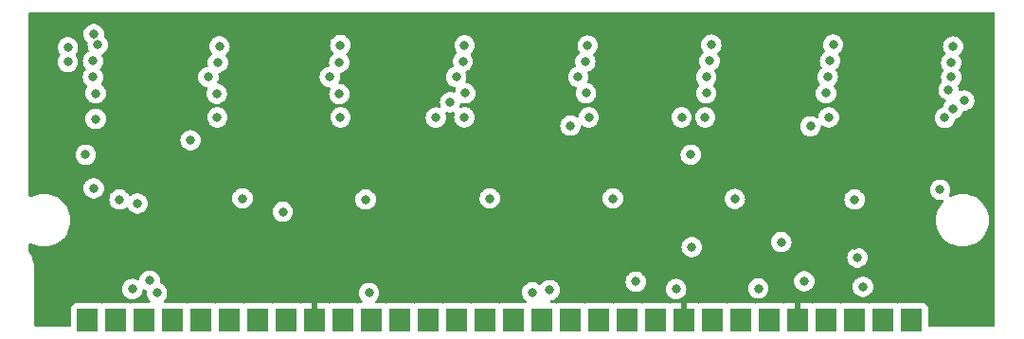
<source format=gbr>
%TF.GenerationSoftware,KiCad,Pcbnew,6.0.0+dfsg1-2*%
%TF.CreationDate,2022-02-11T22:47:22+03:00*%
%TF.ProjectId,simm3016_n,73696d6d-3330-4313-965f-6e2e6b696361,rev?*%
%TF.SameCoordinates,Original*%
%TF.FileFunction,Copper,L3,Inr*%
%TF.FilePolarity,Positive*%
%FSLAX46Y46*%
G04 Gerber Fmt 4.6, Leading zero omitted, Abs format (unit mm)*
G04 Created by KiCad (PCBNEW 6.0.0+dfsg1-2) date 2022-02-11 22:47:22*
%MOMM*%
%LPD*%
G01*
G04 APERTURE LIST*
%TA.AperFunction,ComponentPad*%
%ADD10R,1.900000X2.000000*%
%TD*%
%TA.AperFunction,ViaPad*%
%ADD11C,0.800000*%
%TD*%
G04 APERTURE END LIST*
D10*
%TO.N,+5V*%
%TO.C,J1*%
X142350000Y-144750000D03*
%TO.N,/~{CAS}*%
X144890000Y-144750000D03*
%TO.N,/DQ0*%
X147430000Y-144750000D03*
%TO.N,/A0*%
X149970000Y-144750000D03*
%TO.N,/A1*%
X152510000Y-144750000D03*
%TO.N,/DQ1*%
X155050000Y-144750000D03*
%TO.N,/A2*%
X157590000Y-144750000D03*
%TO.N,/A3*%
X160130000Y-144750000D03*
%TO.N,GNDD*%
X162670000Y-144750000D03*
%TO.N,/DQ2*%
X165210000Y-144750000D03*
%TO.N,/A4*%
X167750000Y-144750000D03*
%TO.N,/A5*%
X170290000Y-144750000D03*
%TO.N,/DQ3*%
X172830000Y-144750000D03*
%TO.N,/A6*%
X175370000Y-144750000D03*
%TO.N,/A7*%
X177910000Y-144750000D03*
%TO.N,/DQ4*%
X180450000Y-144750000D03*
%TO.N,/A8*%
X182990000Y-144750000D03*
%TO.N,/A9*%
X185530000Y-144750000D03*
%TO.N,/A10*%
X188070000Y-144750000D03*
%TO.N,/DQ5*%
X190610000Y-144750000D03*
%TO.N,/~{WE}*%
X193150000Y-144750000D03*
%TO.N,GNDD*%
X195690000Y-144750000D03*
%TO.N,/DQ6*%
X198230000Y-144750000D03*
%TO.N,/A11*%
X200770000Y-144750000D03*
%TO.N,/DQ7*%
X203310000Y-144750000D03*
%TO.N,GNDD*%
X205850000Y-144750000D03*
%TO.N,/~{RAS}*%
X208390000Y-144750000D03*
%TO.N,unconnected-(J1-Pad28)*%
X210930000Y-144750000D03*
%TO.N,unconnected-(J1-Pad29)*%
X213470000Y-144750000D03*
%TO.N,+5V*%
X216010000Y-144750000D03*
%TD*%
D11*
%TO.N,+5V*%
X200200000Y-133950000D03*
X178300000Y-133900000D03*
X210900000Y-134000000D03*
X156200000Y-133900000D03*
X167200000Y-134000000D03*
X189300000Y-133900000D03*
X145200000Y-134000000D03*
X218542500Y-133120000D03*
%TO.N,GNDD*%
X140300000Y-117900000D03*
X173450000Y-117950000D03*
X178300000Y-138200000D03*
X206150000Y-117899989D03*
X195400000Y-117899989D03*
X184350000Y-117899989D03*
X145431053Y-137968947D03*
X167200000Y-138200000D03*
X200200000Y-138200000D03*
X156300000Y-138300000D03*
X189300000Y-138000000D03*
X151350000Y-117900000D03*
X210900000Y-138100000D03*
X162450000Y-117900000D03*
X216600000Y-138100000D03*
X216950000Y-117950000D03*
%TO.N,/~{WE}*%
X196264511Y-129985489D03*
%TO.N,/~{RAS}*%
X206954511Y-127445489D03*
%TO.N,/A11*%
X195449502Y-126650000D03*
X164950000Y-126650000D03*
X153950000Y-126650000D03*
X208600000Y-126650000D03*
X143073522Y-126800000D03*
X173475500Y-126677248D03*
X218975500Y-126696501D03*
X187150000Y-126650000D03*
X197550000Y-126650000D03*
X176024500Y-126648381D03*
%TO.N,/A10*%
X208350000Y-124500000D03*
X176100000Y-124500000D03*
X143073522Y-124508100D03*
X164850000Y-124575500D03*
X219300000Y-124200000D03*
X153900000Y-124550000D03*
X197650000Y-124500000D03*
X186900000Y-124500000D03*
%TO.N,/A0*%
X197650000Y-123050000D03*
X219550000Y-123050000D03*
X208500000Y-123050000D03*
X175300000Y-123050000D03*
X142900000Y-133000000D03*
X142824500Y-123059099D03*
X186200000Y-123050000D03*
X164000000Y-123050000D03*
X153150000Y-123050000D03*
%TO.N,/A1*%
X208709989Y-121600999D03*
X140575500Y-121700000D03*
X219540011Y-121759989D03*
X146800000Y-134350000D03*
X175883051Y-121658536D03*
X197940011Y-121600999D03*
X153989849Y-121755989D03*
X142833599Y-121610098D03*
X164839849Y-121755989D03*
X186832116Y-121681554D03*
%TO.N,/A2*%
X208989011Y-120151998D03*
X143255227Y-120163871D03*
X142174500Y-130000000D03*
X154139011Y-120306988D03*
X187039011Y-120232553D03*
X219710989Y-120310989D03*
X176039011Y-120209535D03*
X164933210Y-120200999D03*
X198090477Y-120151998D03*
%TO.N,/A3*%
X142900000Y-119200000D03*
X159800000Y-135100000D03*
%TO.N,/A4*%
X147900000Y-141250000D03*
%TO.N,/A5*%
X148550000Y-142350000D03*
X140590000Y-120390000D03*
X167500000Y-142350000D03*
X146350000Y-142000000D03*
%TO.N,/A6*%
X211650000Y-141800000D03*
X220704605Y-125144687D03*
X204350000Y-137800000D03*
X191350000Y-141350000D03*
X194950000Y-142000000D03*
X183650000Y-142100000D03*
X206400000Y-141300000D03*
%TO.N,/A7*%
X219700000Y-125900000D03*
X202300000Y-141950000D03*
X182100000Y-142300000D03*
X196350000Y-138250000D03*
X211150000Y-139200000D03*
%TO.N,/A8*%
X174750000Y-125300000D03*
%TO.N,/A9*%
X185500000Y-127400000D03*
%TO.N,/~{CAS}*%
X151550000Y-128700000D03*
%TD*%
%TA.AperFunction,Conductor*%
%TO.N,GNDD*%
G36*
X223384121Y-117278002D02*
G01*
X223430614Y-117331658D01*
X223442000Y-117384000D01*
X223442000Y-145216000D01*
X223421998Y-145284121D01*
X223368342Y-145330614D01*
X223316000Y-145342000D01*
X217594500Y-145342000D01*
X217526379Y-145321998D01*
X217479886Y-145268342D01*
X217468500Y-145216000D01*
X217468500Y-143701866D01*
X217461745Y-143639684D01*
X217410615Y-143503295D01*
X217323261Y-143386739D01*
X217206705Y-143299385D01*
X217070316Y-143248255D01*
X217008134Y-143241500D01*
X215011866Y-143241500D01*
X214949684Y-143248255D01*
X214930230Y-143255548D01*
X214821699Y-143296234D01*
X214821696Y-143296236D01*
X214813295Y-143299385D01*
X214806113Y-143304768D01*
X214800509Y-143307836D01*
X214731152Y-143323005D01*
X214679491Y-143307836D01*
X214673887Y-143304768D01*
X214666705Y-143299385D01*
X214658304Y-143296236D01*
X214658301Y-143296234D01*
X214549770Y-143255548D01*
X214530316Y-143248255D01*
X214468134Y-143241500D01*
X212471866Y-143241500D01*
X212409684Y-143248255D01*
X212390230Y-143255548D01*
X212281699Y-143296234D01*
X212281696Y-143296236D01*
X212273295Y-143299385D01*
X212266113Y-143304768D01*
X212260509Y-143307836D01*
X212191152Y-143323005D01*
X212139491Y-143307836D01*
X212133887Y-143304768D01*
X212126705Y-143299385D01*
X212118304Y-143296236D01*
X212118301Y-143296234D01*
X212009770Y-143255548D01*
X211990316Y-143248255D01*
X211928134Y-143241500D01*
X209931866Y-143241500D01*
X209869684Y-143248255D01*
X209850230Y-143255548D01*
X209741699Y-143296234D01*
X209741696Y-143296236D01*
X209733295Y-143299385D01*
X209726113Y-143304768D01*
X209720509Y-143307836D01*
X209651152Y-143323005D01*
X209599491Y-143307836D01*
X209593887Y-143304768D01*
X209586705Y-143299385D01*
X209578304Y-143296236D01*
X209578301Y-143296234D01*
X209469770Y-143255548D01*
X209450316Y-143248255D01*
X209388134Y-143241500D01*
X207391866Y-143241500D01*
X207329684Y-143248255D01*
X207310230Y-143255548D01*
X207201699Y-143296234D01*
X207201696Y-143296236D01*
X207193295Y-143299385D01*
X207186113Y-143304768D01*
X207179983Y-143308124D01*
X207110626Y-143323293D01*
X207058965Y-143308124D01*
X207038058Y-143296677D01*
X206917606Y-143251522D01*
X206902351Y-143247895D01*
X206851486Y-143242369D01*
X206844672Y-143242000D01*
X206122115Y-143242000D01*
X206106876Y-143246475D01*
X206105671Y-143247865D01*
X206104000Y-143255548D01*
X206104000Y-144878000D01*
X206083998Y-144946121D01*
X206030342Y-144992614D01*
X205978000Y-145004000D01*
X205722000Y-145004000D01*
X205653879Y-144983998D01*
X205607386Y-144930342D01*
X205596000Y-144878000D01*
X205596000Y-143260116D01*
X205591525Y-143244877D01*
X205590135Y-143243672D01*
X205582452Y-143242001D01*
X204855331Y-143242001D01*
X204848510Y-143242371D01*
X204797648Y-143247895D01*
X204782396Y-143251521D01*
X204661942Y-143296677D01*
X204641035Y-143308124D01*
X204571678Y-143323293D01*
X204520017Y-143308124D01*
X204513887Y-143304768D01*
X204506705Y-143299385D01*
X204498304Y-143296236D01*
X204498301Y-143296234D01*
X204389770Y-143255548D01*
X204370316Y-143248255D01*
X204308134Y-143241500D01*
X202311866Y-143241500D01*
X202249684Y-143248255D01*
X202230230Y-143255548D01*
X202121699Y-143296234D01*
X202121696Y-143296236D01*
X202113295Y-143299385D01*
X202106113Y-143304768D01*
X202100509Y-143307836D01*
X202031152Y-143323005D01*
X201979491Y-143307836D01*
X201973887Y-143304768D01*
X201966705Y-143299385D01*
X201958304Y-143296236D01*
X201958301Y-143296234D01*
X201849770Y-143255548D01*
X201830316Y-143248255D01*
X201768134Y-143241500D01*
X199771866Y-143241500D01*
X199709684Y-143248255D01*
X199690230Y-143255548D01*
X199581699Y-143296234D01*
X199581696Y-143296236D01*
X199573295Y-143299385D01*
X199566113Y-143304768D01*
X199560509Y-143307836D01*
X199491152Y-143323005D01*
X199439491Y-143307836D01*
X199433887Y-143304768D01*
X199426705Y-143299385D01*
X199418304Y-143296236D01*
X199418301Y-143296234D01*
X199309770Y-143255548D01*
X199290316Y-143248255D01*
X199228134Y-143241500D01*
X197231866Y-143241500D01*
X197169684Y-143248255D01*
X197150230Y-143255548D01*
X197041699Y-143296234D01*
X197041696Y-143296236D01*
X197033295Y-143299385D01*
X197026113Y-143304768D01*
X197019983Y-143308124D01*
X196950626Y-143323293D01*
X196898965Y-143308124D01*
X196878058Y-143296677D01*
X196757606Y-143251522D01*
X196742351Y-143247895D01*
X196691486Y-143242369D01*
X196684672Y-143242000D01*
X195962115Y-143242000D01*
X195946876Y-143246475D01*
X195945671Y-143247865D01*
X195944000Y-143255548D01*
X195944000Y-144878000D01*
X195923998Y-144946121D01*
X195870342Y-144992614D01*
X195818000Y-145004000D01*
X195562000Y-145004000D01*
X195493879Y-144983998D01*
X195447386Y-144930342D01*
X195436000Y-144878000D01*
X195436000Y-143260116D01*
X195431525Y-143244877D01*
X195430135Y-143243672D01*
X195422452Y-143242001D01*
X194695331Y-143242001D01*
X194688510Y-143242371D01*
X194637648Y-143247895D01*
X194622396Y-143251521D01*
X194501942Y-143296677D01*
X194481035Y-143308124D01*
X194411678Y-143323293D01*
X194360017Y-143308124D01*
X194353887Y-143304768D01*
X194346705Y-143299385D01*
X194338304Y-143296236D01*
X194338301Y-143296234D01*
X194229770Y-143255548D01*
X194210316Y-143248255D01*
X194148134Y-143241500D01*
X192151866Y-143241500D01*
X192089684Y-143248255D01*
X192070230Y-143255548D01*
X191961699Y-143296234D01*
X191961696Y-143296236D01*
X191953295Y-143299385D01*
X191946113Y-143304768D01*
X191940509Y-143307836D01*
X191871152Y-143323005D01*
X191819491Y-143307836D01*
X191813887Y-143304768D01*
X191806705Y-143299385D01*
X191798304Y-143296236D01*
X191798301Y-143296234D01*
X191689770Y-143255548D01*
X191670316Y-143248255D01*
X191608134Y-143241500D01*
X189611866Y-143241500D01*
X189549684Y-143248255D01*
X189530230Y-143255548D01*
X189421699Y-143296234D01*
X189421696Y-143296236D01*
X189413295Y-143299385D01*
X189406113Y-143304768D01*
X189400509Y-143307836D01*
X189331152Y-143323005D01*
X189279491Y-143307836D01*
X189273887Y-143304768D01*
X189266705Y-143299385D01*
X189258304Y-143296236D01*
X189258301Y-143296234D01*
X189149770Y-143255548D01*
X189130316Y-143248255D01*
X189068134Y-143241500D01*
X187071866Y-143241500D01*
X187009684Y-143248255D01*
X186990230Y-143255548D01*
X186881699Y-143296234D01*
X186881696Y-143296236D01*
X186873295Y-143299385D01*
X186866113Y-143304768D01*
X186860509Y-143307836D01*
X186791152Y-143323005D01*
X186739491Y-143307836D01*
X186733887Y-143304768D01*
X186726705Y-143299385D01*
X186718304Y-143296236D01*
X186718301Y-143296234D01*
X186609770Y-143255548D01*
X186590316Y-143248255D01*
X186528134Y-143241500D01*
X184531866Y-143241500D01*
X184469684Y-143248255D01*
X184450230Y-143255548D01*
X184341699Y-143296234D01*
X184341696Y-143296236D01*
X184333295Y-143299385D01*
X184326113Y-143304768D01*
X184320509Y-143307836D01*
X184251152Y-143323005D01*
X184199491Y-143307836D01*
X184193887Y-143304768D01*
X184186705Y-143299385D01*
X184178304Y-143296236D01*
X184178301Y-143296234D01*
X184069770Y-143255548D01*
X184050316Y-143248255D01*
X183988134Y-143241500D01*
X183848120Y-143241500D01*
X183779999Y-143221498D01*
X183733506Y-143167842D01*
X183723402Y-143097568D01*
X183752896Y-143032988D01*
X183812622Y-142994604D01*
X183821923Y-142992253D01*
X183866616Y-142982753D01*
X183932288Y-142968794D01*
X183938319Y-142966109D01*
X184100722Y-142893803D01*
X184100724Y-142893802D01*
X184106752Y-142891118D01*
X184261253Y-142778866D01*
X184292824Y-142743803D01*
X184384621Y-142641852D01*
X184384622Y-142641851D01*
X184389040Y-142636944D01*
X184484527Y-142471556D01*
X184543542Y-142289928D01*
X184546990Y-142257128D01*
X184562814Y-142106565D01*
X184563504Y-142100000D01*
X184555532Y-142024147D01*
X184544232Y-141916635D01*
X184544232Y-141916633D01*
X184543542Y-141910072D01*
X184484527Y-141728444D01*
X184389040Y-141563056D01*
X184368216Y-141539928D01*
X184265675Y-141426045D01*
X184265674Y-141426044D01*
X184261253Y-141421134D01*
X184163346Y-141350000D01*
X190436496Y-141350000D01*
X190437186Y-141356565D01*
X190452274Y-141500115D01*
X190456458Y-141539928D01*
X190515473Y-141721556D01*
X190610960Y-141886944D01*
X190615378Y-141891851D01*
X190615379Y-141891852D01*
X190637694Y-141916635D01*
X190738747Y-142028866D01*
X190893248Y-142141118D01*
X190899276Y-142143802D01*
X190899278Y-142143803D01*
X191044591Y-142208500D01*
X191067712Y-142218794D01*
X191161113Y-142238647D01*
X191248056Y-142257128D01*
X191248061Y-142257128D01*
X191254513Y-142258500D01*
X191445487Y-142258500D01*
X191451939Y-142257128D01*
X191451944Y-142257128D01*
X191538887Y-142238647D01*
X191632288Y-142218794D01*
X191655409Y-142208500D01*
X191800722Y-142143803D01*
X191800724Y-142143802D01*
X191806752Y-142141118D01*
X191961253Y-142028866D01*
X191987244Y-142000000D01*
X194036496Y-142000000D01*
X194037186Y-142006565D01*
X194055129Y-142177279D01*
X194056458Y-142189928D01*
X194115473Y-142371556D01*
X194210960Y-142536944D01*
X194215378Y-142541851D01*
X194215379Y-142541852D01*
X194329678Y-142668794D01*
X194338747Y-142678866D01*
X194424429Y-142741118D01*
X194476385Y-142778866D01*
X194493248Y-142791118D01*
X194499276Y-142793802D01*
X194499278Y-142793803D01*
X194644591Y-142858500D01*
X194667712Y-142868794D01*
X194753101Y-142886944D01*
X194848056Y-142907128D01*
X194848061Y-142907128D01*
X194854513Y-142908500D01*
X195045487Y-142908500D01*
X195051939Y-142907128D01*
X195051944Y-142907128D01*
X195146899Y-142886944D01*
X195232288Y-142868794D01*
X195255409Y-142858500D01*
X195400722Y-142793803D01*
X195400724Y-142793802D01*
X195406752Y-142791118D01*
X195423616Y-142778866D01*
X195475571Y-142741118D01*
X195561253Y-142678866D01*
X195570322Y-142668794D01*
X195684621Y-142541852D01*
X195684622Y-142541851D01*
X195689040Y-142536944D01*
X195784527Y-142371556D01*
X195843542Y-142189928D01*
X195844872Y-142177279D01*
X195862814Y-142006565D01*
X195863504Y-142000000D01*
X195858249Y-141950000D01*
X201386496Y-141950000D01*
X201387186Y-141956565D01*
X201405327Y-142129164D01*
X201406458Y-142139928D01*
X201465473Y-142321556D01*
X201560960Y-142486944D01*
X201565378Y-142491851D01*
X201565379Y-142491852D01*
X201657176Y-142593803D01*
X201688747Y-142628866D01*
X201843248Y-142741118D01*
X201849276Y-142743802D01*
X201849278Y-142743803D01*
X201936753Y-142782749D01*
X202017712Y-142818794D01*
X202103101Y-142836944D01*
X202198056Y-142857128D01*
X202198061Y-142857128D01*
X202204513Y-142858500D01*
X202395487Y-142858500D01*
X202401939Y-142857128D01*
X202401944Y-142857128D01*
X202496899Y-142836944D01*
X202582288Y-142818794D01*
X202663247Y-142782749D01*
X202750722Y-142743803D01*
X202750724Y-142743802D01*
X202756752Y-142741118D01*
X202911253Y-142628866D01*
X202942824Y-142593803D01*
X203034621Y-142491852D01*
X203034622Y-142491851D01*
X203039040Y-142486944D01*
X203134527Y-142321556D01*
X203193542Y-142139928D01*
X203194674Y-142129164D01*
X203212814Y-141956565D01*
X203213504Y-141950000D01*
X203208648Y-141903794D01*
X203194232Y-141766635D01*
X203194232Y-141766633D01*
X203193542Y-141760072D01*
X203134527Y-141578444D01*
X203039040Y-141413056D01*
X202945242Y-141308882D01*
X202937244Y-141300000D01*
X205486496Y-141300000D01*
X205487186Y-141306565D01*
X205504235Y-141468774D01*
X205506458Y-141489928D01*
X205565473Y-141671556D01*
X205660960Y-141836944D01*
X205665378Y-141841851D01*
X205665379Y-141841852D01*
X205705980Y-141886944D01*
X205788747Y-141978866D01*
X205943248Y-142091118D01*
X205949276Y-142093802D01*
X205949278Y-142093803D01*
X206055550Y-142141118D01*
X206117712Y-142168794D01*
X206211113Y-142188647D01*
X206298056Y-142207128D01*
X206298061Y-142207128D01*
X206304513Y-142208500D01*
X206495487Y-142208500D01*
X206501939Y-142207128D01*
X206501944Y-142207128D01*
X206588887Y-142188647D01*
X206682288Y-142168794D01*
X206744450Y-142141118D01*
X206850722Y-142093803D01*
X206850724Y-142093802D01*
X206856752Y-142091118D01*
X207011253Y-141978866D01*
X207094020Y-141886944D01*
X207134621Y-141841852D01*
X207134622Y-141841851D01*
X207139040Y-141836944D01*
X207160370Y-141800000D01*
X210736496Y-141800000D01*
X210756458Y-141989928D01*
X210815473Y-142171556D01*
X210818776Y-142177278D01*
X210818777Y-142177279D01*
X210836803Y-142208500D01*
X210910960Y-142336944D01*
X210915378Y-142341851D01*
X210915379Y-142341852D01*
X210928627Y-142356565D01*
X211038747Y-142478866D01*
X211193248Y-142591118D01*
X211199276Y-142593802D01*
X211199278Y-142593803D01*
X211361681Y-142666109D01*
X211367712Y-142668794D01*
X211433365Y-142682749D01*
X211548056Y-142707128D01*
X211548061Y-142707128D01*
X211554513Y-142708500D01*
X211745487Y-142708500D01*
X211751939Y-142707128D01*
X211751944Y-142707128D01*
X211866635Y-142682749D01*
X211932288Y-142668794D01*
X211938319Y-142666109D01*
X212100722Y-142593803D01*
X212100724Y-142593802D01*
X212106752Y-142591118D01*
X212261253Y-142478866D01*
X212371373Y-142356565D01*
X212384621Y-142341852D01*
X212384622Y-142341851D01*
X212389040Y-142336944D01*
X212463197Y-142208500D01*
X212481223Y-142177279D01*
X212481224Y-142177278D01*
X212484527Y-142171556D01*
X212543542Y-141989928D01*
X212563504Y-141800000D01*
X212545221Y-141626045D01*
X212544232Y-141616635D01*
X212544232Y-141616633D01*
X212543542Y-141610072D01*
X212484527Y-141428444D01*
X212463990Y-141392872D01*
X212422571Y-141321134D01*
X212389040Y-141263056D01*
X212377285Y-141250000D01*
X212265675Y-141126045D01*
X212265674Y-141126044D01*
X212261253Y-141121134D01*
X212106752Y-141008882D01*
X212100724Y-141006198D01*
X212100722Y-141006197D01*
X211938319Y-140933891D01*
X211938318Y-140933891D01*
X211932288Y-140931206D01*
X211838888Y-140911353D01*
X211751944Y-140892872D01*
X211751939Y-140892872D01*
X211745487Y-140891500D01*
X211554513Y-140891500D01*
X211548061Y-140892872D01*
X211548056Y-140892872D01*
X211461112Y-140911353D01*
X211367712Y-140931206D01*
X211361682Y-140933891D01*
X211361681Y-140933891D01*
X211199278Y-141006197D01*
X211199276Y-141006198D01*
X211193248Y-141008882D01*
X211038747Y-141121134D01*
X211034326Y-141126044D01*
X211034325Y-141126045D01*
X210922716Y-141250000D01*
X210910960Y-141263056D01*
X210877429Y-141321134D01*
X210836011Y-141392872D01*
X210815473Y-141428444D01*
X210756458Y-141610072D01*
X210755768Y-141616633D01*
X210755768Y-141616635D01*
X210754779Y-141626045D01*
X210736496Y-141800000D01*
X207160370Y-141800000D01*
X207234527Y-141671556D01*
X207293542Y-141489928D01*
X207295766Y-141468774D01*
X207312814Y-141306565D01*
X207313504Y-141300000D01*
X207298137Y-141153794D01*
X207294232Y-141116635D01*
X207294232Y-141116633D01*
X207293542Y-141110072D01*
X207234527Y-140928444D01*
X207213990Y-140892872D01*
X207171209Y-140818774D01*
X207139040Y-140763056D01*
X207099169Y-140718774D01*
X207015675Y-140626045D01*
X207015674Y-140626044D01*
X207011253Y-140621134D01*
X206856752Y-140508882D01*
X206850724Y-140506198D01*
X206850722Y-140506197D01*
X206688319Y-140433891D01*
X206688318Y-140433891D01*
X206682288Y-140431206D01*
X206588888Y-140411353D01*
X206501944Y-140392872D01*
X206501939Y-140392872D01*
X206495487Y-140391500D01*
X206304513Y-140391500D01*
X206298061Y-140392872D01*
X206298056Y-140392872D01*
X206211112Y-140411353D01*
X206117712Y-140431206D01*
X206111682Y-140433891D01*
X206111681Y-140433891D01*
X205949278Y-140506197D01*
X205949276Y-140506198D01*
X205943248Y-140508882D01*
X205788747Y-140621134D01*
X205784326Y-140626044D01*
X205784325Y-140626045D01*
X205700832Y-140718774D01*
X205660960Y-140763056D01*
X205628791Y-140818774D01*
X205586011Y-140892872D01*
X205565473Y-140928444D01*
X205506458Y-141110072D01*
X205505768Y-141116633D01*
X205505768Y-141116635D01*
X205501863Y-141153794D01*
X205486496Y-141300000D01*
X202937244Y-141300000D01*
X202915675Y-141276045D01*
X202915674Y-141276044D01*
X202911253Y-141271134D01*
X202756752Y-141158882D01*
X202750724Y-141156198D01*
X202750722Y-141156197D01*
X202588319Y-141083891D01*
X202588318Y-141083891D01*
X202582288Y-141081206D01*
X202482861Y-141060072D01*
X202401944Y-141042872D01*
X202401939Y-141042872D01*
X202395487Y-141041500D01*
X202204513Y-141041500D01*
X202198061Y-141042872D01*
X202198056Y-141042872D01*
X202117139Y-141060072D01*
X202017712Y-141081206D01*
X202011682Y-141083891D01*
X202011681Y-141083891D01*
X201849278Y-141156197D01*
X201849276Y-141156198D01*
X201843248Y-141158882D01*
X201688747Y-141271134D01*
X201684326Y-141276044D01*
X201684325Y-141276045D01*
X201654759Y-141308882D01*
X201560960Y-141413056D01*
X201465473Y-141578444D01*
X201406458Y-141760072D01*
X201405768Y-141766633D01*
X201405768Y-141766635D01*
X201391352Y-141903794D01*
X201386496Y-141950000D01*
X195858249Y-141950000D01*
X195854052Y-141910072D01*
X195844232Y-141816635D01*
X195844232Y-141816633D01*
X195843542Y-141810072D01*
X195784527Y-141628444D01*
X195689040Y-141463056D01*
X195668216Y-141439928D01*
X195565675Y-141326045D01*
X195565674Y-141326044D01*
X195561253Y-141321134D01*
X195435590Y-141229834D01*
X195412094Y-141212763D01*
X195412093Y-141212762D01*
X195406752Y-141208882D01*
X195400724Y-141206198D01*
X195400722Y-141206197D01*
X195238319Y-141133891D01*
X195238318Y-141133891D01*
X195232288Y-141131206D01*
X195132861Y-141110072D01*
X195051944Y-141092872D01*
X195051939Y-141092872D01*
X195045487Y-141091500D01*
X194854513Y-141091500D01*
X194848061Y-141092872D01*
X194848056Y-141092872D01*
X194767139Y-141110072D01*
X194667712Y-141131206D01*
X194661682Y-141133891D01*
X194661681Y-141133891D01*
X194499278Y-141206197D01*
X194499276Y-141206198D01*
X194493248Y-141208882D01*
X194487907Y-141212762D01*
X194487906Y-141212763D01*
X194464410Y-141229834D01*
X194338747Y-141321134D01*
X194334326Y-141326044D01*
X194334325Y-141326045D01*
X194231785Y-141439928D01*
X194210960Y-141463056D01*
X194115473Y-141628444D01*
X194056458Y-141810072D01*
X194055768Y-141816633D01*
X194055768Y-141816635D01*
X194045948Y-141910072D01*
X194036496Y-142000000D01*
X191987244Y-142000000D01*
X192062306Y-141916635D01*
X192084621Y-141891852D01*
X192084622Y-141891851D01*
X192089040Y-141886944D01*
X192184527Y-141721556D01*
X192243542Y-141539928D01*
X192247727Y-141500115D01*
X192262814Y-141356565D01*
X192263504Y-141350000D01*
X192251301Y-141233891D01*
X192244232Y-141166635D01*
X192244232Y-141166633D01*
X192243542Y-141160072D01*
X192184527Y-140978444D01*
X192089040Y-140813056D01*
X192049169Y-140768774D01*
X191965675Y-140676045D01*
X191965674Y-140676044D01*
X191961253Y-140671134D01*
X191830375Y-140576045D01*
X191812094Y-140562763D01*
X191812093Y-140562762D01*
X191806752Y-140558882D01*
X191800724Y-140556198D01*
X191800722Y-140556197D01*
X191638319Y-140483891D01*
X191638318Y-140483891D01*
X191632288Y-140481206D01*
X191538888Y-140461353D01*
X191451944Y-140442872D01*
X191451939Y-140442872D01*
X191445487Y-140441500D01*
X191254513Y-140441500D01*
X191248061Y-140442872D01*
X191248056Y-140442872D01*
X191161112Y-140461353D01*
X191067712Y-140481206D01*
X191061682Y-140483891D01*
X191061681Y-140483891D01*
X190899278Y-140556197D01*
X190899276Y-140556198D01*
X190893248Y-140558882D01*
X190887907Y-140562762D01*
X190887906Y-140562763D01*
X190869625Y-140576045D01*
X190738747Y-140671134D01*
X190734326Y-140676044D01*
X190734325Y-140676045D01*
X190650832Y-140768774D01*
X190610960Y-140813056D01*
X190515473Y-140978444D01*
X190456458Y-141160072D01*
X190455768Y-141166633D01*
X190455768Y-141166635D01*
X190448699Y-141233891D01*
X190436496Y-141350000D01*
X184163346Y-141350000D01*
X184130375Y-141326045D01*
X184112094Y-141312763D01*
X184112093Y-141312762D01*
X184106752Y-141308882D01*
X184100724Y-141306198D01*
X184100722Y-141306197D01*
X183938319Y-141233891D01*
X183938318Y-141233891D01*
X183932288Y-141231206D01*
X183838888Y-141211353D01*
X183751944Y-141192872D01*
X183751939Y-141192872D01*
X183745487Y-141191500D01*
X183554513Y-141191500D01*
X183548061Y-141192872D01*
X183548056Y-141192872D01*
X183461112Y-141211353D01*
X183367712Y-141231206D01*
X183361682Y-141233891D01*
X183361681Y-141233891D01*
X183199278Y-141306197D01*
X183199276Y-141306198D01*
X183193248Y-141308882D01*
X183187907Y-141312762D01*
X183187906Y-141312763D01*
X183169625Y-141326045D01*
X183038747Y-141421134D01*
X183034326Y-141426044D01*
X183034325Y-141426045D01*
X182931785Y-141539928D01*
X182910960Y-141563056D01*
X182907659Y-141568774D01*
X182898037Y-141585440D01*
X182846656Y-141634434D01*
X182776942Y-141647872D01*
X182711874Y-141621823D01*
X182711253Y-141621134D01*
X182556752Y-141508882D01*
X182550724Y-141506198D01*
X182550722Y-141506197D01*
X182388319Y-141433891D01*
X182388318Y-141433891D01*
X182382288Y-141431206D01*
X182288888Y-141411353D01*
X182201944Y-141392872D01*
X182201939Y-141392872D01*
X182195487Y-141391500D01*
X182004513Y-141391500D01*
X181998061Y-141392872D01*
X181998056Y-141392872D01*
X181911112Y-141411353D01*
X181817712Y-141431206D01*
X181811682Y-141433891D01*
X181811681Y-141433891D01*
X181649278Y-141506197D01*
X181649276Y-141506198D01*
X181643248Y-141508882D01*
X181488747Y-141621134D01*
X181484326Y-141626044D01*
X181484325Y-141626045D01*
X181369300Y-141753794D01*
X181360960Y-141763056D01*
X181265473Y-141928444D01*
X181206458Y-142110072D01*
X181205768Y-142116633D01*
X181205768Y-142116635D01*
X181198065Y-142189928D01*
X181186496Y-142300000D01*
X181187186Y-142306565D01*
X181205129Y-142477279D01*
X181206458Y-142489928D01*
X181265473Y-142671556D01*
X181268776Y-142677278D01*
X181268777Y-142677279D01*
X181286803Y-142708500D01*
X181360960Y-142836944D01*
X181365378Y-142841851D01*
X181365379Y-142841852D01*
X181479678Y-142968794D01*
X181488747Y-142978866D01*
X181494087Y-142982746D01*
X181494095Y-142982753D01*
X181537820Y-143014520D01*
X181581175Y-143070742D01*
X181587251Y-143141478D01*
X181554119Y-143204270D01*
X181492299Y-143239181D01*
X181454962Y-143241432D01*
X181454928Y-143242053D01*
X181451531Y-143241869D01*
X181448134Y-143241500D01*
X179451866Y-143241500D01*
X179389684Y-143248255D01*
X179370230Y-143255548D01*
X179261699Y-143296234D01*
X179261696Y-143296236D01*
X179253295Y-143299385D01*
X179246113Y-143304768D01*
X179240509Y-143307836D01*
X179171152Y-143323005D01*
X179119491Y-143307836D01*
X179113887Y-143304768D01*
X179106705Y-143299385D01*
X179098304Y-143296236D01*
X179098301Y-143296234D01*
X178989770Y-143255548D01*
X178970316Y-143248255D01*
X178908134Y-143241500D01*
X176911866Y-143241500D01*
X176849684Y-143248255D01*
X176830230Y-143255548D01*
X176721699Y-143296234D01*
X176721696Y-143296236D01*
X176713295Y-143299385D01*
X176706113Y-143304768D01*
X176700509Y-143307836D01*
X176631152Y-143323005D01*
X176579491Y-143307836D01*
X176573887Y-143304768D01*
X176566705Y-143299385D01*
X176558304Y-143296236D01*
X176558301Y-143296234D01*
X176449770Y-143255548D01*
X176430316Y-143248255D01*
X176368134Y-143241500D01*
X174371866Y-143241500D01*
X174309684Y-143248255D01*
X174290230Y-143255548D01*
X174181699Y-143296234D01*
X174181696Y-143296236D01*
X174173295Y-143299385D01*
X174166113Y-143304768D01*
X174160509Y-143307836D01*
X174091152Y-143323005D01*
X174039491Y-143307836D01*
X174033887Y-143304768D01*
X174026705Y-143299385D01*
X174018304Y-143296236D01*
X174018301Y-143296234D01*
X173909770Y-143255548D01*
X173890316Y-143248255D01*
X173828134Y-143241500D01*
X171831866Y-143241500D01*
X171769684Y-143248255D01*
X171750230Y-143255548D01*
X171641699Y-143296234D01*
X171641696Y-143296236D01*
X171633295Y-143299385D01*
X171626113Y-143304768D01*
X171620509Y-143307836D01*
X171551152Y-143323005D01*
X171499491Y-143307836D01*
X171493887Y-143304768D01*
X171486705Y-143299385D01*
X171478304Y-143296236D01*
X171478301Y-143296234D01*
X171369770Y-143255548D01*
X171350316Y-143248255D01*
X171288134Y-143241500D01*
X169291866Y-143241500D01*
X169229684Y-143248255D01*
X169210230Y-143255548D01*
X169101699Y-143296234D01*
X169101696Y-143296236D01*
X169093295Y-143299385D01*
X169086113Y-143304768D01*
X169080509Y-143307836D01*
X169011152Y-143323005D01*
X168959491Y-143307836D01*
X168953887Y-143304768D01*
X168946705Y-143299385D01*
X168938304Y-143296236D01*
X168938301Y-143296234D01*
X168829770Y-143255548D01*
X168810316Y-143248255D01*
X168748134Y-143241500D01*
X168202308Y-143241500D01*
X168134187Y-143221498D01*
X168087694Y-143167842D01*
X168077590Y-143097568D01*
X168107084Y-143032988D01*
X168110816Y-143029183D01*
X168111253Y-143028866D01*
X168239040Y-142886944D01*
X168334527Y-142721556D01*
X168393542Y-142539928D01*
X168413504Y-142350000D01*
X168407190Y-142289928D01*
X168394232Y-142166635D01*
X168394232Y-142166633D01*
X168393542Y-142160072D01*
X168334527Y-141978444D01*
X168239040Y-141813056D01*
X168233196Y-141806565D01*
X168115675Y-141676045D01*
X168115674Y-141676044D01*
X168111253Y-141671134D01*
X167956752Y-141558882D01*
X167950724Y-141556198D01*
X167950722Y-141556197D01*
X167788319Y-141483891D01*
X167788318Y-141483891D01*
X167782288Y-141481206D01*
X167688887Y-141461353D01*
X167601944Y-141442872D01*
X167601939Y-141442872D01*
X167595487Y-141441500D01*
X167404513Y-141441500D01*
X167398061Y-141442872D01*
X167398056Y-141442872D01*
X167311113Y-141461353D01*
X167217712Y-141481206D01*
X167211682Y-141483891D01*
X167211681Y-141483891D01*
X167049278Y-141556197D01*
X167049276Y-141556198D01*
X167043248Y-141558882D01*
X166888747Y-141671134D01*
X166884326Y-141676044D01*
X166884325Y-141676045D01*
X166766805Y-141806565D01*
X166760960Y-141813056D01*
X166665473Y-141978444D01*
X166606458Y-142160072D01*
X166605768Y-142166633D01*
X166605768Y-142166635D01*
X166592810Y-142289928D01*
X166586496Y-142350000D01*
X166606458Y-142539928D01*
X166665473Y-142721556D01*
X166760960Y-142886944D01*
X166765378Y-142891851D01*
X166765379Y-142891852D01*
X166888747Y-143028866D01*
X166887184Y-143030273D01*
X166919242Y-143082311D01*
X166917890Y-143153295D01*
X166878375Y-143212279D01*
X166813244Y-143240536D01*
X166797692Y-143241500D01*
X166751866Y-143241500D01*
X166689684Y-143248255D01*
X166670230Y-143255548D01*
X166561699Y-143296234D01*
X166561696Y-143296236D01*
X166553295Y-143299385D01*
X166546113Y-143304768D01*
X166540509Y-143307836D01*
X166471152Y-143323005D01*
X166419491Y-143307836D01*
X166413887Y-143304768D01*
X166406705Y-143299385D01*
X166398304Y-143296236D01*
X166398301Y-143296234D01*
X166289770Y-143255548D01*
X166270316Y-143248255D01*
X166208134Y-143241500D01*
X164211866Y-143241500D01*
X164149684Y-143248255D01*
X164130230Y-143255548D01*
X164021699Y-143296234D01*
X164021696Y-143296236D01*
X164013295Y-143299385D01*
X164006113Y-143304768D01*
X163999983Y-143308124D01*
X163930626Y-143323293D01*
X163878965Y-143308124D01*
X163858058Y-143296677D01*
X163737606Y-143251522D01*
X163722351Y-143247895D01*
X163671486Y-143242369D01*
X163664672Y-143242000D01*
X162942115Y-143242000D01*
X162926876Y-143246475D01*
X162925671Y-143247865D01*
X162924000Y-143255548D01*
X162924000Y-144878000D01*
X162903998Y-144946121D01*
X162850342Y-144992614D01*
X162798000Y-145004000D01*
X162542000Y-145004000D01*
X162473879Y-144983998D01*
X162427386Y-144930342D01*
X162416000Y-144878000D01*
X162416000Y-143260116D01*
X162411525Y-143244877D01*
X162410135Y-143243672D01*
X162402452Y-143242001D01*
X161675331Y-143242001D01*
X161668510Y-143242371D01*
X161617648Y-143247895D01*
X161602396Y-143251521D01*
X161481942Y-143296677D01*
X161461035Y-143308124D01*
X161391678Y-143323293D01*
X161340017Y-143308124D01*
X161333887Y-143304768D01*
X161326705Y-143299385D01*
X161318304Y-143296236D01*
X161318301Y-143296234D01*
X161209770Y-143255548D01*
X161190316Y-143248255D01*
X161128134Y-143241500D01*
X159131866Y-143241500D01*
X159069684Y-143248255D01*
X159050230Y-143255548D01*
X158941699Y-143296234D01*
X158941696Y-143296236D01*
X158933295Y-143299385D01*
X158926113Y-143304768D01*
X158920509Y-143307836D01*
X158851152Y-143323005D01*
X158799491Y-143307836D01*
X158793887Y-143304768D01*
X158786705Y-143299385D01*
X158778304Y-143296236D01*
X158778301Y-143296234D01*
X158669770Y-143255548D01*
X158650316Y-143248255D01*
X158588134Y-143241500D01*
X156591866Y-143241500D01*
X156529684Y-143248255D01*
X156510230Y-143255548D01*
X156401699Y-143296234D01*
X156401696Y-143296236D01*
X156393295Y-143299385D01*
X156386113Y-143304768D01*
X156380509Y-143307836D01*
X156311152Y-143323005D01*
X156259491Y-143307836D01*
X156253887Y-143304768D01*
X156246705Y-143299385D01*
X156238304Y-143296236D01*
X156238301Y-143296234D01*
X156129770Y-143255548D01*
X156110316Y-143248255D01*
X156048134Y-143241500D01*
X154051866Y-143241500D01*
X153989684Y-143248255D01*
X153970230Y-143255548D01*
X153861699Y-143296234D01*
X153861696Y-143296236D01*
X153853295Y-143299385D01*
X153846113Y-143304768D01*
X153840509Y-143307836D01*
X153771152Y-143323005D01*
X153719491Y-143307836D01*
X153713887Y-143304768D01*
X153706705Y-143299385D01*
X153698304Y-143296236D01*
X153698301Y-143296234D01*
X153589770Y-143255548D01*
X153570316Y-143248255D01*
X153508134Y-143241500D01*
X151511866Y-143241500D01*
X151449684Y-143248255D01*
X151430230Y-143255548D01*
X151321699Y-143296234D01*
X151321696Y-143296236D01*
X151313295Y-143299385D01*
X151306113Y-143304768D01*
X151300509Y-143307836D01*
X151231152Y-143323005D01*
X151179491Y-143307836D01*
X151173887Y-143304768D01*
X151166705Y-143299385D01*
X151158304Y-143296236D01*
X151158301Y-143296234D01*
X151049770Y-143255548D01*
X151030316Y-143248255D01*
X150968134Y-143241500D01*
X149252308Y-143241500D01*
X149184187Y-143221498D01*
X149137694Y-143167842D01*
X149127590Y-143097568D01*
X149157084Y-143032988D01*
X149160816Y-143029183D01*
X149161253Y-143028866D01*
X149289040Y-142886944D01*
X149384527Y-142721556D01*
X149443542Y-142539928D01*
X149463504Y-142350000D01*
X149457190Y-142289928D01*
X149444232Y-142166635D01*
X149444232Y-142166633D01*
X149443542Y-142160072D01*
X149384527Y-141978444D01*
X149289040Y-141813056D01*
X149283196Y-141806565D01*
X149165675Y-141676045D01*
X149165674Y-141676044D01*
X149161253Y-141671134D01*
X149006752Y-141558882D01*
X149000724Y-141556198D01*
X149000722Y-141556197D01*
X148874759Y-141500115D01*
X148820663Y-141454135D01*
X148800014Y-141386208D01*
X148800698Y-141371847D01*
X148813504Y-141250000D01*
X148811529Y-141231206D01*
X148794232Y-141066635D01*
X148794232Y-141066633D01*
X148793542Y-141060072D01*
X148734527Y-140878444D01*
X148639040Y-140713056D01*
X148511253Y-140571134D01*
X148356752Y-140458882D01*
X148350724Y-140456198D01*
X148350722Y-140456197D01*
X148188319Y-140383891D01*
X148188318Y-140383891D01*
X148182288Y-140381206D01*
X148088887Y-140361353D01*
X148001944Y-140342872D01*
X148001939Y-140342872D01*
X147995487Y-140341500D01*
X147804513Y-140341500D01*
X147798061Y-140342872D01*
X147798056Y-140342872D01*
X147711113Y-140361353D01*
X147617712Y-140381206D01*
X147611682Y-140383891D01*
X147611681Y-140383891D01*
X147449278Y-140456197D01*
X147449276Y-140456198D01*
X147443248Y-140458882D01*
X147288747Y-140571134D01*
X147160960Y-140713056D01*
X147065473Y-140878444D01*
X147006458Y-141060072D01*
X147005769Y-141066631D01*
X147005768Y-141066634D01*
X147000489Y-141116864D01*
X146973476Y-141182520D01*
X146915254Y-141223150D01*
X146844309Y-141225853D01*
X146812178Y-141212811D01*
X146812089Y-141212760D01*
X146806752Y-141208882D01*
X146800726Y-141206199D01*
X146638319Y-141133891D01*
X146638318Y-141133891D01*
X146632288Y-141131206D01*
X146532861Y-141110072D01*
X146451944Y-141092872D01*
X146451939Y-141092872D01*
X146445487Y-141091500D01*
X146254513Y-141091500D01*
X146248061Y-141092872D01*
X146248056Y-141092872D01*
X146167139Y-141110072D01*
X146067712Y-141131206D01*
X146061682Y-141133891D01*
X146061681Y-141133891D01*
X145899278Y-141206197D01*
X145899276Y-141206198D01*
X145893248Y-141208882D01*
X145887907Y-141212762D01*
X145887906Y-141212763D01*
X145864410Y-141229834D01*
X145738747Y-141321134D01*
X145734326Y-141326044D01*
X145734325Y-141326045D01*
X145631785Y-141439928D01*
X145610960Y-141463056D01*
X145515473Y-141628444D01*
X145456458Y-141810072D01*
X145455768Y-141816633D01*
X145455768Y-141816635D01*
X145445948Y-141910072D01*
X145436496Y-142000000D01*
X145437186Y-142006565D01*
X145455129Y-142177279D01*
X145456458Y-142189928D01*
X145515473Y-142371556D01*
X145610960Y-142536944D01*
X145615378Y-142541851D01*
X145615379Y-142541852D01*
X145729678Y-142668794D01*
X145738747Y-142678866D01*
X145824429Y-142741118D01*
X145876385Y-142778866D01*
X145893248Y-142791118D01*
X145899276Y-142793802D01*
X145899278Y-142793803D01*
X146044591Y-142858500D01*
X146067712Y-142868794D01*
X146153101Y-142886944D01*
X146248056Y-142907128D01*
X146248061Y-142907128D01*
X146254513Y-142908500D01*
X146445487Y-142908500D01*
X146451939Y-142907128D01*
X146451944Y-142907128D01*
X146546899Y-142886944D01*
X146632288Y-142868794D01*
X146655409Y-142858500D01*
X146800722Y-142793803D01*
X146800724Y-142793802D01*
X146806752Y-142791118D01*
X146823616Y-142778866D01*
X146875571Y-142741118D01*
X146961253Y-142678866D01*
X146970322Y-142668794D01*
X147084621Y-142541852D01*
X147084622Y-142541851D01*
X147089040Y-142536944D01*
X147184527Y-142371556D01*
X147243542Y-142189928D01*
X147244872Y-142177279D01*
X147249511Y-142133136D01*
X147276524Y-142067480D01*
X147334746Y-142026850D01*
X147405691Y-142024147D01*
X147437822Y-142037189D01*
X147437911Y-142037240D01*
X147443248Y-142041118D01*
X147449274Y-142043801D01*
X147575241Y-142099885D01*
X147629337Y-142145865D01*
X147649986Y-142213792D01*
X147649302Y-142228153D01*
X147636496Y-142350000D01*
X147656458Y-142539928D01*
X147715473Y-142721556D01*
X147810960Y-142886944D01*
X147815378Y-142891851D01*
X147815379Y-142891852D01*
X147938747Y-143028866D01*
X147937184Y-143030273D01*
X147969242Y-143082311D01*
X147967890Y-143153295D01*
X147928375Y-143212279D01*
X147863244Y-143240536D01*
X147847692Y-143241500D01*
X146431866Y-143241500D01*
X146369684Y-143248255D01*
X146350230Y-143255548D01*
X146241699Y-143296234D01*
X146241696Y-143296236D01*
X146233295Y-143299385D01*
X146226113Y-143304768D01*
X146220509Y-143307836D01*
X146151152Y-143323005D01*
X146099491Y-143307836D01*
X146093887Y-143304768D01*
X146086705Y-143299385D01*
X146078304Y-143296236D01*
X146078301Y-143296234D01*
X145969770Y-143255548D01*
X145950316Y-143248255D01*
X145888134Y-143241500D01*
X143891866Y-143241500D01*
X143829684Y-143248255D01*
X143810230Y-143255548D01*
X143701699Y-143296234D01*
X143701696Y-143296236D01*
X143693295Y-143299385D01*
X143686113Y-143304768D01*
X143680509Y-143307836D01*
X143611152Y-143323005D01*
X143559491Y-143307836D01*
X143553887Y-143304768D01*
X143546705Y-143299385D01*
X143538304Y-143296236D01*
X143538301Y-143296234D01*
X143429770Y-143255548D01*
X143410316Y-143248255D01*
X143348134Y-143241500D01*
X141351866Y-143241500D01*
X141289684Y-143248255D01*
X141153295Y-143299385D01*
X141036739Y-143386739D01*
X140949385Y-143503295D01*
X140898255Y-143639684D01*
X140891500Y-143701866D01*
X140891500Y-145216000D01*
X140871498Y-145284121D01*
X140817842Y-145330614D01*
X140765500Y-145342000D01*
X137684000Y-145342000D01*
X137615879Y-145321998D01*
X137569386Y-145268342D01*
X137558000Y-145216000D01*
X137558000Y-140146710D01*
X137559746Y-140125806D01*
X137562264Y-140110838D01*
X137563071Y-140106042D01*
X137563224Y-140093503D01*
X137562532Y-140088668D01*
X137561487Y-140078403D01*
X137560811Y-140067214D01*
X137544812Y-139802720D01*
X137492301Y-139516178D01*
X137405634Y-139238054D01*
X137388508Y-139200000D01*
X210236496Y-139200000D01*
X210256458Y-139389928D01*
X210315473Y-139571556D01*
X210410960Y-139736944D01*
X210415378Y-139741851D01*
X210415379Y-139741852D01*
X210534325Y-139873955D01*
X210538747Y-139878866D01*
X210693248Y-139991118D01*
X210699276Y-139993802D01*
X210699278Y-139993803D01*
X210861681Y-140066109D01*
X210867712Y-140068794D01*
X210954460Y-140087233D01*
X211048056Y-140107128D01*
X211048061Y-140107128D01*
X211054513Y-140108500D01*
X211245487Y-140108500D01*
X211251939Y-140107128D01*
X211251944Y-140107128D01*
X211345540Y-140087233D01*
X211432288Y-140068794D01*
X211438319Y-140066109D01*
X211600722Y-139993803D01*
X211600724Y-139993802D01*
X211606752Y-139991118D01*
X211761253Y-139878866D01*
X211765675Y-139873955D01*
X211884621Y-139741852D01*
X211884622Y-139741851D01*
X211889040Y-139736944D01*
X211984527Y-139571556D01*
X212043542Y-139389928D01*
X212063504Y-139200000D01*
X212043542Y-139010072D01*
X211984527Y-138828444D01*
X211889040Y-138663056D01*
X211852487Y-138622459D01*
X211765675Y-138526045D01*
X211765674Y-138526044D01*
X211761253Y-138521134D01*
X211606752Y-138408882D01*
X211600724Y-138406198D01*
X211600722Y-138406197D01*
X211438319Y-138333891D01*
X211438318Y-138333891D01*
X211432288Y-138331206D01*
X211338888Y-138311353D01*
X211251944Y-138292872D01*
X211251939Y-138292872D01*
X211245487Y-138291500D01*
X211054513Y-138291500D01*
X211048061Y-138292872D01*
X211048056Y-138292872D01*
X210961112Y-138311353D01*
X210867712Y-138331206D01*
X210861682Y-138333891D01*
X210861681Y-138333891D01*
X210699278Y-138406197D01*
X210699276Y-138406198D01*
X210693248Y-138408882D01*
X210538747Y-138521134D01*
X210534326Y-138526044D01*
X210534325Y-138526045D01*
X210447514Y-138622459D01*
X210410960Y-138663056D01*
X210315473Y-138828444D01*
X210256458Y-139010072D01*
X210236496Y-139200000D01*
X137388508Y-139200000D01*
X137318209Y-139043803D01*
X137286075Y-138972404D01*
X137283021Y-138967351D01*
X137173960Y-138786944D01*
X137135367Y-138723103D01*
X137126813Y-138712185D01*
X137100549Y-138646227D01*
X137100000Y-138634481D01*
X137100000Y-138250000D01*
X195436496Y-138250000D01*
X195456458Y-138439928D01*
X195515473Y-138621556D01*
X195610960Y-138786944D01*
X195738747Y-138928866D01*
X195893248Y-139041118D01*
X195899276Y-139043802D01*
X195899278Y-139043803D01*
X196061681Y-139116109D01*
X196067712Y-139118794D01*
X196161113Y-139138647D01*
X196248056Y-139157128D01*
X196248061Y-139157128D01*
X196254513Y-139158500D01*
X196445487Y-139158500D01*
X196451939Y-139157128D01*
X196451944Y-139157128D01*
X196538887Y-139138647D01*
X196632288Y-139118794D01*
X196638319Y-139116109D01*
X196800722Y-139043803D01*
X196800724Y-139043802D01*
X196806752Y-139041118D01*
X196961253Y-138928866D01*
X197089040Y-138786944D01*
X197184527Y-138621556D01*
X197243542Y-138439928D01*
X197263504Y-138250000D01*
X197243542Y-138060072D01*
X197184527Y-137878444D01*
X197139237Y-137800000D01*
X203436496Y-137800000D01*
X203437186Y-137806565D01*
X203455229Y-137978230D01*
X203456458Y-137989928D01*
X203515473Y-138171556D01*
X203610960Y-138336944D01*
X203615378Y-138341851D01*
X203615379Y-138341852D01*
X203675733Y-138408882D01*
X203738747Y-138478866D01*
X203893248Y-138591118D01*
X203899276Y-138593802D01*
X203899278Y-138593803D01*
X204054824Y-138663056D01*
X204067712Y-138668794D01*
X204161113Y-138688647D01*
X204248056Y-138707128D01*
X204248061Y-138707128D01*
X204254513Y-138708500D01*
X204445487Y-138708500D01*
X204451939Y-138707128D01*
X204451944Y-138707128D01*
X204538887Y-138688647D01*
X204632288Y-138668794D01*
X204645176Y-138663056D01*
X204800722Y-138593803D01*
X204800724Y-138593802D01*
X204806752Y-138591118D01*
X204961253Y-138478866D01*
X205024267Y-138408882D01*
X205084621Y-138341852D01*
X205084622Y-138341851D01*
X205089040Y-138336944D01*
X205184527Y-138171556D01*
X205243542Y-137989928D01*
X205244772Y-137978230D01*
X205262814Y-137806565D01*
X205263504Y-137800000D01*
X205252856Y-137698691D01*
X205244232Y-137616635D01*
X205244232Y-137616633D01*
X205243542Y-137610072D01*
X205184527Y-137428444D01*
X205089040Y-137263056D01*
X204961253Y-137121134D01*
X204806752Y-137008882D01*
X204800724Y-137006198D01*
X204800722Y-137006197D01*
X204638319Y-136933891D01*
X204638318Y-136933891D01*
X204632288Y-136931206D01*
X204538888Y-136911353D01*
X204451944Y-136892872D01*
X204451939Y-136892872D01*
X204445487Y-136891500D01*
X204254513Y-136891500D01*
X204248061Y-136892872D01*
X204248056Y-136892872D01*
X204161112Y-136911353D01*
X204067712Y-136931206D01*
X204061682Y-136933891D01*
X204061681Y-136933891D01*
X203899278Y-137006197D01*
X203899276Y-137006198D01*
X203893248Y-137008882D01*
X203738747Y-137121134D01*
X203610960Y-137263056D01*
X203515473Y-137428444D01*
X203456458Y-137610072D01*
X203455768Y-137616633D01*
X203455768Y-137616635D01*
X203447144Y-137698691D01*
X203436496Y-137800000D01*
X197139237Y-137800000D01*
X197089040Y-137713056D01*
X197059528Y-137680279D01*
X196965675Y-137576045D01*
X196965674Y-137576044D01*
X196961253Y-137571134D01*
X196806752Y-137458882D01*
X196800724Y-137456198D01*
X196800722Y-137456197D01*
X196638319Y-137383891D01*
X196638318Y-137383891D01*
X196632288Y-137381206D01*
X196538888Y-137361353D01*
X196451944Y-137342872D01*
X196451939Y-137342872D01*
X196445487Y-137341500D01*
X196254513Y-137341500D01*
X196248061Y-137342872D01*
X196248056Y-137342872D01*
X196161112Y-137361353D01*
X196067712Y-137381206D01*
X196061682Y-137383891D01*
X196061681Y-137383891D01*
X195899278Y-137456197D01*
X195899276Y-137456198D01*
X195893248Y-137458882D01*
X195738747Y-137571134D01*
X195734326Y-137576044D01*
X195734325Y-137576045D01*
X195640473Y-137680279D01*
X195610960Y-137713056D01*
X195515473Y-137878444D01*
X195456458Y-138060072D01*
X195436496Y-138250000D01*
X137100000Y-138250000D01*
X137100000Y-138016572D01*
X137120002Y-137948451D01*
X137173658Y-137901958D01*
X137243932Y-137891854D01*
X137281729Y-137903566D01*
X137541800Y-138031820D01*
X137541808Y-138031823D01*
X137545504Y-138033646D01*
X137549419Y-138034975D01*
X137834358Y-138131699D01*
X137834361Y-138131700D01*
X137838265Y-138133025D01*
X138031976Y-138171556D01*
X138137450Y-138192536D01*
X138137453Y-138192536D01*
X138141493Y-138193340D01*
X138145604Y-138193609D01*
X138145608Y-138193610D01*
X138370737Y-138208366D01*
X138370746Y-138208366D01*
X138372786Y-138208500D01*
X138527214Y-138208500D01*
X138529254Y-138208366D01*
X138529263Y-138208366D01*
X138754392Y-138193610D01*
X138754396Y-138193609D01*
X138758507Y-138193340D01*
X138762547Y-138192536D01*
X138762550Y-138192536D01*
X138868024Y-138171556D01*
X139061735Y-138133025D01*
X139065639Y-138131700D01*
X139065642Y-138131699D01*
X139350581Y-138034975D01*
X139354496Y-138033646D01*
X139358192Y-138031823D01*
X139358200Y-138031820D01*
X139618271Y-137903566D01*
X139631780Y-137896904D01*
X139639338Y-137891854D01*
X139885414Y-137727432D01*
X139885419Y-137727428D01*
X139888845Y-137725139D01*
X139891939Y-137722425D01*
X139891945Y-137722421D01*
X140118201Y-137523999D01*
X140121290Y-137521290D01*
X140172617Y-137462763D01*
X140322421Y-137291945D01*
X140322425Y-137291939D01*
X140325139Y-137288845D01*
X140345651Y-137258148D01*
X140494610Y-137035214D01*
X140496904Y-137031781D01*
X140633646Y-136754496D01*
X140733025Y-136461735D01*
X140793340Y-136158507D01*
X140813561Y-135850000D01*
X140793340Y-135541493D01*
X140733025Y-135238265D01*
X140726416Y-135218794D01*
X140634975Y-134949419D01*
X140633646Y-134945504D01*
X140631822Y-134941806D01*
X140631820Y-134941800D01*
X140498730Y-134671923D01*
X140496904Y-134668220D01*
X140494610Y-134664787D01*
X140494609Y-134664785D01*
X140327432Y-134414586D01*
X140327428Y-134414581D01*
X140325139Y-134411155D01*
X140322425Y-134408061D01*
X140322421Y-134408055D01*
X140123999Y-134181799D01*
X140121290Y-134178710D01*
X140107521Y-134166635D01*
X139917511Y-134000000D01*
X144286496Y-134000000D01*
X144287186Y-134006565D01*
X144305604Y-134181799D01*
X144306458Y-134189928D01*
X144365473Y-134371556D01*
X144368776Y-134377278D01*
X144368777Y-134377279D01*
X144390316Y-134414586D01*
X144460960Y-134536944D01*
X144465378Y-134541851D01*
X144465379Y-134541852D01*
X144584325Y-134673955D01*
X144588747Y-134678866D01*
X144743248Y-134791118D01*
X144749276Y-134793802D01*
X144749278Y-134793803D01*
X144894591Y-134858500D01*
X144917712Y-134868794D01*
X145003101Y-134886944D01*
X145098056Y-134907128D01*
X145098061Y-134907128D01*
X145104513Y-134908500D01*
X145295487Y-134908500D01*
X145301939Y-134907128D01*
X145301944Y-134907128D01*
X145396899Y-134886944D01*
X145482288Y-134868794D01*
X145505409Y-134858500D01*
X145650722Y-134793803D01*
X145650724Y-134793802D01*
X145656752Y-134791118D01*
X145789325Y-134694798D01*
X145856191Y-134670940D01*
X145925343Y-134687020D01*
X145972504Y-134733734D01*
X146060960Y-134886944D01*
X146065378Y-134891851D01*
X146065379Y-134891852D01*
X146117213Y-134949419D01*
X146188747Y-135028866D01*
X146343248Y-135141118D01*
X146349276Y-135143802D01*
X146349278Y-135143803D01*
X146511681Y-135216109D01*
X146517712Y-135218794D01*
X146609315Y-135238265D01*
X146698056Y-135257128D01*
X146698061Y-135257128D01*
X146704513Y-135258500D01*
X146895487Y-135258500D01*
X146901939Y-135257128D01*
X146901944Y-135257128D01*
X146990685Y-135238265D01*
X147082288Y-135218794D01*
X147088319Y-135216109D01*
X147250722Y-135143803D01*
X147250724Y-135143802D01*
X147256752Y-135141118D01*
X147313346Y-135100000D01*
X158886496Y-135100000D01*
X158887186Y-135106565D01*
X158903011Y-135257128D01*
X158906458Y-135289928D01*
X158965473Y-135471556D01*
X159060960Y-135636944D01*
X159188747Y-135778866D01*
X159343248Y-135891118D01*
X159349276Y-135893802D01*
X159349278Y-135893803D01*
X159511681Y-135966109D01*
X159517712Y-135968794D01*
X159611113Y-135988647D01*
X159698056Y-136007128D01*
X159698061Y-136007128D01*
X159704513Y-136008500D01*
X159895487Y-136008500D01*
X159901939Y-136007128D01*
X159901944Y-136007128D01*
X159988887Y-135988647D01*
X160082288Y-135968794D01*
X160088319Y-135966109D01*
X160250722Y-135893803D01*
X160250724Y-135893802D01*
X160256752Y-135891118D01*
X160411253Y-135778866D01*
X160539040Y-135636944D01*
X160634527Y-135471556D01*
X160693542Y-135289928D01*
X160696990Y-135257128D01*
X160712814Y-135106565D01*
X160713504Y-135100000D01*
X160706028Y-135028866D01*
X160694232Y-134916635D01*
X160694232Y-134916633D01*
X160693542Y-134910072D01*
X160634527Y-134728444D01*
X160615102Y-134694798D01*
X160548168Y-134578866D01*
X160539040Y-134563056D01*
X160518216Y-134539928D01*
X160415675Y-134426045D01*
X160415674Y-134426044D01*
X160411253Y-134421134D01*
X160256752Y-134308882D01*
X160250724Y-134306198D01*
X160250722Y-134306197D01*
X160088319Y-134233891D01*
X160088318Y-134233891D01*
X160082288Y-134231206D01*
X159988888Y-134211353D01*
X159901944Y-134192872D01*
X159901939Y-134192872D01*
X159895487Y-134191500D01*
X159704513Y-134191500D01*
X159698061Y-134192872D01*
X159698056Y-134192872D01*
X159611112Y-134211353D01*
X159517712Y-134231206D01*
X159511682Y-134233891D01*
X159511681Y-134233891D01*
X159349278Y-134306197D01*
X159349276Y-134306198D01*
X159343248Y-134308882D01*
X159188747Y-134421134D01*
X159184326Y-134426044D01*
X159184325Y-134426045D01*
X159081785Y-134539928D01*
X159060960Y-134563056D01*
X159051832Y-134578866D01*
X158984899Y-134694798D01*
X158965473Y-134728444D01*
X158906458Y-134910072D01*
X158905768Y-134916633D01*
X158905768Y-134916635D01*
X158893972Y-135028866D01*
X158886496Y-135100000D01*
X147313346Y-135100000D01*
X147411253Y-135028866D01*
X147482787Y-134949419D01*
X147534621Y-134891852D01*
X147534622Y-134891851D01*
X147539040Y-134886944D01*
X147634527Y-134721556D01*
X147693542Y-134539928D01*
X147705512Y-134426045D01*
X147712814Y-134356565D01*
X147713504Y-134350000D01*
X147701301Y-134233891D01*
X147694232Y-134166635D01*
X147694232Y-134166633D01*
X147693542Y-134160072D01*
X147634527Y-133978444D01*
X147631135Y-133972568D01*
X147589237Y-133900000D01*
X155286496Y-133900000D01*
X155287186Y-133906565D01*
X155303132Y-134058279D01*
X155306458Y-134089928D01*
X155365473Y-134271556D01*
X155460960Y-134436944D01*
X155465378Y-134441851D01*
X155465379Y-134441852D01*
X155505980Y-134486944D01*
X155588747Y-134578866D01*
X155657566Y-134628866D01*
X155737608Y-134687020D01*
X155743248Y-134691118D01*
X155749276Y-134693802D01*
X155749278Y-134693803D01*
X155841200Y-134734729D01*
X155917712Y-134768794D01*
X156004479Y-134787237D01*
X156098056Y-134807128D01*
X156098061Y-134807128D01*
X156104513Y-134808500D01*
X156295487Y-134808500D01*
X156301939Y-134807128D01*
X156301944Y-134807128D01*
X156395521Y-134787237D01*
X156482288Y-134768794D01*
X156558800Y-134734729D01*
X156650722Y-134693803D01*
X156650724Y-134693802D01*
X156656752Y-134691118D01*
X156662393Y-134687020D01*
X156742434Y-134628866D01*
X156811253Y-134578866D01*
X156894020Y-134486944D01*
X156934621Y-134441852D01*
X156934622Y-134441851D01*
X156939040Y-134436944D01*
X157034527Y-134271556D01*
X157093542Y-134089928D01*
X157096869Y-134058279D01*
X157102994Y-134000000D01*
X166286496Y-134000000D01*
X166287186Y-134006565D01*
X166305604Y-134181799D01*
X166306458Y-134189928D01*
X166365473Y-134371556D01*
X166368776Y-134377278D01*
X166368777Y-134377279D01*
X166390316Y-134414586D01*
X166460960Y-134536944D01*
X166465378Y-134541851D01*
X166465379Y-134541852D01*
X166584325Y-134673955D01*
X166588747Y-134678866D01*
X166743248Y-134791118D01*
X166749276Y-134793802D01*
X166749278Y-134793803D01*
X166894591Y-134858500D01*
X166917712Y-134868794D01*
X167003101Y-134886944D01*
X167098056Y-134907128D01*
X167098061Y-134907128D01*
X167104513Y-134908500D01*
X167295487Y-134908500D01*
X167301939Y-134907128D01*
X167301944Y-134907128D01*
X167396899Y-134886944D01*
X167482288Y-134868794D01*
X167505409Y-134858500D01*
X167650722Y-134793803D01*
X167650724Y-134793802D01*
X167656752Y-134791118D01*
X167811253Y-134678866D01*
X167815675Y-134673955D01*
X167934621Y-134541852D01*
X167934622Y-134541851D01*
X167939040Y-134536944D01*
X168009684Y-134414586D01*
X168031223Y-134377279D01*
X168031224Y-134377278D01*
X168034527Y-134371556D01*
X168093542Y-134189928D01*
X168094397Y-134181799D01*
X168112814Y-134006565D01*
X168113504Y-134000000D01*
X168111238Y-133978444D01*
X168102994Y-133900000D01*
X177386496Y-133900000D01*
X177387186Y-133906565D01*
X177403132Y-134058279D01*
X177406458Y-134089928D01*
X177465473Y-134271556D01*
X177560960Y-134436944D01*
X177565378Y-134441851D01*
X177565379Y-134441852D01*
X177605980Y-134486944D01*
X177688747Y-134578866D01*
X177757566Y-134628866D01*
X177837608Y-134687020D01*
X177843248Y-134691118D01*
X177849276Y-134693802D01*
X177849278Y-134693803D01*
X177941200Y-134734729D01*
X178017712Y-134768794D01*
X178104479Y-134787237D01*
X178198056Y-134807128D01*
X178198061Y-134807128D01*
X178204513Y-134808500D01*
X178395487Y-134808500D01*
X178401939Y-134807128D01*
X178401944Y-134807128D01*
X178495521Y-134787237D01*
X178582288Y-134768794D01*
X178658800Y-134734729D01*
X178750722Y-134693803D01*
X178750724Y-134693802D01*
X178756752Y-134691118D01*
X178762393Y-134687020D01*
X178842434Y-134628866D01*
X178911253Y-134578866D01*
X178994020Y-134486944D01*
X179034621Y-134441852D01*
X179034622Y-134441851D01*
X179039040Y-134436944D01*
X179134527Y-134271556D01*
X179193542Y-134089928D01*
X179196869Y-134058279D01*
X179212814Y-133906565D01*
X179213504Y-133900000D01*
X188386496Y-133900000D01*
X188387186Y-133906565D01*
X188403132Y-134058279D01*
X188406458Y-134089928D01*
X188465473Y-134271556D01*
X188560960Y-134436944D01*
X188565378Y-134441851D01*
X188565379Y-134441852D01*
X188605980Y-134486944D01*
X188688747Y-134578866D01*
X188757566Y-134628866D01*
X188837608Y-134687020D01*
X188843248Y-134691118D01*
X188849276Y-134693802D01*
X188849278Y-134693803D01*
X188941200Y-134734729D01*
X189017712Y-134768794D01*
X189104479Y-134787237D01*
X189198056Y-134807128D01*
X189198061Y-134807128D01*
X189204513Y-134808500D01*
X189395487Y-134808500D01*
X189401939Y-134807128D01*
X189401944Y-134807128D01*
X189495521Y-134787237D01*
X189582288Y-134768794D01*
X189658800Y-134734729D01*
X189750722Y-134693803D01*
X189750724Y-134693802D01*
X189756752Y-134691118D01*
X189762393Y-134687020D01*
X189842434Y-134628866D01*
X189911253Y-134578866D01*
X189994020Y-134486944D01*
X190034621Y-134441852D01*
X190034622Y-134441851D01*
X190039040Y-134436944D01*
X190134527Y-134271556D01*
X190193542Y-134089928D01*
X190196869Y-134058279D01*
X190208249Y-133950000D01*
X199286496Y-133950000D01*
X199287186Y-133956565D01*
X199294747Y-134028500D01*
X199306458Y-134139928D01*
X199365473Y-134321556D01*
X199460960Y-134486944D01*
X199465378Y-134491851D01*
X199465379Y-134491852D01*
X199505980Y-134536944D01*
X199588747Y-134628866D01*
X199743248Y-134741118D01*
X199749276Y-134743802D01*
X199749278Y-134743803D01*
X199894591Y-134808500D01*
X199917712Y-134818794D01*
X200011113Y-134838647D01*
X200098056Y-134857128D01*
X200098061Y-134857128D01*
X200104513Y-134858500D01*
X200295487Y-134858500D01*
X200301939Y-134857128D01*
X200301944Y-134857128D01*
X200388887Y-134838647D01*
X200482288Y-134818794D01*
X200505409Y-134808500D01*
X200650722Y-134743803D01*
X200650724Y-134743802D01*
X200656752Y-134741118D01*
X200811253Y-134628866D01*
X200894020Y-134536944D01*
X200934621Y-134491852D01*
X200934622Y-134491851D01*
X200939040Y-134486944D01*
X201034527Y-134321556D01*
X201093542Y-134139928D01*
X201105254Y-134028500D01*
X201108249Y-134000000D01*
X209986496Y-134000000D01*
X209987186Y-134006565D01*
X210005604Y-134181799D01*
X210006458Y-134189928D01*
X210065473Y-134371556D01*
X210068776Y-134377278D01*
X210068777Y-134377279D01*
X210090316Y-134414586D01*
X210160960Y-134536944D01*
X210165378Y-134541851D01*
X210165379Y-134541852D01*
X210284325Y-134673955D01*
X210288747Y-134678866D01*
X210443248Y-134791118D01*
X210449276Y-134793802D01*
X210449278Y-134793803D01*
X210594591Y-134858500D01*
X210617712Y-134868794D01*
X210703101Y-134886944D01*
X210798056Y-134907128D01*
X210798061Y-134907128D01*
X210804513Y-134908500D01*
X210995487Y-134908500D01*
X211001939Y-134907128D01*
X211001944Y-134907128D01*
X211096899Y-134886944D01*
X211182288Y-134868794D01*
X211205409Y-134858500D01*
X211350722Y-134793803D01*
X211350724Y-134793802D01*
X211356752Y-134791118D01*
X211511253Y-134678866D01*
X211515675Y-134673955D01*
X211634621Y-134541852D01*
X211634622Y-134541851D01*
X211639040Y-134536944D01*
X211709684Y-134414586D01*
X211731223Y-134377279D01*
X211731224Y-134377278D01*
X211734527Y-134371556D01*
X211793542Y-134189928D01*
X211794397Y-134181799D01*
X211812814Y-134006565D01*
X211813504Y-134000000D01*
X211811238Y-133978444D01*
X211794232Y-133816635D01*
X211794232Y-133816633D01*
X211793542Y-133810072D01*
X211734527Y-133628444D01*
X211639040Y-133463056D01*
X211599169Y-133418774D01*
X211515675Y-133326045D01*
X211515674Y-133326044D01*
X211511253Y-133321134D01*
X211380375Y-133226045D01*
X211362094Y-133212763D01*
X211362093Y-133212762D01*
X211356752Y-133208882D01*
X211350724Y-133206198D01*
X211350722Y-133206197D01*
X211188319Y-133133891D01*
X211188318Y-133133891D01*
X211182288Y-133131206D01*
X211129568Y-133120000D01*
X217628996Y-133120000D01*
X217629686Y-133126565D01*
X217644881Y-133271134D01*
X217648958Y-133309928D01*
X217707973Y-133491556D01*
X217711276Y-133497278D01*
X217711277Y-133497279D01*
X217732899Y-133534729D01*
X217803460Y-133656944D01*
X217807878Y-133661851D01*
X217807879Y-133661852D01*
X217862493Y-133722507D01*
X217931247Y-133798866D01*
X217938030Y-133803794D01*
X218061410Y-133893435D01*
X218085748Y-133911118D01*
X218091776Y-133913802D01*
X218091778Y-133913803D01*
X218254181Y-133986109D01*
X218260212Y-133988794D01*
X218343818Y-134006565D01*
X218440556Y-134027128D01*
X218440561Y-134027128D01*
X218447013Y-134028500D01*
X218637987Y-134028500D01*
X218644439Y-134027128D01*
X218644444Y-134027128D01*
X218724741Y-134010060D01*
X218795532Y-134015462D01*
X218852165Y-134058279D01*
X218876658Y-134124917D01*
X218861237Y-134194218D01*
X218845670Y-134216385D01*
X218677579Y-134408055D01*
X218677575Y-134408061D01*
X218674861Y-134411155D01*
X218672572Y-134414581D01*
X218672568Y-134414586D01*
X218576643Y-134558148D01*
X218503096Y-134668219D01*
X218501272Y-134671918D01*
X218501269Y-134671923D01*
X218470297Y-134734729D01*
X218366354Y-134945504D01*
X218365029Y-134949409D01*
X218365028Y-134949410D01*
X218273585Y-135218794D01*
X218266975Y-135238265D01*
X218206660Y-135541493D01*
X218186439Y-135850000D01*
X218206660Y-136158507D01*
X218266975Y-136461735D01*
X218366354Y-136754496D01*
X218368177Y-136758192D01*
X218368180Y-136758200D01*
X218453498Y-136931206D01*
X218503096Y-137031780D01*
X218505390Y-137035213D01*
X218505391Y-137035215D01*
X218566082Y-137126045D01*
X218674861Y-137288845D01*
X218677575Y-137291939D01*
X218677579Y-137291945D01*
X218827383Y-137462763D01*
X218878710Y-137521290D01*
X218881799Y-137523999D01*
X219108055Y-137722421D01*
X219108061Y-137722425D01*
X219111155Y-137725139D01*
X219114581Y-137727428D01*
X219114586Y-137727432D01*
X219360662Y-137891854D01*
X219368220Y-137896904D01*
X219381729Y-137903566D01*
X219641800Y-138031820D01*
X219641808Y-138031823D01*
X219645504Y-138033646D01*
X219649419Y-138034975D01*
X219934358Y-138131699D01*
X219934361Y-138131700D01*
X219938265Y-138133025D01*
X220131976Y-138171556D01*
X220237450Y-138192536D01*
X220237453Y-138192536D01*
X220241493Y-138193340D01*
X220245604Y-138193609D01*
X220245608Y-138193610D01*
X220470737Y-138208366D01*
X220470746Y-138208366D01*
X220472786Y-138208500D01*
X220627214Y-138208500D01*
X220629254Y-138208366D01*
X220629263Y-138208366D01*
X220854392Y-138193610D01*
X220854396Y-138193609D01*
X220858507Y-138193340D01*
X220862547Y-138192536D01*
X220862550Y-138192536D01*
X220968024Y-138171556D01*
X221161735Y-138133025D01*
X221165639Y-138131700D01*
X221165642Y-138131699D01*
X221450581Y-138034975D01*
X221454496Y-138033646D01*
X221458192Y-138031823D01*
X221458200Y-138031820D01*
X221718271Y-137903566D01*
X221731780Y-137896904D01*
X221739338Y-137891854D01*
X221985414Y-137727432D01*
X221985419Y-137727428D01*
X221988845Y-137725139D01*
X221991939Y-137722425D01*
X221991945Y-137722421D01*
X222218201Y-137523999D01*
X222221290Y-137521290D01*
X222272617Y-137462763D01*
X222422421Y-137291945D01*
X222422425Y-137291939D01*
X222425139Y-137288845D01*
X222445651Y-137258148D01*
X222594610Y-137035214D01*
X222596904Y-137031781D01*
X222733646Y-136754496D01*
X222833025Y-136461735D01*
X222893340Y-136158507D01*
X222913561Y-135850000D01*
X222893340Y-135541493D01*
X222833025Y-135238265D01*
X222826416Y-135218794D01*
X222734975Y-134949419D01*
X222733646Y-134945504D01*
X222731822Y-134941806D01*
X222731820Y-134941800D01*
X222598730Y-134671923D01*
X222596904Y-134668220D01*
X222594610Y-134664787D01*
X222594609Y-134664785D01*
X222427432Y-134414586D01*
X222427428Y-134414581D01*
X222425139Y-134411155D01*
X222422425Y-134408061D01*
X222422421Y-134408055D01*
X222223999Y-134181799D01*
X222221290Y-134178710D01*
X222207521Y-134166635D01*
X221991945Y-133977579D01*
X221991939Y-133977575D01*
X221988845Y-133974861D01*
X221985419Y-133972572D01*
X221985414Y-133972568D01*
X221735215Y-133805391D01*
X221735213Y-133805390D01*
X221731780Y-133803096D01*
X221657845Y-133766635D01*
X221458200Y-133668180D01*
X221458192Y-133668177D01*
X221454496Y-133666354D01*
X221421643Y-133655202D01*
X221165642Y-133568301D01*
X221165639Y-133568300D01*
X221161735Y-133566975D01*
X220935039Y-133521883D01*
X220862550Y-133507464D01*
X220862547Y-133507464D01*
X220858507Y-133506660D01*
X220854396Y-133506391D01*
X220854392Y-133506390D01*
X220629263Y-133491634D01*
X220629254Y-133491634D01*
X220627214Y-133491500D01*
X220472786Y-133491500D01*
X220470746Y-133491634D01*
X220470737Y-133491634D01*
X220245608Y-133506390D01*
X220245604Y-133506391D01*
X220241493Y-133506660D01*
X220237453Y-133507464D01*
X220237450Y-133507464D01*
X220164961Y-133521883D01*
X219938265Y-133566975D01*
X219934361Y-133568300D01*
X219934358Y-133568301D01*
X219678357Y-133655202D01*
X219645504Y-133666354D01*
X219641808Y-133668177D01*
X219641800Y-133668180D01*
X219501600Y-133737320D01*
X219431657Y-133749510D01*
X219366228Y-133721951D01*
X219326084Y-133663393D01*
X219323972Y-133592428D01*
X219336752Y-133561314D01*
X219373723Y-133497279D01*
X219373724Y-133497278D01*
X219377027Y-133491556D01*
X219436042Y-133309928D01*
X219440120Y-133271134D01*
X219455314Y-133126565D01*
X219456004Y-133120000D01*
X219447898Y-133042872D01*
X219436732Y-132936635D01*
X219436732Y-132936633D01*
X219436042Y-132930072D01*
X219377027Y-132748444D01*
X219281540Y-132583056D01*
X219169073Y-132458148D01*
X219158175Y-132446045D01*
X219158174Y-132446044D01*
X219153753Y-132441134D01*
X218999252Y-132328882D01*
X218993224Y-132326198D01*
X218993222Y-132326197D01*
X218830819Y-132253891D01*
X218830818Y-132253891D01*
X218824788Y-132251206D01*
X218731387Y-132231353D01*
X218644444Y-132212872D01*
X218644439Y-132212872D01*
X218637987Y-132211500D01*
X218447013Y-132211500D01*
X218440561Y-132212872D01*
X218440556Y-132212872D01*
X218353613Y-132231353D01*
X218260212Y-132251206D01*
X218254182Y-132253891D01*
X218254181Y-132253891D01*
X218091778Y-132326197D01*
X218091776Y-132326198D01*
X218085748Y-132328882D01*
X217931247Y-132441134D01*
X217926826Y-132446044D01*
X217926825Y-132446045D01*
X217915928Y-132458148D01*
X217803460Y-132583056D01*
X217707973Y-132748444D01*
X217648958Y-132930072D01*
X217648268Y-132936633D01*
X217648268Y-132936635D01*
X217637102Y-133042872D01*
X217628996Y-133120000D01*
X211129568Y-133120000D01*
X211088888Y-133111353D01*
X211001944Y-133092872D01*
X211001939Y-133092872D01*
X210995487Y-133091500D01*
X210804513Y-133091500D01*
X210798061Y-133092872D01*
X210798056Y-133092872D01*
X210711112Y-133111353D01*
X210617712Y-133131206D01*
X210611682Y-133133891D01*
X210611681Y-133133891D01*
X210449278Y-133206197D01*
X210449276Y-133206198D01*
X210443248Y-133208882D01*
X210437907Y-133212762D01*
X210437906Y-133212763D01*
X210419625Y-133226045D01*
X210288747Y-133321134D01*
X210284326Y-133326044D01*
X210284325Y-133326045D01*
X210200832Y-133418774D01*
X210160960Y-133463056D01*
X210065473Y-133628444D01*
X210006458Y-133810072D01*
X210005768Y-133816633D01*
X210005768Y-133816635D01*
X209988762Y-133978444D01*
X209986496Y-134000000D01*
X201108249Y-134000000D01*
X201112814Y-133956565D01*
X201113504Y-133950000D01*
X201109142Y-133908500D01*
X201094232Y-133766635D01*
X201094232Y-133766633D01*
X201093542Y-133760072D01*
X201034527Y-133578444D01*
X201027906Y-133566975D01*
X200993082Y-133506660D01*
X200939040Y-133413056D01*
X200899169Y-133368774D01*
X200815675Y-133276045D01*
X200815674Y-133276044D01*
X200811253Y-133271134D01*
X200656752Y-133158882D01*
X200650724Y-133156198D01*
X200650722Y-133156197D01*
X200488319Y-133083891D01*
X200488318Y-133083891D01*
X200482288Y-133081206D01*
X200388887Y-133061353D01*
X200301944Y-133042872D01*
X200301939Y-133042872D01*
X200295487Y-133041500D01*
X200104513Y-133041500D01*
X200098061Y-133042872D01*
X200098056Y-133042872D01*
X200011113Y-133061353D01*
X199917712Y-133081206D01*
X199911682Y-133083891D01*
X199911681Y-133083891D01*
X199749278Y-133156197D01*
X199749276Y-133156198D01*
X199743248Y-133158882D01*
X199588747Y-133271134D01*
X199584326Y-133276044D01*
X199584325Y-133276045D01*
X199500832Y-133368774D01*
X199460960Y-133413056D01*
X199406918Y-133506660D01*
X199372095Y-133566975D01*
X199365473Y-133578444D01*
X199306458Y-133760072D01*
X199305768Y-133766633D01*
X199305768Y-133766635D01*
X199290858Y-133908500D01*
X199286496Y-133950000D01*
X190208249Y-133950000D01*
X190212814Y-133906565D01*
X190213504Y-133900000D01*
X190203560Y-133805391D01*
X190194232Y-133716635D01*
X190194232Y-133716633D01*
X190193542Y-133710072D01*
X190134527Y-133528444D01*
X190039040Y-133363056D01*
X189991204Y-133309928D01*
X189915675Y-133226045D01*
X189915674Y-133226044D01*
X189911253Y-133221134D01*
X189785590Y-133129834D01*
X189762094Y-133112763D01*
X189762093Y-133112762D01*
X189756752Y-133108882D01*
X189750724Y-133106198D01*
X189750722Y-133106197D01*
X189588319Y-133033891D01*
X189588318Y-133033891D01*
X189582288Y-133031206D01*
X189466362Y-133006565D01*
X189401944Y-132992872D01*
X189401939Y-132992872D01*
X189395487Y-132991500D01*
X189204513Y-132991500D01*
X189198061Y-132992872D01*
X189198056Y-132992872D01*
X189133638Y-133006565D01*
X189017712Y-133031206D01*
X189011682Y-133033891D01*
X189011681Y-133033891D01*
X188849278Y-133106197D01*
X188849276Y-133106198D01*
X188843248Y-133108882D01*
X188837907Y-133112762D01*
X188837906Y-133112763D01*
X188814410Y-133129834D01*
X188688747Y-133221134D01*
X188684326Y-133226044D01*
X188684325Y-133226045D01*
X188608797Y-133309928D01*
X188560960Y-133363056D01*
X188465473Y-133528444D01*
X188406458Y-133710072D01*
X188405768Y-133716633D01*
X188405768Y-133716635D01*
X188396440Y-133805391D01*
X188386496Y-133900000D01*
X179213504Y-133900000D01*
X179203560Y-133805391D01*
X179194232Y-133716635D01*
X179194232Y-133716633D01*
X179193542Y-133710072D01*
X179134527Y-133528444D01*
X179039040Y-133363056D01*
X178991204Y-133309928D01*
X178915675Y-133226045D01*
X178915674Y-133226044D01*
X178911253Y-133221134D01*
X178785590Y-133129834D01*
X178762094Y-133112763D01*
X178762093Y-133112762D01*
X178756752Y-133108882D01*
X178750724Y-133106198D01*
X178750722Y-133106197D01*
X178588319Y-133033891D01*
X178588318Y-133033891D01*
X178582288Y-133031206D01*
X178466362Y-133006565D01*
X178401944Y-132992872D01*
X178401939Y-132992872D01*
X178395487Y-132991500D01*
X178204513Y-132991500D01*
X178198061Y-132992872D01*
X178198056Y-132992872D01*
X178133638Y-133006565D01*
X178017712Y-133031206D01*
X178011682Y-133033891D01*
X178011681Y-133033891D01*
X177849278Y-133106197D01*
X177849276Y-133106198D01*
X177843248Y-133108882D01*
X177837907Y-133112762D01*
X177837906Y-133112763D01*
X177814410Y-133129834D01*
X177688747Y-133221134D01*
X177684326Y-133226044D01*
X177684325Y-133226045D01*
X177608797Y-133309928D01*
X177560960Y-133363056D01*
X177465473Y-133528444D01*
X177406458Y-133710072D01*
X177405768Y-133716633D01*
X177405768Y-133716635D01*
X177396440Y-133805391D01*
X177386496Y-133900000D01*
X168102994Y-133900000D01*
X168094232Y-133816635D01*
X168094232Y-133816633D01*
X168093542Y-133810072D01*
X168034527Y-133628444D01*
X167939040Y-133463056D01*
X167899169Y-133418774D01*
X167815675Y-133326045D01*
X167815674Y-133326044D01*
X167811253Y-133321134D01*
X167680375Y-133226045D01*
X167662094Y-133212763D01*
X167662093Y-133212762D01*
X167656752Y-133208882D01*
X167650724Y-133206198D01*
X167650722Y-133206197D01*
X167488319Y-133133891D01*
X167488318Y-133133891D01*
X167482288Y-133131206D01*
X167388888Y-133111353D01*
X167301944Y-133092872D01*
X167301939Y-133092872D01*
X167295487Y-133091500D01*
X167104513Y-133091500D01*
X167098061Y-133092872D01*
X167098056Y-133092872D01*
X167011112Y-133111353D01*
X166917712Y-133131206D01*
X166911682Y-133133891D01*
X166911681Y-133133891D01*
X166749278Y-133206197D01*
X166749276Y-133206198D01*
X166743248Y-133208882D01*
X166737907Y-133212762D01*
X166737906Y-133212763D01*
X166719625Y-133226045D01*
X166588747Y-133321134D01*
X166584326Y-133326044D01*
X166584325Y-133326045D01*
X166500832Y-133418774D01*
X166460960Y-133463056D01*
X166365473Y-133628444D01*
X166306458Y-133810072D01*
X166305768Y-133816633D01*
X166305768Y-133816635D01*
X166288762Y-133978444D01*
X166286496Y-134000000D01*
X157102994Y-134000000D01*
X157112814Y-133906565D01*
X157113504Y-133900000D01*
X157103560Y-133805391D01*
X157094232Y-133716635D01*
X157094232Y-133716633D01*
X157093542Y-133710072D01*
X157034527Y-133528444D01*
X156939040Y-133363056D01*
X156891204Y-133309928D01*
X156815675Y-133226045D01*
X156815674Y-133226044D01*
X156811253Y-133221134D01*
X156685590Y-133129834D01*
X156662094Y-133112763D01*
X156662093Y-133112762D01*
X156656752Y-133108882D01*
X156650724Y-133106198D01*
X156650722Y-133106197D01*
X156488319Y-133033891D01*
X156488318Y-133033891D01*
X156482288Y-133031206D01*
X156366362Y-133006565D01*
X156301944Y-132992872D01*
X156301939Y-132992872D01*
X156295487Y-132991500D01*
X156104513Y-132991500D01*
X156098061Y-132992872D01*
X156098056Y-132992872D01*
X156033638Y-133006565D01*
X155917712Y-133031206D01*
X155911682Y-133033891D01*
X155911681Y-133033891D01*
X155749278Y-133106197D01*
X155749276Y-133106198D01*
X155743248Y-133108882D01*
X155737907Y-133112762D01*
X155737906Y-133112763D01*
X155714410Y-133129834D01*
X155588747Y-133221134D01*
X155584326Y-133226044D01*
X155584325Y-133226045D01*
X155508797Y-133309928D01*
X155460960Y-133363056D01*
X155365473Y-133528444D01*
X155306458Y-133710072D01*
X155305768Y-133716633D01*
X155305768Y-133716635D01*
X155296440Y-133805391D01*
X155286496Y-133900000D01*
X147589237Y-133900000D01*
X147585447Y-133893435D01*
X147539040Y-133813056D01*
X147532139Y-133805391D01*
X147415675Y-133676045D01*
X147415674Y-133676044D01*
X147411253Y-133671134D01*
X147267891Y-133566975D01*
X147262094Y-133562763D01*
X147262093Y-133562762D01*
X147256752Y-133558882D01*
X147250724Y-133556198D01*
X147250722Y-133556197D01*
X147088319Y-133483891D01*
X147088318Y-133483891D01*
X147082288Y-133481206D01*
X146988887Y-133461353D01*
X146901944Y-133442872D01*
X146901939Y-133442872D01*
X146895487Y-133441500D01*
X146704513Y-133441500D01*
X146698061Y-133442872D01*
X146698056Y-133442872D01*
X146611113Y-133461353D01*
X146517712Y-133481206D01*
X146511682Y-133483891D01*
X146511681Y-133483891D01*
X146349278Y-133556197D01*
X146349276Y-133556198D01*
X146343248Y-133558882D01*
X146337907Y-133562762D01*
X146337906Y-133562763D01*
X146332109Y-133566975D01*
X146210675Y-133655202D01*
X146143809Y-133679060D01*
X146074657Y-133662980D01*
X146027496Y-133616266D01*
X145999038Y-133566975D01*
X145939040Y-133463056D01*
X145899169Y-133418774D01*
X145815675Y-133326045D01*
X145815674Y-133326044D01*
X145811253Y-133321134D01*
X145680375Y-133226045D01*
X145662094Y-133212763D01*
X145662093Y-133212762D01*
X145656752Y-133208882D01*
X145650724Y-133206198D01*
X145650722Y-133206197D01*
X145488319Y-133133891D01*
X145488318Y-133133891D01*
X145482288Y-133131206D01*
X145388888Y-133111353D01*
X145301944Y-133092872D01*
X145301939Y-133092872D01*
X145295487Y-133091500D01*
X145104513Y-133091500D01*
X145098061Y-133092872D01*
X145098056Y-133092872D01*
X145011112Y-133111353D01*
X144917712Y-133131206D01*
X144911682Y-133133891D01*
X144911681Y-133133891D01*
X144749278Y-133206197D01*
X144749276Y-133206198D01*
X144743248Y-133208882D01*
X144737907Y-133212762D01*
X144737906Y-133212763D01*
X144719625Y-133226045D01*
X144588747Y-133321134D01*
X144584326Y-133326044D01*
X144584325Y-133326045D01*
X144500832Y-133418774D01*
X144460960Y-133463056D01*
X144365473Y-133628444D01*
X144306458Y-133810072D01*
X144305768Y-133816633D01*
X144305768Y-133816635D01*
X144288762Y-133978444D01*
X144286496Y-134000000D01*
X139917511Y-134000000D01*
X139891945Y-133977579D01*
X139891939Y-133977575D01*
X139888845Y-133974861D01*
X139885419Y-133972572D01*
X139885414Y-133972568D01*
X139635215Y-133805391D01*
X139635213Y-133805390D01*
X139631780Y-133803096D01*
X139557845Y-133766635D01*
X139358200Y-133668180D01*
X139358192Y-133668177D01*
X139354496Y-133666354D01*
X139321643Y-133655202D01*
X139065642Y-133568301D01*
X139065639Y-133568300D01*
X139061735Y-133566975D01*
X138835039Y-133521883D01*
X138762550Y-133507464D01*
X138762547Y-133507464D01*
X138758507Y-133506660D01*
X138754396Y-133506391D01*
X138754392Y-133506390D01*
X138529263Y-133491634D01*
X138529254Y-133491634D01*
X138527214Y-133491500D01*
X138372786Y-133491500D01*
X138370746Y-133491634D01*
X138370737Y-133491634D01*
X138145608Y-133506390D01*
X138145604Y-133506391D01*
X138141493Y-133506660D01*
X138137453Y-133507464D01*
X138137450Y-133507464D01*
X138064961Y-133521883D01*
X137838265Y-133566975D01*
X137834361Y-133568300D01*
X137834358Y-133568301D01*
X137578357Y-133655202D01*
X137545504Y-133666354D01*
X137541808Y-133668177D01*
X137541800Y-133668180D01*
X137281729Y-133796434D01*
X137211786Y-133808624D01*
X137146357Y-133781065D01*
X137106213Y-133722507D01*
X137100000Y-133683428D01*
X137100000Y-133000000D01*
X141986496Y-133000000D01*
X142006458Y-133189928D01*
X142065473Y-133371556D01*
X142160960Y-133536944D01*
X142165378Y-133541851D01*
X142165379Y-133541852D01*
X142277481Y-133666354D01*
X142288747Y-133678866D01*
X142443248Y-133791118D01*
X142449276Y-133793802D01*
X142449278Y-133793803D01*
X142611681Y-133866109D01*
X142617712Y-133868794D01*
X142711112Y-133888647D01*
X142798056Y-133907128D01*
X142798061Y-133907128D01*
X142804513Y-133908500D01*
X142995487Y-133908500D01*
X143001939Y-133907128D01*
X143001944Y-133907128D01*
X143088888Y-133888647D01*
X143182288Y-133868794D01*
X143188319Y-133866109D01*
X143350722Y-133793803D01*
X143350724Y-133793802D01*
X143356752Y-133791118D01*
X143511253Y-133678866D01*
X143522519Y-133666354D01*
X143634621Y-133541852D01*
X143634622Y-133541851D01*
X143639040Y-133536944D01*
X143734527Y-133371556D01*
X143793542Y-133189928D01*
X143813504Y-133000000D01*
X143793542Y-132810072D01*
X143734527Y-132628444D01*
X143711624Y-132588774D01*
X143642341Y-132468774D01*
X143639040Y-132463056D01*
X143619302Y-132441134D01*
X143515675Y-132326045D01*
X143515674Y-132326044D01*
X143511253Y-132321134D01*
X143356752Y-132208882D01*
X143350724Y-132206198D01*
X143350722Y-132206197D01*
X143188319Y-132133891D01*
X143188318Y-132133891D01*
X143182288Y-132131206D01*
X143088887Y-132111353D01*
X143001944Y-132092872D01*
X143001939Y-132092872D01*
X142995487Y-132091500D01*
X142804513Y-132091500D01*
X142798061Y-132092872D01*
X142798056Y-132092872D01*
X142711113Y-132111353D01*
X142617712Y-132131206D01*
X142611682Y-132133891D01*
X142611681Y-132133891D01*
X142449278Y-132206197D01*
X142449276Y-132206198D01*
X142443248Y-132208882D01*
X142288747Y-132321134D01*
X142284326Y-132326044D01*
X142284325Y-132326045D01*
X142180699Y-132441134D01*
X142160960Y-132463056D01*
X142157659Y-132468774D01*
X142088377Y-132588774D01*
X142065473Y-132628444D01*
X142006458Y-132810072D01*
X141986496Y-133000000D01*
X137100000Y-133000000D01*
X137100000Y-130000000D01*
X141260996Y-130000000D01*
X141261686Y-130006565D01*
X141280093Y-130181695D01*
X141280958Y-130189928D01*
X141339973Y-130371556D01*
X141435460Y-130536944D01*
X141439878Y-130541851D01*
X141439879Y-130541852D01*
X141558825Y-130673955D01*
X141563247Y-130678866D01*
X141717748Y-130791118D01*
X141723776Y-130793802D01*
X141723778Y-130793803D01*
X141862701Y-130855655D01*
X141892212Y-130868794D01*
X141985612Y-130888647D01*
X142072556Y-130907128D01*
X142072561Y-130907128D01*
X142079013Y-130908500D01*
X142269987Y-130908500D01*
X142276439Y-130907128D01*
X142276444Y-130907128D01*
X142363388Y-130888647D01*
X142456788Y-130868794D01*
X142486299Y-130855655D01*
X142625222Y-130793803D01*
X142625224Y-130793802D01*
X142631252Y-130791118D01*
X142785753Y-130678866D01*
X142790175Y-130673955D01*
X142909121Y-130541852D01*
X142909122Y-130541851D01*
X142913540Y-130536944D01*
X143009027Y-130371556D01*
X143068042Y-130189928D01*
X143068908Y-130181695D01*
X143087314Y-130006565D01*
X143088004Y-130000000D01*
X143086479Y-129985489D01*
X195351007Y-129985489D01*
X195370969Y-130175417D01*
X195429984Y-130357045D01*
X195525471Y-130522433D01*
X195653258Y-130664355D01*
X195807759Y-130776607D01*
X195813787Y-130779291D01*
X195813789Y-130779292D01*
X195976192Y-130851598D01*
X195982223Y-130854283D01*
X196075624Y-130874136D01*
X196162567Y-130892617D01*
X196162572Y-130892617D01*
X196169024Y-130893989D01*
X196359998Y-130893989D01*
X196366450Y-130892617D01*
X196366455Y-130892617D01*
X196453398Y-130874136D01*
X196546799Y-130854283D01*
X196552830Y-130851598D01*
X196715233Y-130779292D01*
X196715235Y-130779291D01*
X196721263Y-130776607D01*
X196875764Y-130664355D01*
X197003551Y-130522433D01*
X197099038Y-130357045D01*
X197158053Y-130175417D01*
X197178015Y-129985489D01*
X197159578Y-129810072D01*
X197158743Y-129802124D01*
X197158743Y-129802122D01*
X197158053Y-129795561D01*
X197099038Y-129613933D01*
X197003551Y-129448545D01*
X196885334Y-129317251D01*
X196880186Y-129311534D01*
X196880185Y-129311533D01*
X196875764Y-129306623D01*
X196721263Y-129194371D01*
X196715235Y-129191687D01*
X196715233Y-129191686D01*
X196552830Y-129119380D01*
X196552829Y-129119380D01*
X196546799Y-129116695D01*
X196453398Y-129096842D01*
X196366455Y-129078361D01*
X196366450Y-129078361D01*
X196359998Y-129076989D01*
X196169024Y-129076989D01*
X196162572Y-129078361D01*
X196162567Y-129078361D01*
X196075624Y-129096842D01*
X195982223Y-129116695D01*
X195976193Y-129119380D01*
X195976192Y-129119380D01*
X195813789Y-129191686D01*
X195813787Y-129191687D01*
X195807759Y-129194371D01*
X195653258Y-129306623D01*
X195648837Y-129311533D01*
X195648836Y-129311534D01*
X195643689Y-129317251D01*
X195525471Y-129448545D01*
X195429984Y-129613933D01*
X195370969Y-129795561D01*
X195370279Y-129802122D01*
X195370279Y-129802124D01*
X195369444Y-129810072D01*
X195351007Y-129985489D01*
X143086479Y-129985489D01*
X143068042Y-129810072D01*
X143009027Y-129628444D01*
X142913540Y-129463056D01*
X142785753Y-129321134D01*
X142631252Y-129208882D01*
X142625224Y-129206198D01*
X142625222Y-129206197D01*
X142462819Y-129133891D01*
X142462818Y-129133891D01*
X142456788Y-129131206D01*
X142363388Y-129111353D01*
X142276444Y-129092872D01*
X142276439Y-129092872D01*
X142269987Y-129091500D01*
X142079013Y-129091500D01*
X142072561Y-129092872D01*
X142072556Y-129092872D01*
X141985612Y-129111353D01*
X141892212Y-129131206D01*
X141886182Y-129133891D01*
X141886181Y-129133891D01*
X141723778Y-129206197D01*
X141723776Y-129206198D01*
X141717748Y-129208882D01*
X141563247Y-129321134D01*
X141435460Y-129463056D01*
X141339973Y-129628444D01*
X141280958Y-129810072D01*
X141260996Y-130000000D01*
X137100000Y-130000000D01*
X137100000Y-128700000D01*
X150636496Y-128700000D01*
X150656458Y-128889928D01*
X150715473Y-129071556D01*
X150810960Y-129236944D01*
X150938747Y-129378866D01*
X151093248Y-129491118D01*
X151099276Y-129493802D01*
X151099278Y-129493803D01*
X151261681Y-129566109D01*
X151267712Y-129568794D01*
X151361112Y-129588647D01*
X151448056Y-129607128D01*
X151448061Y-129607128D01*
X151454513Y-129608500D01*
X151645487Y-129608500D01*
X151651939Y-129607128D01*
X151651944Y-129607128D01*
X151738888Y-129588647D01*
X151832288Y-129568794D01*
X151838319Y-129566109D01*
X152000722Y-129493803D01*
X152000724Y-129493802D01*
X152006752Y-129491118D01*
X152161253Y-129378866D01*
X152289040Y-129236944D01*
X152384527Y-129071556D01*
X152443542Y-128889928D01*
X152463504Y-128700000D01*
X152443542Y-128510072D01*
X152384527Y-128328444D01*
X152289040Y-128163056D01*
X152161253Y-128021134D01*
X152006752Y-127908882D01*
X152000724Y-127906198D01*
X152000722Y-127906197D01*
X151838319Y-127833891D01*
X151838318Y-127833891D01*
X151832288Y-127831206D01*
X151736098Y-127810760D01*
X151651944Y-127792872D01*
X151651939Y-127792872D01*
X151645487Y-127791500D01*
X151454513Y-127791500D01*
X151448061Y-127792872D01*
X151448056Y-127792872D01*
X151363902Y-127810760D01*
X151267712Y-127831206D01*
X151261682Y-127833891D01*
X151261681Y-127833891D01*
X151099278Y-127906197D01*
X151099276Y-127906198D01*
X151093248Y-127908882D01*
X150938747Y-128021134D01*
X150810960Y-128163056D01*
X150715473Y-128328444D01*
X150656458Y-128510072D01*
X150636496Y-128700000D01*
X137100000Y-128700000D01*
X137100000Y-126800000D01*
X142160018Y-126800000D01*
X142160708Y-126806565D01*
X142177027Y-126961828D01*
X142179980Y-126989928D01*
X142238995Y-127171556D01*
X142242298Y-127177278D01*
X142242299Y-127177279D01*
X142247879Y-127186944D01*
X142334482Y-127336944D01*
X142338900Y-127341851D01*
X142338901Y-127341852D01*
X142429240Y-127442184D01*
X142462269Y-127478866D01*
X142616770Y-127591118D01*
X142622798Y-127593802D01*
X142622800Y-127593803D01*
X142730368Y-127641695D01*
X142791234Y-127668794D01*
X142884634Y-127688647D01*
X142971578Y-127707128D01*
X142971583Y-127707128D01*
X142978035Y-127708500D01*
X143169009Y-127708500D01*
X143175461Y-127707128D01*
X143175466Y-127707128D01*
X143262410Y-127688647D01*
X143355810Y-127668794D01*
X143416676Y-127641695D01*
X143524244Y-127593803D01*
X143524246Y-127593802D01*
X143530274Y-127591118D01*
X143684775Y-127478866D01*
X143717804Y-127442184D01*
X143808143Y-127341852D01*
X143808144Y-127341851D01*
X143812562Y-127336944D01*
X143899165Y-127186944D01*
X143904745Y-127177279D01*
X143904746Y-127177278D01*
X143908049Y-127171556D01*
X143967064Y-126989928D01*
X143970018Y-126961828D01*
X143986336Y-126806565D01*
X143987026Y-126800000D01*
X143975451Y-126689869D01*
X143971261Y-126650000D01*
X153036496Y-126650000D01*
X153037186Y-126656565D01*
X153049287Y-126771695D01*
X153056458Y-126839928D01*
X153115473Y-127021556D01*
X153210960Y-127186944D01*
X153215378Y-127191851D01*
X153215379Y-127191852D01*
X153257249Y-127238353D01*
X153338747Y-127328866D01*
X153493248Y-127441118D01*
X153499276Y-127443802D01*
X153499278Y-127443803D01*
X153597691Y-127487619D01*
X153667712Y-127518794D01*
X153761112Y-127538647D01*
X153848056Y-127557128D01*
X153848061Y-127557128D01*
X153854513Y-127558500D01*
X154045487Y-127558500D01*
X154051939Y-127557128D01*
X154051944Y-127557128D01*
X154138888Y-127538647D01*
X154232288Y-127518794D01*
X154302309Y-127487619D01*
X154400722Y-127443803D01*
X154400724Y-127443802D01*
X154406752Y-127441118D01*
X154561253Y-127328866D01*
X154642751Y-127238353D01*
X154684621Y-127191852D01*
X154684622Y-127191851D01*
X154689040Y-127186944D01*
X154784527Y-127021556D01*
X154843542Y-126839928D01*
X154850714Y-126771695D01*
X154862814Y-126656565D01*
X154863504Y-126650000D01*
X164036496Y-126650000D01*
X164037186Y-126656565D01*
X164049287Y-126771695D01*
X164056458Y-126839928D01*
X164115473Y-127021556D01*
X164210960Y-127186944D01*
X164215378Y-127191851D01*
X164215379Y-127191852D01*
X164257249Y-127238353D01*
X164338747Y-127328866D01*
X164493248Y-127441118D01*
X164499276Y-127443802D01*
X164499278Y-127443803D01*
X164597691Y-127487619D01*
X164667712Y-127518794D01*
X164761112Y-127538647D01*
X164848056Y-127557128D01*
X164848061Y-127557128D01*
X164854513Y-127558500D01*
X165045487Y-127558500D01*
X165051939Y-127557128D01*
X165051944Y-127557128D01*
X165138888Y-127538647D01*
X165232288Y-127518794D01*
X165302309Y-127487619D01*
X165400722Y-127443803D01*
X165400724Y-127443802D01*
X165406752Y-127441118D01*
X165561253Y-127328866D01*
X165642751Y-127238353D01*
X165684621Y-127191852D01*
X165684622Y-127191851D01*
X165689040Y-127186944D01*
X165784527Y-127021556D01*
X165843542Y-126839928D01*
X165850714Y-126771695D01*
X165860640Y-126677248D01*
X172561996Y-126677248D01*
X172562686Y-126683813D01*
X172575588Y-126806565D01*
X172581958Y-126867176D01*
X172640973Y-127048804D01*
X172736460Y-127214192D01*
X172740878Y-127219099D01*
X172740879Y-127219100D01*
X172768056Y-127249283D01*
X172864247Y-127356114D01*
X172896091Y-127379250D01*
X172996297Y-127452054D01*
X173018748Y-127468366D01*
X173024776Y-127471050D01*
X173024778Y-127471051D01*
X173135093Y-127520166D01*
X173193212Y-127546042D01*
X173271158Y-127562610D01*
X173373556Y-127584376D01*
X173373561Y-127584376D01*
X173380013Y-127585748D01*
X173570987Y-127585748D01*
X173577439Y-127584376D01*
X173577444Y-127584376D01*
X173679842Y-127562610D01*
X173757788Y-127546042D01*
X173815907Y-127520166D01*
X173926222Y-127471051D01*
X173926224Y-127471050D01*
X173932252Y-127468366D01*
X173954704Y-127452054D01*
X174054909Y-127379250D01*
X174086753Y-127356114D01*
X174182944Y-127249283D01*
X174210121Y-127219100D01*
X174210122Y-127219099D01*
X174214540Y-127214192D01*
X174310027Y-127048804D01*
X174369042Y-126867176D01*
X174375413Y-126806565D01*
X174388314Y-126683813D01*
X174389004Y-126677248D01*
X174382633Y-126616635D01*
X174369732Y-126493883D01*
X174369732Y-126493881D01*
X174369042Y-126487320D01*
X174317837Y-126329728D01*
X174315809Y-126258761D01*
X174352472Y-126197963D01*
X174416184Y-126166637D01*
X174467392Y-126170298D01*
X174467712Y-126168794D01*
X174648056Y-126207128D01*
X174648061Y-126207128D01*
X174654513Y-126208500D01*
X174845487Y-126208500D01*
X174851939Y-126207128D01*
X174851944Y-126207128D01*
X174955375Y-126185142D01*
X175025908Y-126170150D01*
X175096698Y-126175552D01*
X175153330Y-126218369D01*
X175177824Y-126285006D01*
X175171937Y-126332333D01*
X175130958Y-126458453D01*
X175130268Y-126465014D01*
X175130268Y-126465016D01*
X175115682Y-126603794D01*
X175110996Y-126648381D01*
X175111686Y-126654946D01*
X175128625Y-126816107D01*
X175130958Y-126838309D01*
X175189973Y-127019937D01*
X175193276Y-127025659D01*
X175193277Y-127025660D01*
X175214126Y-127061772D01*
X175285460Y-127185325D01*
X175289878Y-127190232D01*
X175289879Y-127190233D01*
X175343048Y-127249283D01*
X175413247Y-127327247D01*
X175567748Y-127439499D01*
X175573776Y-127442183D01*
X175573778Y-127442184D01*
X175681858Y-127490304D01*
X175742212Y-127517175D01*
X175835612Y-127537028D01*
X175922556Y-127555509D01*
X175922561Y-127555509D01*
X175929013Y-127556881D01*
X176119987Y-127556881D01*
X176126439Y-127555509D01*
X176126444Y-127555509D01*
X176213388Y-127537028D01*
X176306788Y-127517175D01*
X176367142Y-127490304D01*
X176475222Y-127442184D01*
X176475224Y-127442183D01*
X176481252Y-127439499D01*
X176535617Y-127400000D01*
X184586496Y-127400000D01*
X184587186Y-127406565D01*
X184603011Y-127557128D01*
X184606458Y-127589928D01*
X184665473Y-127771556D01*
X184760960Y-127936944D01*
X184765378Y-127941851D01*
X184765379Y-127941852D01*
X184833269Y-128017251D01*
X184888747Y-128078866D01*
X185043248Y-128191118D01*
X185049276Y-128193802D01*
X185049278Y-128193803D01*
X185145418Y-128236607D01*
X185217712Y-128268794D01*
X185311112Y-128288647D01*
X185398056Y-128307128D01*
X185398061Y-128307128D01*
X185404513Y-128308500D01*
X185595487Y-128308500D01*
X185601939Y-128307128D01*
X185601944Y-128307128D01*
X185688888Y-128288647D01*
X185782288Y-128268794D01*
X185854582Y-128236607D01*
X185950722Y-128193803D01*
X185950724Y-128193802D01*
X185956752Y-128191118D01*
X186111253Y-128078866D01*
X186166731Y-128017251D01*
X186234621Y-127941852D01*
X186234622Y-127941851D01*
X186239040Y-127936944D01*
X186334527Y-127771556D01*
X186393542Y-127589928D01*
X186406523Y-127466417D01*
X186433536Y-127400761D01*
X186491757Y-127360131D01*
X186562703Y-127357428D01*
X186605894Y-127377652D01*
X186646334Y-127407033D01*
X186693248Y-127441118D01*
X186699276Y-127443802D01*
X186699278Y-127443803D01*
X186797691Y-127487619D01*
X186867712Y-127518794D01*
X186961112Y-127538647D01*
X187048056Y-127557128D01*
X187048061Y-127557128D01*
X187054513Y-127558500D01*
X187245487Y-127558500D01*
X187251939Y-127557128D01*
X187251944Y-127557128D01*
X187338888Y-127538647D01*
X187432288Y-127518794D01*
X187502309Y-127487619D01*
X187600722Y-127443803D01*
X187600724Y-127443802D01*
X187606752Y-127441118D01*
X187761253Y-127328866D01*
X187842751Y-127238353D01*
X187884621Y-127191852D01*
X187884622Y-127191851D01*
X187889040Y-127186944D01*
X187984527Y-127021556D01*
X188043542Y-126839928D01*
X188050714Y-126771695D01*
X188062814Y-126656565D01*
X188063504Y-126650000D01*
X194535998Y-126650000D01*
X194536688Y-126656565D01*
X194548789Y-126771695D01*
X194555960Y-126839928D01*
X194614975Y-127021556D01*
X194710462Y-127186944D01*
X194714880Y-127191851D01*
X194714881Y-127191852D01*
X194756751Y-127238353D01*
X194838249Y-127328866D01*
X194992750Y-127441118D01*
X194998778Y-127443802D01*
X194998780Y-127443803D01*
X195097193Y-127487619D01*
X195167214Y-127518794D01*
X195260614Y-127538647D01*
X195347558Y-127557128D01*
X195347563Y-127557128D01*
X195354015Y-127558500D01*
X195544989Y-127558500D01*
X195551441Y-127557128D01*
X195551446Y-127557128D01*
X195638390Y-127538647D01*
X195731790Y-127518794D01*
X195801811Y-127487619D01*
X195900224Y-127443803D01*
X195900226Y-127443802D01*
X195906254Y-127441118D01*
X196060755Y-127328866D01*
X196142253Y-127238353D01*
X196184123Y-127191852D01*
X196184124Y-127191851D01*
X196188542Y-127186944D01*
X196284029Y-127021556D01*
X196343044Y-126839928D01*
X196350216Y-126771695D01*
X196362316Y-126656565D01*
X196363006Y-126650000D01*
X196636496Y-126650000D01*
X196637186Y-126656565D01*
X196649287Y-126771695D01*
X196656458Y-126839928D01*
X196715473Y-127021556D01*
X196810960Y-127186944D01*
X196815378Y-127191851D01*
X196815379Y-127191852D01*
X196857249Y-127238353D01*
X196938747Y-127328866D01*
X197093248Y-127441118D01*
X197099276Y-127443802D01*
X197099278Y-127443803D01*
X197197691Y-127487619D01*
X197267712Y-127518794D01*
X197361112Y-127538647D01*
X197448056Y-127557128D01*
X197448061Y-127557128D01*
X197454513Y-127558500D01*
X197645487Y-127558500D01*
X197651939Y-127557128D01*
X197651944Y-127557128D01*
X197738888Y-127538647D01*
X197832288Y-127518794D01*
X197902309Y-127487619D01*
X197996935Y-127445489D01*
X206041007Y-127445489D01*
X206041697Y-127452054D01*
X206055749Y-127585748D01*
X206060969Y-127635417D01*
X206119984Y-127817045D01*
X206215471Y-127982433D01*
X206219889Y-127987340D01*
X206219890Y-127987341D01*
X206305796Y-128082749D01*
X206343258Y-128124355D01*
X206497759Y-128236607D01*
X206503787Y-128239291D01*
X206503789Y-128239292D01*
X206659234Y-128308500D01*
X206672223Y-128314283D01*
X206765624Y-128334136D01*
X206852567Y-128352617D01*
X206852572Y-128352617D01*
X206859024Y-128353989D01*
X207049998Y-128353989D01*
X207056450Y-128352617D01*
X207056455Y-128352617D01*
X207143398Y-128334136D01*
X207236799Y-128314283D01*
X207249788Y-128308500D01*
X207405233Y-128239292D01*
X207405235Y-128239291D01*
X207411263Y-128236607D01*
X207565764Y-128124355D01*
X207603226Y-128082749D01*
X207689132Y-127987341D01*
X207689133Y-127987340D01*
X207693551Y-127982433D01*
X207789038Y-127817045D01*
X207848053Y-127635417D01*
X207865156Y-127472690D01*
X207892169Y-127407033D01*
X207950391Y-127366403D01*
X208021336Y-127363700D01*
X208064527Y-127383924D01*
X208095690Y-127406565D01*
X208143248Y-127441118D01*
X208149276Y-127443802D01*
X208149278Y-127443803D01*
X208247691Y-127487619D01*
X208317712Y-127518794D01*
X208411112Y-127538647D01*
X208498056Y-127557128D01*
X208498061Y-127557128D01*
X208504513Y-127558500D01*
X208695487Y-127558500D01*
X208701939Y-127557128D01*
X208701944Y-127557128D01*
X208788888Y-127538647D01*
X208882288Y-127518794D01*
X208952309Y-127487619D01*
X209050722Y-127443803D01*
X209050724Y-127443802D01*
X209056752Y-127441118D01*
X209211253Y-127328866D01*
X209292751Y-127238353D01*
X209334621Y-127191852D01*
X209334622Y-127191851D01*
X209339040Y-127186944D01*
X209434527Y-127021556D01*
X209493542Y-126839928D01*
X209500714Y-126771695D01*
X209508617Y-126696501D01*
X218061996Y-126696501D01*
X218062686Y-126703066D01*
X218079245Y-126860613D01*
X218081958Y-126886429D01*
X218140973Y-127068057D01*
X218144276Y-127073779D01*
X218144277Y-127073780D01*
X218147994Y-127080218D01*
X218236460Y-127233445D01*
X218240878Y-127238352D01*
X218240879Y-127238353D01*
X218348095Y-127357428D01*
X218364247Y-127375367D01*
X218447175Y-127435618D01*
X218506701Y-127478866D01*
X218518748Y-127487619D01*
X218524776Y-127490303D01*
X218524778Y-127490304D01*
X218677950Y-127558500D01*
X218693212Y-127565295D01*
X218778224Y-127583365D01*
X218873556Y-127603629D01*
X218873561Y-127603629D01*
X218880013Y-127605001D01*
X219070987Y-127605001D01*
X219077439Y-127603629D01*
X219077444Y-127603629D01*
X219172776Y-127583365D01*
X219257788Y-127565295D01*
X219273050Y-127558500D01*
X219426222Y-127490304D01*
X219426224Y-127490303D01*
X219432252Y-127487619D01*
X219444300Y-127478866D01*
X219503825Y-127435618D01*
X219586753Y-127375367D01*
X219602905Y-127357428D01*
X219710121Y-127238353D01*
X219710122Y-127238352D01*
X219714540Y-127233445D01*
X219803006Y-127080218D01*
X219806723Y-127073780D01*
X219806724Y-127073779D01*
X219810027Y-127068057D01*
X219869042Y-126886429D01*
X219869732Y-126879865D01*
X219871106Y-126873401D01*
X219872823Y-126873766D01*
X219896551Y-126816107D01*
X219954775Y-126775481D01*
X219968644Y-126771695D01*
X219975824Y-126770169D01*
X219975833Y-126770166D01*
X219982288Y-126768794D01*
X220065403Y-126731789D01*
X220150722Y-126693803D01*
X220150724Y-126693802D01*
X220156752Y-126691118D01*
X220166807Y-126683813D01*
X220224610Y-126641816D01*
X220311253Y-126578866D01*
X220355402Y-126529834D01*
X220434621Y-126441852D01*
X220434622Y-126441851D01*
X220439040Y-126436944D01*
X220534527Y-126271556D01*
X220577191Y-126140251D01*
X220617265Y-126081645D01*
X220682661Y-126054008D01*
X220697024Y-126053187D01*
X220800092Y-126053187D01*
X220806544Y-126051815D01*
X220806549Y-126051815D01*
X220893492Y-126033334D01*
X220986893Y-126013481D01*
X220997223Y-126008882D01*
X221155327Y-125938490D01*
X221155329Y-125938489D01*
X221161357Y-125935805D01*
X221169576Y-125929834D01*
X221261890Y-125862763D01*
X221315858Y-125823553D01*
X221330689Y-125807082D01*
X221439226Y-125686539D01*
X221439227Y-125686538D01*
X221443645Y-125681631D01*
X221539132Y-125516243D01*
X221598147Y-125334615D01*
X221601772Y-125300130D01*
X221617419Y-125151252D01*
X221618109Y-125144687D01*
X221611439Y-125081226D01*
X221598837Y-124961322D01*
X221598837Y-124961320D01*
X221598147Y-124954759D01*
X221539132Y-124773131D01*
X221443645Y-124607743D01*
X221420525Y-124582065D01*
X221320280Y-124470732D01*
X221320279Y-124470731D01*
X221315858Y-124465821D01*
X221161357Y-124353569D01*
X221155329Y-124350885D01*
X221155327Y-124350884D01*
X220992924Y-124278578D01*
X220992923Y-124278578D01*
X220986893Y-124275893D01*
X220893492Y-124256040D01*
X220806549Y-124237559D01*
X220806544Y-124237559D01*
X220800092Y-124236187D01*
X220609118Y-124236187D01*
X220602666Y-124237559D01*
X220602661Y-124237559D01*
X220515718Y-124256040D01*
X220422317Y-124275893D01*
X220416290Y-124278576D01*
X220416282Y-124278579D01*
X220388891Y-124290775D01*
X220318524Y-124300210D01*
X220254227Y-124270104D01*
X220216413Y-124210016D01*
X220212331Y-124188839D01*
X220194232Y-124016635D01*
X220194232Y-124016633D01*
X220193542Y-124010072D01*
X220140318Y-123846266D01*
X220138290Y-123775301D01*
X220166515Y-123723022D01*
X220284621Y-123591852D01*
X220284622Y-123591851D01*
X220289040Y-123586944D01*
X220368305Y-123449654D01*
X220381223Y-123427279D01*
X220381224Y-123427278D01*
X220384527Y-123421556D01*
X220443542Y-123239928D01*
X220463504Y-123050000D01*
X220445188Y-122875734D01*
X220444232Y-122866635D01*
X220444232Y-122866633D01*
X220443542Y-122860072D01*
X220384527Y-122678444D01*
X220289040Y-122513056D01*
X220265793Y-122487237D01*
X220262660Y-122483758D01*
X220231942Y-122419751D01*
X220240707Y-122349297D01*
X220262660Y-122315137D01*
X220274631Y-122301842D01*
X220274632Y-122301841D01*
X220279051Y-122296933D01*
X220283343Y-122289500D01*
X220371234Y-122137268D01*
X220371235Y-122137267D01*
X220374538Y-122131545D01*
X220433553Y-121949917D01*
X220449604Y-121797205D01*
X220452825Y-121766554D01*
X220453515Y-121759989D01*
X220433553Y-121570061D01*
X220374538Y-121388433D01*
X220368925Y-121378710D01*
X220287998Y-121238542D01*
X220279051Y-121223045D01*
X220262839Y-121205039D01*
X220232121Y-121141033D01*
X220240884Y-121070579D01*
X220282412Y-121018794D01*
X220316896Y-120993740D01*
X220316901Y-120993735D01*
X220322242Y-120989855D01*
X220326991Y-120984581D01*
X220445610Y-120852841D01*
X220445611Y-120852840D01*
X220450029Y-120847933D01*
X220545516Y-120682545D01*
X220604531Y-120500917D01*
X220605642Y-120490353D01*
X220623803Y-120317554D01*
X220624493Y-120310989D01*
X220612243Y-120194434D01*
X220605221Y-120127624D01*
X220605221Y-120127622D01*
X220604531Y-120121061D01*
X220545516Y-119939433D01*
X220450029Y-119774045D01*
X220389888Y-119707251D01*
X220326664Y-119637034D01*
X220326663Y-119637033D01*
X220322242Y-119632123D01*
X220208940Y-119549804D01*
X220173083Y-119523752D01*
X220173082Y-119523751D01*
X220167741Y-119519871D01*
X220161713Y-119517187D01*
X220161711Y-119517186D01*
X219999308Y-119444880D01*
X219999307Y-119444880D01*
X219993277Y-119442195D01*
X219899877Y-119422342D01*
X219812933Y-119403861D01*
X219812928Y-119403861D01*
X219806476Y-119402489D01*
X219615502Y-119402489D01*
X219609050Y-119403861D01*
X219609045Y-119403861D01*
X219522101Y-119422342D01*
X219428701Y-119442195D01*
X219422671Y-119444880D01*
X219422670Y-119444880D01*
X219260267Y-119517186D01*
X219260265Y-119517187D01*
X219254237Y-119519871D01*
X219248896Y-119523751D01*
X219248895Y-119523752D01*
X219213038Y-119549804D01*
X219099736Y-119632123D01*
X219095315Y-119637033D01*
X219095314Y-119637034D01*
X219032091Y-119707251D01*
X218971949Y-119774045D01*
X218876462Y-119939433D01*
X218817447Y-120121061D01*
X218816757Y-120127622D01*
X218816757Y-120127624D01*
X218809735Y-120194434D01*
X218797485Y-120310989D01*
X218798175Y-120317554D01*
X218816337Y-120490353D01*
X218817447Y-120500917D01*
X218876462Y-120682545D01*
X218971949Y-120847933D01*
X218976367Y-120852840D01*
X218976368Y-120852841D01*
X218988161Y-120865938D01*
X219018879Y-120929945D01*
X219010116Y-121000399D01*
X218968588Y-121052184D01*
X218934104Y-121077238D01*
X218934099Y-121077243D01*
X218928758Y-121081123D01*
X218924337Y-121086033D01*
X218924336Y-121086034D01*
X218866446Y-121150328D01*
X218800971Y-121223045D01*
X218792024Y-121238542D01*
X218711098Y-121378710D01*
X218705484Y-121388433D01*
X218646469Y-121570061D01*
X218626507Y-121759989D01*
X218627197Y-121766554D01*
X218630419Y-121797205D01*
X218646469Y-121949917D01*
X218705484Y-122131545D01*
X218708787Y-122137267D01*
X218708788Y-122137268D01*
X218714431Y-122147042D01*
X218800971Y-122296933D01*
X218805389Y-122301840D01*
X218805390Y-122301841D01*
X218827351Y-122326231D01*
X218858069Y-122390238D01*
X218849304Y-122460692D01*
X218827352Y-122494851D01*
X218810960Y-122513056D01*
X218807659Y-122518774D01*
X218807656Y-122518778D01*
X218756647Y-122607128D01*
X218715473Y-122678444D01*
X218656458Y-122860072D01*
X218655768Y-122866633D01*
X218655768Y-122866635D01*
X218654812Y-122875734D01*
X218636496Y-123050000D01*
X218656458Y-123239928D01*
X218709682Y-123403734D01*
X218711710Y-123474699D01*
X218683485Y-123526978D01*
X218616880Y-123600951D01*
X218560960Y-123663056D01*
X218532262Y-123712763D01*
X218471934Y-123817254D01*
X218465473Y-123828444D01*
X218406458Y-124010072D01*
X218405768Y-124016633D01*
X218405768Y-124016635D01*
X218396970Y-124100346D01*
X218386496Y-124200000D01*
X218387186Y-124206565D01*
X218402637Y-124353569D01*
X218406458Y-124389928D01*
X218465473Y-124571556D01*
X218560960Y-124736944D01*
X218565378Y-124741851D01*
X218565379Y-124741852D01*
X218580052Y-124758148D01*
X218688747Y-124878866D01*
X218843248Y-124991118D01*
X218849274Y-124993801D01*
X218849281Y-124993805D01*
X219007903Y-125064427D01*
X219061999Y-125110407D01*
X219082649Y-125178334D01*
X219063297Y-125246642D01*
X219050297Y-125263837D01*
X218960960Y-125363056D01*
X218865473Y-125528444D01*
X218863431Y-125534729D01*
X218826783Y-125647520D01*
X218806458Y-125710072D01*
X218805768Y-125716636D01*
X218804394Y-125723100D01*
X218802677Y-125722735D01*
X218778949Y-125780394D01*
X218720725Y-125821020D01*
X218706856Y-125824806D01*
X218699676Y-125826332D01*
X218699667Y-125826335D01*
X218693212Y-125827707D01*
X218687182Y-125830392D01*
X218687181Y-125830392D01*
X218524778Y-125902698D01*
X218524776Y-125902699D01*
X218518748Y-125905383D01*
X218513407Y-125909263D01*
X218513406Y-125909264D01*
X218479510Y-125933891D01*
X218364247Y-126017635D01*
X218359826Y-126022545D01*
X218359825Y-126022546D01*
X218258215Y-126135396D01*
X218236460Y-126159557D01*
X218140973Y-126324945D01*
X218081958Y-126506573D01*
X218081268Y-126513134D01*
X218081268Y-126513136D01*
X218067573Y-126643435D01*
X218061996Y-126696501D01*
X209508617Y-126696501D01*
X209512814Y-126656565D01*
X209513504Y-126650000D01*
X209506028Y-126578866D01*
X209494232Y-126466635D01*
X209494232Y-126466633D01*
X209493542Y-126460072D01*
X209434527Y-126278444D01*
X209339040Y-126113056D01*
X209318216Y-126089928D01*
X209215675Y-125976045D01*
X209215674Y-125976044D01*
X209211253Y-125971134D01*
X209056752Y-125858882D01*
X209050724Y-125856198D01*
X209050722Y-125856197D01*
X208888319Y-125783891D01*
X208888318Y-125783891D01*
X208882288Y-125781206D01*
X208788888Y-125761353D01*
X208701944Y-125742872D01*
X208701939Y-125742872D01*
X208695487Y-125741500D01*
X208504513Y-125741500D01*
X208498061Y-125742872D01*
X208498056Y-125742872D01*
X208411112Y-125761353D01*
X208317712Y-125781206D01*
X208311682Y-125783891D01*
X208311681Y-125783891D01*
X208149278Y-125856197D01*
X208149276Y-125856198D01*
X208143248Y-125858882D01*
X207988747Y-125971134D01*
X207984326Y-125976044D01*
X207984325Y-125976045D01*
X207881785Y-126089928D01*
X207860960Y-126113056D01*
X207765473Y-126278444D01*
X207706458Y-126460072D01*
X207705768Y-126466633D01*
X207705768Y-126466635D01*
X207689355Y-126622799D01*
X207662342Y-126688456D01*
X207604120Y-126729086D01*
X207533175Y-126731789D01*
X207489984Y-126711565D01*
X207416605Y-126658252D01*
X207416604Y-126658251D01*
X207411263Y-126654371D01*
X207405235Y-126651687D01*
X207405233Y-126651686D01*
X207242830Y-126579380D01*
X207242829Y-126579380D01*
X207236799Y-126576695D01*
X207143399Y-126556842D01*
X207056455Y-126538361D01*
X207056450Y-126538361D01*
X207049998Y-126536989D01*
X206859024Y-126536989D01*
X206852572Y-126538361D01*
X206852567Y-126538361D01*
X206765623Y-126556842D01*
X206672223Y-126576695D01*
X206666193Y-126579380D01*
X206666192Y-126579380D01*
X206503789Y-126651686D01*
X206503787Y-126651687D01*
X206497759Y-126654371D01*
X206492418Y-126658251D01*
X206492417Y-126658252D01*
X206473016Y-126672348D01*
X206343258Y-126766623D01*
X206338837Y-126771533D01*
X206338836Y-126771534D01*
X206229732Y-126892707D01*
X206215471Y-126908545D01*
X206212170Y-126914263D01*
X206123377Y-127068057D01*
X206119984Y-127073933D01*
X206060969Y-127255561D01*
X206060279Y-127262122D01*
X206060279Y-127262124D01*
X206050262Y-127357428D01*
X206041007Y-127445489D01*
X197996935Y-127445489D01*
X198000722Y-127443803D01*
X198000724Y-127443802D01*
X198006752Y-127441118D01*
X198161253Y-127328866D01*
X198242751Y-127238353D01*
X198284621Y-127191852D01*
X198284622Y-127191851D01*
X198289040Y-127186944D01*
X198384527Y-127021556D01*
X198443542Y-126839928D01*
X198450714Y-126771695D01*
X198462814Y-126656565D01*
X198463504Y-126650000D01*
X198456028Y-126578866D01*
X198444232Y-126466635D01*
X198444232Y-126466633D01*
X198443542Y-126460072D01*
X198384527Y-126278444D01*
X198289040Y-126113056D01*
X198268216Y-126089928D01*
X198165675Y-125976045D01*
X198165674Y-125976044D01*
X198161253Y-125971134D01*
X198006752Y-125858882D01*
X198000724Y-125856198D01*
X198000722Y-125856197D01*
X197838319Y-125783891D01*
X197838318Y-125783891D01*
X197832288Y-125781206D01*
X197738888Y-125761353D01*
X197651944Y-125742872D01*
X197651939Y-125742872D01*
X197645487Y-125741500D01*
X197454513Y-125741500D01*
X197448061Y-125742872D01*
X197448056Y-125742872D01*
X197361112Y-125761353D01*
X197267712Y-125781206D01*
X197261682Y-125783891D01*
X197261681Y-125783891D01*
X197099278Y-125856197D01*
X197099276Y-125856198D01*
X197093248Y-125858882D01*
X196938747Y-125971134D01*
X196934326Y-125976044D01*
X196934325Y-125976045D01*
X196831785Y-126089928D01*
X196810960Y-126113056D01*
X196715473Y-126278444D01*
X196656458Y-126460072D01*
X196655768Y-126466633D01*
X196655768Y-126466635D01*
X196643972Y-126578866D01*
X196636496Y-126650000D01*
X196363006Y-126650000D01*
X196355530Y-126578866D01*
X196343734Y-126466635D01*
X196343734Y-126466633D01*
X196343044Y-126460072D01*
X196284029Y-126278444D01*
X196188542Y-126113056D01*
X196167718Y-126089928D01*
X196065177Y-125976045D01*
X196065176Y-125976044D01*
X196060755Y-125971134D01*
X195906254Y-125858882D01*
X195900226Y-125856198D01*
X195900224Y-125856197D01*
X195737821Y-125783891D01*
X195737820Y-125783891D01*
X195731790Y-125781206D01*
X195638390Y-125761353D01*
X195551446Y-125742872D01*
X195551441Y-125742872D01*
X195544989Y-125741500D01*
X195354015Y-125741500D01*
X195347563Y-125742872D01*
X195347558Y-125742872D01*
X195260614Y-125761353D01*
X195167214Y-125781206D01*
X195161184Y-125783891D01*
X195161183Y-125783891D01*
X194998780Y-125856197D01*
X194998778Y-125856198D01*
X194992750Y-125858882D01*
X194838249Y-125971134D01*
X194833828Y-125976044D01*
X194833827Y-125976045D01*
X194731287Y-126089928D01*
X194710462Y-126113056D01*
X194614975Y-126278444D01*
X194555960Y-126460072D01*
X194555270Y-126466633D01*
X194555270Y-126466635D01*
X194543474Y-126578866D01*
X194535998Y-126650000D01*
X188063504Y-126650000D01*
X188056028Y-126578866D01*
X188044232Y-126466635D01*
X188044232Y-126466633D01*
X188043542Y-126460072D01*
X187984527Y-126278444D01*
X187889040Y-126113056D01*
X187868216Y-126089928D01*
X187765675Y-125976045D01*
X187765674Y-125976044D01*
X187761253Y-125971134D01*
X187606752Y-125858882D01*
X187600724Y-125856198D01*
X187600722Y-125856197D01*
X187438319Y-125783891D01*
X187438318Y-125783891D01*
X187432288Y-125781206D01*
X187338888Y-125761353D01*
X187251944Y-125742872D01*
X187251939Y-125742872D01*
X187245487Y-125741500D01*
X187054513Y-125741500D01*
X187048061Y-125742872D01*
X187048056Y-125742872D01*
X186961112Y-125761353D01*
X186867712Y-125781206D01*
X186861682Y-125783891D01*
X186861681Y-125783891D01*
X186699278Y-125856197D01*
X186699276Y-125856198D01*
X186693248Y-125858882D01*
X186538747Y-125971134D01*
X186534326Y-125976044D01*
X186534325Y-125976045D01*
X186431785Y-126089928D01*
X186410960Y-126113056D01*
X186315473Y-126278444D01*
X186256458Y-126460072D01*
X186243565Y-126582749D01*
X186243477Y-126583582D01*
X186216464Y-126649239D01*
X186158243Y-126689869D01*
X186087297Y-126692572D01*
X186044106Y-126672348D01*
X185962094Y-126612763D01*
X185962093Y-126612762D01*
X185956752Y-126608882D01*
X185950724Y-126606198D01*
X185950722Y-126606197D01*
X185788319Y-126533891D01*
X185788318Y-126533891D01*
X185782288Y-126531206D01*
X185688888Y-126511353D01*
X185601944Y-126492872D01*
X185601939Y-126492872D01*
X185595487Y-126491500D01*
X185404513Y-126491500D01*
X185398061Y-126492872D01*
X185398056Y-126492872D01*
X185311112Y-126511353D01*
X185217712Y-126531206D01*
X185211682Y-126533891D01*
X185211681Y-126533891D01*
X185049278Y-126606197D01*
X185049276Y-126606198D01*
X185043248Y-126608882D01*
X184888747Y-126721134D01*
X184884326Y-126726044D01*
X184884325Y-126726045D01*
X184777590Y-126844587D01*
X184760960Y-126863056D01*
X184737531Y-126903637D01*
X184670385Y-127019937D01*
X184665473Y-127028444D01*
X184606458Y-127210072D01*
X184605768Y-127216633D01*
X184605768Y-127216635D01*
X184591625Y-127351203D01*
X184586496Y-127400000D01*
X176535617Y-127400000D01*
X176635753Y-127327247D01*
X176705952Y-127249283D01*
X176759121Y-127190233D01*
X176759122Y-127190232D01*
X176763540Y-127185325D01*
X176834874Y-127061772D01*
X176855723Y-127025660D01*
X176855724Y-127025659D01*
X176859027Y-127019937D01*
X176918042Y-126838309D01*
X176920376Y-126816107D01*
X176937314Y-126654946D01*
X176938004Y-126648381D01*
X176933318Y-126603794D01*
X176918732Y-126465016D01*
X176918732Y-126465014D01*
X176918042Y-126458453D01*
X176859027Y-126276825D01*
X176851078Y-126263056D01*
X176791322Y-126159557D01*
X176763540Y-126111437D01*
X176679081Y-126017635D01*
X176640175Y-125974426D01*
X176640174Y-125974425D01*
X176635753Y-125969515D01*
X176481252Y-125857263D01*
X176475224Y-125854579D01*
X176475222Y-125854578D01*
X176312819Y-125782272D01*
X176312818Y-125782272D01*
X176306788Y-125779587D01*
X176213387Y-125759734D01*
X176126444Y-125741253D01*
X176126439Y-125741253D01*
X176119987Y-125739881D01*
X175929013Y-125739881D01*
X175922561Y-125741253D01*
X175922556Y-125741253D01*
X175819125Y-125763239D01*
X175748592Y-125778231D01*
X175677802Y-125772829D01*
X175621170Y-125730012D01*
X175596676Y-125663375D01*
X175602563Y-125616048D01*
X175641502Y-125496206D01*
X175643542Y-125489928D01*
X175645414Y-125472116D01*
X175672427Y-125406459D01*
X175730648Y-125365829D01*
X175801593Y-125363126D01*
X175809658Y-125365452D01*
X175811684Y-125366110D01*
X175817712Y-125368794D01*
X175886738Y-125383466D01*
X175998056Y-125407128D01*
X175998061Y-125407128D01*
X176004513Y-125408500D01*
X176195487Y-125408500D01*
X176201939Y-125407128D01*
X176201944Y-125407128D01*
X176288887Y-125388647D01*
X176382288Y-125368794D01*
X176388948Y-125365829D01*
X176550722Y-125293803D01*
X176550724Y-125293802D01*
X176556752Y-125291118D01*
X176711253Y-125178866D01*
X176747939Y-125138122D01*
X176834621Y-125041852D01*
X176834622Y-125041851D01*
X176839040Y-125036944D01*
X176928065Y-124882749D01*
X176931223Y-124877279D01*
X176931224Y-124877278D01*
X176934527Y-124871556D01*
X176993542Y-124689928D01*
X177000773Y-124621134D01*
X177012814Y-124506565D01*
X177013504Y-124500000D01*
X177001245Y-124383365D01*
X176994232Y-124316635D01*
X176994232Y-124316633D01*
X176993542Y-124310072D01*
X176934527Y-124128444D01*
X176926925Y-124115276D01*
X176878936Y-124032158D01*
X176839040Y-123963056D01*
X176833703Y-123957128D01*
X176715675Y-123826045D01*
X176715674Y-123826044D01*
X176711253Y-123821134D01*
X176556752Y-123708882D01*
X176550724Y-123706198D01*
X176550722Y-123706197D01*
X176388319Y-123633891D01*
X176388318Y-123633891D01*
X176382288Y-123631206D01*
X176222181Y-123597174D01*
X176159708Y-123563445D01*
X176125386Y-123501296D01*
X176130114Y-123430457D01*
X176131832Y-123426224D01*
X176134527Y-123421556D01*
X176193542Y-123239928D01*
X176213504Y-123050000D01*
X185286496Y-123050000D01*
X185306458Y-123239928D01*
X185365473Y-123421556D01*
X185368776Y-123427278D01*
X185368777Y-123427279D01*
X185381695Y-123449654D01*
X185460960Y-123586944D01*
X185465378Y-123591851D01*
X185465379Y-123591852D01*
X185579649Y-123718762D01*
X185588747Y-123728866D01*
X185635402Y-123762763D01*
X185733651Y-123834145D01*
X185743248Y-123841118D01*
X185749276Y-123843802D01*
X185749278Y-123843803D01*
X185878970Y-123901545D01*
X185917712Y-123918794D01*
X185924173Y-123920167D01*
X185924178Y-123920169D01*
X185987499Y-123933629D01*
X186049973Y-123967357D01*
X186084294Y-124029507D01*
X186079566Y-124100346D01*
X186070420Y-124119875D01*
X186065473Y-124128444D01*
X186006458Y-124310072D01*
X186005768Y-124316633D01*
X186005768Y-124316635D01*
X185998755Y-124383365D01*
X185986496Y-124500000D01*
X185987186Y-124506565D01*
X185999228Y-124621134D01*
X186006458Y-124689928D01*
X186065473Y-124871556D01*
X186068776Y-124877278D01*
X186068777Y-124877279D01*
X186071935Y-124882749D01*
X186160960Y-125036944D01*
X186165378Y-125041851D01*
X186165379Y-125041852D01*
X186252061Y-125138122D01*
X186288747Y-125178866D01*
X186443248Y-125291118D01*
X186449276Y-125293802D01*
X186449278Y-125293803D01*
X186611052Y-125365829D01*
X186617712Y-125368794D01*
X186711113Y-125388647D01*
X186798056Y-125407128D01*
X186798061Y-125407128D01*
X186804513Y-125408500D01*
X186995487Y-125408500D01*
X187001939Y-125407128D01*
X187001944Y-125407128D01*
X187088887Y-125388647D01*
X187182288Y-125368794D01*
X187188948Y-125365829D01*
X187350722Y-125293803D01*
X187350724Y-125293802D01*
X187356752Y-125291118D01*
X187511253Y-125178866D01*
X187547939Y-125138122D01*
X187634621Y-125041852D01*
X187634622Y-125041851D01*
X187639040Y-125036944D01*
X187728065Y-124882749D01*
X187731223Y-124877279D01*
X187731224Y-124877278D01*
X187734527Y-124871556D01*
X187793542Y-124689928D01*
X187800773Y-124621134D01*
X187812814Y-124506565D01*
X187813504Y-124500000D01*
X196736496Y-124500000D01*
X196737186Y-124506565D01*
X196749228Y-124621134D01*
X196756458Y-124689928D01*
X196815473Y-124871556D01*
X196818776Y-124877278D01*
X196818777Y-124877279D01*
X196821935Y-124882749D01*
X196910960Y-125036944D01*
X196915378Y-125041851D01*
X196915379Y-125041852D01*
X197002061Y-125138122D01*
X197038747Y-125178866D01*
X197193248Y-125291118D01*
X197199276Y-125293802D01*
X197199278Y-125293803D01*
X197361052Y-125365829D01*
X197367712Y-125368794D01*
X197461113Y-125388647D01*
X197548056Y-125407128D01*
X197548061Y-125407128D01*
X197554513Y-125408500D01*
X197745487Y-125408500D01*
X197751939Y-125407128D01*
X197751944Y-125407128D01*
X197838887Y-125388647D01*
X197932288Y-125368794D01*
X197938948Y-125365829D01*
X198100722Y-125293803D01*
X198100724Y-125293802D01*
X198106752Y-125291118D01*
X198261253Y-125178866D01*
X198297939Y-125138122D01*
X198384621Y-125041852D01*
X198384622Y-125041851D01*
X198389040Y-125036944D01*
X198478065Y-124882749D01*
X198481223Y-124877279D01*
X198481224Y-124877278D01*
X198484527Y-124871556D01*
X198543542Y-124689928D01*
X198550773Y-124621134D01*
X198562814Y-124506565D01*
X198563504Y-124500000D01*
X207436496Y-124500000D01*
X207437186Y-124506565D01*
X207449228Y-124621134D01*
X207456458Y-124689928D01*
X207515473Y-124871556D01*
X207518776Y-124877278D01*
X207518777Y-124877279D01*
X207521935Y-124882749D01*
X207610960Y-125036944D01*
X207615378Y-125041851D01*
X207615379Y-125041852D01*
X207702061Y-125138122D01*
X207738747Y-125178866D01*
X207893248Y-125291118D01*
X207899276Y-125293802D01*
X207899278Y-125293803D01*
X208061052Y-125365829D01*
X208067712Y-125368794D01*
X208161113Y-125388647D01*
X208248056Y-125407128D01*
X208248061Y-125407128D01*
X208254513Y-125408500D01*
X208445487Y-125408500D01*
X208451939Y-125407128D01*
X208451944Y-125407128D01*
X208538887Y-125388647D01*
X208632288Y-125368794D01*
X208638948Y-125365829D01*
X208800722Y-125293803D01*
X208800724Y-125293802D01*
X208806752Y-125291118D01*
X208961253Y-125178866D01*
X208997939Y-125138122D01*
X209084621Y-125041852D01*
X209084622Y-125041851D01*
X209089040Y-125036944D01*
X209178065Y-124882749D01*
X209181223Y-124877279D01*
X209181224Y-124877278D01*
X209184527Y-124871556D01*
X209243542Y-124689928D01*
X209250773Y-124621134D01*
X209262814Y-124506565D01*
X209263504Y-124500000D01*
X209251245Y-124383365D01*
X209244232Y-124316635D01*
X209244232Y-124316633D01*
X209243542Y-124310072D01*
X209184527Y-124128444D01*
X209176925Y-124115276D01*
X209128936Y-124032158D01*
X209089040Y-123963056D01*
X209084621Y-123958148D01*
X209063986Y-123935230D01*
X209033269Y-123871222D01*
X209042034Y-123800769D01*
X209083560Y-123748986D01*
X209111253Y-123728866D01*
X209120351Y-123718762D01*
X209234621Y-123591852D01*
X209234622Y-123591851D01*
X209239040Y-123586944D01*
X209318305Y-123449654D01*
X209331223Y-123427279D01*
X209331224Y-123427278D01*
X209334527Y-123421556D01*
X209393542Y-123239928D01*
X209413504Y-123050000D01*
X209395188Y-122875734D01*
X209394232Y-122866635D01*
X209394232Y-122866633D01*
X209393542Y-122860072D01*
X209334527Y-122678444D01*
X209260186Y-122549681D01*
X209242343Y-122518777D01*
X209242341Y-122518774D01*
X209239040Y-122513056D01*
X209234620Y-122508147D01*
X209230739Y-122502805D01*
X209232973Y-122501182D01*
X209207536Y-122448164D01*
X209216306Y-122377711D01*
X209257830Y-122325937D01*
X209297750Y-122296933D01*
X209321242Y-122279865D01*
X209342555Y-122256195D01*
X209444610Y-122142851D01*
X209444611Y-122142850D01*
X209449029Y-122137943D01*
X209535906Y-121987468D01*
X209541212Y-121978278D01*
X209541213Y-121978277D01*
X209544516Y-121972555D01*
X209603531Y-121790927D01*
X209614337Y-121688119D01*
X209622803Y-121607564D01*
X209623493Y-121600999D01*
X209619821Y-121566061D01*
X209604221Y-121417634D01*
X209604221Y-121417632D01*
X209603531Y-121411071D01*
X209544516Y-121229443D01*
X209538513Y-121219045D01*
X209455599Y-121075434D01*
X209438861Y-121006439D01*
X209462081Y-120939347D01*
X209490655Y-120910500D01*
X209568265Y-120854113D01*
X209594920Y-120834747D01*
X209594922Y-120834745D01*
X209600264Y-120830864D01*
X209610090Y-120819951D01*
X209723632Y-120693850D01*
X209723633Y-120693849D01*
X209728051Y-120688942D01*
X209823538Y-120523554D01*
X209882553Y-120341926D01*
X209893359Y-120239118D01*
X209901825Y-120158563D01*
X209902515Y-120151998D01*
X209888393Y-120017634D01*
X209883243Y-119968633D01*
X209883243Y-119968631D01*
X209882553Y-119962070D01*
X209823538Y-119780442D01*
X209728051Y-119615054D01*
X209656493Y-119535580D01*
X209604686Y-119478043D01*
X209604685Y-119478042D01*
X209600264Y-119473132D01*
X209445763Y-119360880D01*
X209439735Y-119358196D01*
X209439733Y-119358195D01*
X209277330Y-119285889D01*
X209277329Y-119285889D01*
X209271299Y-119283204D01*
X209177899Y-119263351D01*
X209090955Y-119244870D01*
X209090950Y-119244870D01*
X209084498Y-119243498D01*
X208893524Y-119243498D01*
X208887072Y-119244870D01*
X208887067Y-119244870D01*
X208800123Y-119263351D01*
X208706723Y-119283204D01*
X208700693Y-119285889D01*
X208700692Y-119285889D01*
X208538289Y-119358195D01*
X208538287Y-119358196D01*
X208532259Y-119360880D01*
X208377758Y-119473132D01*
X208373337Y-119478042D01*
X208373336Y-119478043D01*
X208321530Y-119535580D01*
X208249971Y-119615054D01*
X208154484Y-119780442D01*
X208095469Y-119962070D01*
X208094779Y-119968631D01*
X208094779Y-119968633D01*
X208089629Y-120017634D01*
X208075507Y-120151998D01*
X208076197Y-120158563D01*
X208084664Y-120239118D01*
X208095469Y-120341926D01*
X208154484Y-120523554D01*
X208157787Y-120529276D01*
X208157788Y-120529277D01*
X208243401Y-120677563D01*
X208260139Y-120746558D01*
X208236919Y-120813650D01*
X208208345Y-120842497D01*
X208168397Y-120871521D01*
X208114412Y-120910744D01*
X208098736Y-120922133D01*
X208094315Y-120927043D01*
X208094314Y-120927044D01*
X207999213Y-121032665D01*
X207970949Y-121064055D01*
X207921505Y-121149695D01*
X207881990Y-121218137D01*
X207875462Y-121229443D01*
X207816447Y-121411071D01*
X207815757Y-121417632D01*
X207815757Y-121417634D01*
X207800157Y-121566061D01*
X207796485Y-121600999D01*
X207797175Y-121607564D01*
X207805642Y-121688119D01*
X207816447Y-121790927D01*
X207875462Y-121972555D01*
X207878765Y-121978277D01*
X207878766Y-121978278D01*
X207925275Y-122058833D01*
X207970949Y-122137943D01*
X207975368Y-122142851D01*
X207979250Y-122148194D01*
X207977016Y-122149817D01*
X208002453Y-122202835D01*
X207993683Y-122273288D01*
X207952159Y-122325062D01*
X207888747Y-122371134D01*
X207884326Y-122376044D01*
X207884325Y-122376045D01*
X207784208Y-122487237D01*
X207760960Y-122513056D01*
X207665473Y-122678444D01*
X207606458Y-122860072D01*
X207605768Y-122866633D01*
X207605768Y-122866635D01*
X207604812Y-122875734D01*
X207586496Y-123050000D01*
X207606458Y-123239928D01*
X207665473Y-123421556D01*
X207668776Y-123427278D01*
X207668777Y-123427279D01*
X207681695Y-123449654D01*
X207760960Y-123586944D01*
X207765378Y-123591851D01*
X207765379Y-123591852D01*
X207786014Y-123614770D01*
X207816731Y-123678778D01*
X207807966Y-123749231D01*
X207766440Y-123801014D01*
X207738747Y-123821134D01*
X207734326Y-123826044D01*
X207734325Y-123826045D01*
X207616298Y-123957128D01*
X207610960Y-123963056D01*
X207571064Y-124032158D01*
X207523076Y-124115276D01*
X207515473Y-124128444D01*
X207456458Y-124310072D01*
X207455768Y-124316633D01*
X207455768Y-124316635D01*
X207448755Y-124383365D01*
X207436496Y-124500000D01*
X198563504Y-124500000D01*
X198551245Y-124383365D01*
X198544232Y-124316635D01*
X198544232Y-124316633D01*
X198543542Y-124310072D01*
X198484527Y-124128444D01*
X198476925Y-124115276D01*
X198428936Y-124032158D01*
X198389040Y-123963056D01*
X198384621Y-123958148D01*
X198295627Y-123859310D01*
X198264909Y-123795303D01*
X198273674Y-123724849D01*
X198295627Y-123690690D01*
X198384621Y-123591852D01*
X198384622Y-123591851D01*
X198389040Y-123586944D01*
X198468305Y-123449654D01*
X198481223Y-123427279D01*
X198481224Y-123427278D01*
X198484527Y-123421556D01*
X198543542Y-123239928D01*
X198563504Y-123050000D01*
X198545188Y-122875734D01*
X198544232Y-122866635D01*
X198544232Y-122866633D01*
X198543542Y-122860072D01*
X198484527Y-122678444D01*
X198398857Y-122530059D01*
X198382119Y-122461065D01*
X198405339Y-122393973D01*
X198433914Y-122365125D01*
X198493168Y-122322074D01*
X198545920Y-122283748D01*
X198545922Y-122283746D01*
X198551264Y-122279865D01*
X198572577Y-122256195D01*
X198674632Y-122142851D01*
X198674633Y-122142850D01*
X198679051Y-122137943D01*
X198765928Y-121987468D01*
X198771234Y-121978278D01*
X198771235Y-121978277D01*
X198774538Y-121972555D01*
X198833553Y-121790927D01*
X198844359Y-121688119D01*
X198852825Y-121607564D01*
X198853515Y-121600999D01*
X198849843Y-121566061D01*
X198834243Y-121417634D01*
X198834243Y-121417632D01*
X198833553Y-121411071D01*
X198774538Y-121229443D01*
X198768011Y-121218137D01*
X198728495Y-121149695D01*
X198679051Y-121064055D01*
X198654724Y-121037037D01*
X198624008Y-120973031D01*
X198632773Y-120902578D01*
X198674299Y-120850794D01*
X198680044Y-120846620D01*
X198701730Y-120830864D01*
X198711556Y-120819951D01*
X198825098Y-120693850D01*
X198825099Y-120693849D01*
X198829517Y-120688942D01*
X198925004Y-120523554D01*
X198984019Y-120341926D01*
X198994825Y-120239118D01*
X199003291Y-120158563D01*
X199003981Y-120151998D01*
X198989859Y-120017634D01*
X198984709Y-119968633D01*
X198984709Y-119968631D01*
X198984019Y-119962070D01*
X198925004Y-119780442D01*
X198829517Y-119615054D01*
X198757959Y-119535580D01*
X198706152Y-119478043D01*
X198706151Y-119478042D01*
X198701730Y-119473132D01*
X198547229Y-119360880D01*
X198541201Y-119358196D01*
X198541199Y-119358195D01*
X198378796Y-119285889D01*
X198378795Y-119285889D01*
X198372765Y-119283204D01*
X198279365Y-119263351D01*
X198192421Y-119244870D01*
X198192416Y-119244870D01*
X198185964Y-119243498D01*
X197994990Y-119243498D01*
X197988538Y-119244870D01*
X197988533Y-119244870D01*
X197901589Y-119263351D01*
X197808189Y-119283204D01*
X197802159Y-119285889D01*
X197802158Y-119285889D01*
X197639755Y-119358195D01*
X197639753Y-119358196D01*
X197633725Y-119360880D01*
X197479224Y-119473132D01*
X197474803Y-119478042D01*
X197474802Y-119478043D01*
X197422996Y-119535580D01*
X197351437Y-119615054D01*
X197255950Y-119780442D01*
X197196935Y-119962070D01*
X197196245Y-119968631D01*
X197196245Y-119968633D01*
X197191095Y-120017634D01*
X197176973Y-120151998D01*
X197177663Y-120158563D01*
X197186130Y-120239118D01*
X197196935Y-120341926D01*
X197255950Y-120523554D01*
X197351437Y-120688942D01*
X197375764Y-120715960D01*
X197406480Y-120779966D01*
X197397715Y-120850419D01*
X197356189Y-120902203D01*
X197328758Y-120922133D01*
X197324337Y-120927043D01*
X197324336Y-120927044D01*
X197229235Y-121032665D01*
X197200971Y-121064055D01*
X197151527Y-121149695D01*
X197112012Y-121218137D01*
X197105484Y-121229443D01*
X197046469Y-121411071D01*
X197045779Y-121417632D01*
X197045779Y-121417634D01*
X197030179Y-121566061D01*
X197026507Y-121600999D01*
X197027197Y-121607564D01*
X197035664Y-121688119D01*
X197046469Y-121790927D01*
X197105484Y-121972555D01*
X197108787Y-121978277D01*
X197108788Y-121978278D01*
X197114094Y-121987468D01*
X197177500Y-122097289D01*
X197191154Y-122120939D01*
X197207892Y-122189934D01*
X197184672Y-122257026D01*
X197156097Y-122285874D01*
X197038747Y-122371134D01*
X197034326Y-122376044D01*
X197034325Y-122376045D01*
X196934208Y-122487237D01*
X196910960Y-122513056D01*
X196815473Y-122678444D01*
X196756458Y-122860072D01*
X196755768Y-122866633D01*
X196755768Y-122866635D01*
X196754812Y-122875734D01*
X196736496Y-123050000D01*
X196756458Y-123239928D01*
X196815473Y-123421556D01*
X196818776Y-123427278D01*
X196818777Y-123427279D01*
X196831695Y-123449654D01*
X196910960Y-123586944D01*
X196915378Y-123591851D01*
X196915379Y-123591852D01*
X197004373Y-123690690D01*
X197035091Y-123754697D01*
X197026326Y-123825151D01*
X197004373Y-123859310D01*
X196915379Y-123958148D01*
X196910960Y-123963056D01*
X196871064Y-124032158D01*
X196823076Y-124115276D01*
X196815473Y-124128444D01*
X196756458Y-124310072D01*
X196755768Y-124316633D01*
X196755768Y-124316635D01*
X196748755Y-124383365D01*
X196736496Y-124500000D01*
X187813504Y-124500000D01*
X187801245Y-124383365D01*
X187794232Y-124316635D01*
X187794232Y-124316633D01*
X187793542Y-124310072D01*
X187734527Y-124128444D01*
X187726925Y-124115276D01*
X187678936Y-124032158D01*
X187639040Y-123963056D01*
X187633703Y-123957128D01*
X187515675Y-123826045D01*
X187515674Y-123826044D01*
X187511253Y-123821134D01*
X187356752Y-123708882D01*
X187350724Y-123706198D01*
X187350722Y-123706197D01*
X187188319Y-123633891D01*
X187188318Y-123633891D01*
X187182288Y-123631206D01*
X187175827Y-123629833D01*
X187175822Y-123629831D01*
X187112501Y-123616371D01*
X187050027Y-123582643D01*
X187015706Y-123520493D01*
X187020434Y-123449654D01*
X187029580Y-123430125D01*
X187034527Y-123421556D01*
X187093542Y-123239928D01*
X187113504Y-123050000D01*
X187095188Y-122875734D01*
X187094232Y-122866635D01*
X187094232Y-122866633D01*
X187093542Y-122860072D01*
X187043231Y-122705232D01*
X187041203Y-122634265D01*
X187077866Y-122573467D01*
X187115038Y-122551771D01*
X187114404Y-122550348D01*
X187282838Y-122475357D01*
X187282840Y-122475356D01*
X187288868Y-122472672D01*
X187320550Y-122449654D01*
X187361707Y-122419751D01*
X187443369Y-122360420D01*
X187460598Y-122341285D01*
X187566737Y-122223406D01*
X187566738Y-122223405D01*
X187571156Y-122218498D01*
X187666643Y-122053110D01*
X187725658Y-121871482D01*
X187727418Y-121854742D01*
X187744930Y-121688119D01*
X187745620Y-121681554D01*
X187738110Y-121610098D01*
X187726348Y-121498189D01*
X187726348Y-121498187D01*
X187725658Y-121491626D01*
X187666643Y-121309998D01*
X187571156Y-121144610D01*
X187566736Y-121139701D01*
X187562857Y-121134362D01*
X187564665Y-121133049D01*
X187538426Y-121078349D01*
X187547202Y-121007897D01*
X187588722Y-120956132D01*
X187644920Y-120915302D01*
X187644922Y-120915300D01*
X187650264Y-120911419D01*
X187655556Y-120905542D01*
X187773632Y-120774405D01*
X187773633Y-120774404D01*
X187778051Y-120769497D01*
X187873538Y-120604109D01*
X187932553Y-120422481D01*
X187934313Y-120405741D01*
X187951825Y-120239118D01*
X187952515Y-120232553D01*
X187945296Y-120163871D01*
X187933243Y-120049188D01*
X187933243Y-120049186D01*
X187932553Y-120042625D01*
X187873538Y-119860997D01*
X187778051Y-119695609D01*
X187752907Y-119667683D01*
X187654686Y-119558598D01*
X187654685Y-119558597D01*
X187650264Y-119553687D01*
X187550908Y-119481500D01*
X187501105Y-119445316D01*
X187501104Y-119445315D01*
X187495763Y-119441435D01*
X187489735Y-119438751D01*
X187489733Y-119438750D01*
X187327330Y-119366444D01*
X187327329Y-119366444D01*
X187321299Y-119363759D01*
X187225640Y-119343426D01*
X187140955Y-119325425D01*
X187140950Y-119325425D01*
X187134498Y-119324053D01*
X186943524Y-119324053D01*
X186937072Y-119325425D01*
X186937067Y-119325425D01*
X186852382Y-119343426D01*
X186756723Y-119363759D01*
X186750693Y-119366444D01*
X186750692Y-119366444D01*
X186588289Y-119438750D01*
X186588287Y-119438751D01*
X186582259Y-119441435D01*
X186576918Y-119445315D01*
X186576917Y-119445316D01*
X186527114Y-119481500D01*
X186427758Y-119553687D01*
X186423337Y-119558597D01*
X186423336Y-119558598D01*
X186325116Y-119667683D01*
X186299971Y-119695609D01*
X186204484Y-119860997D01*
X186145469Y-120042625D01*
X186144779Y-120049186D01*
X186144779Y-120049188D01*
X186132726Y-120163871D01*
X186125507Y-120232553D01*
X186126197Y-120239118D01*
X186143710Y-120405741D01*
X186145469Y-120422481D01*
X186204484Y-120604109D01*
X186299971Y-120769497D01*
X186304390Y-120774405D01*
X186308270Y-120779745D01*
X186306462Y-120781058D01*
X186332701Y-120835758D01*
X186323925Y-120906210D01*
X186282405Y-120957975D01*
X186233179Y-120993740D01*
X186220863Y-121002688D01*
X186216442Y-121007598D01*
X186216441Y-121007599D01*
X186103486Y-121133049D01*
X186093076Y-121144610D01*
X185997589Y-121309998D01*
X185938574Y-121491626D01*
X185937884Y-121498187D01*
X185937884Y-121498189D01*
X185926122Y-121610098D01*
X185918612Y-121681554D01*
X185919302Y-121688119D01*
X185936815Y-121854742D01*
X185938574Y-121871482D01*
X185966099Y-121956195D01*
X185988885Y-122026322D01*
X185990913Y-122097289D01*
X185954250Y-122158087D01*
X185917078Y-122179783D01*
X185917712Y-122181206D01*
X185749278Y-122256197D01*
X185749276Y-122256198D01*
X185743248Y-122258882D01*
X185737907Y-122262762D01*
X185737906Y-122262763D01*
X185689626Y-122297841D01*
X185588747Y-122371134D01*
X185584326Y-122376044D01*
X185584325Y-122376045D01*
X185484208Y-122487237D01*
X185460960Y-122513056D01*
X185365473Y-122678444D01*
X185306458Y-122860072D01*
X185305768Y-122866633D01*
X185305768Y-122866635D01*
X185304812Y-122875734D01*
X185286496Y-123050000D01*
X176213504Y-123050000D01*
X176195188Y-122875734D01*
X176194232Y-122866635D01*
X176194232Y-122866633D01*
X176193542Y-122860072D01*
X176134527Y-122678444D01*
X176133834Y-122677244D01*
X176124660Y-122608793D01*
X176154769Y-122544497D01*
X176197952Y-122512810D01*
X176333770Y-122452341D01*
X176333777Y-122452337D01*
X176339803Y-122449654D01*
X176366932Y-122429944D01*
X176416441Y-122393973D01*
X176494304Y-122337402D01*
X176499805Y-122331293D01*
X176617672Y-122200388D01*
X176617673Y-122200387D01*
X176622091Y-122195480D01*
X176717578Y-122030092D01*
X176776593Y-121848464D01*
X176781981Y-121797205D01*
X176795865Y-121665101D01*
X176796555Y-121658536D01*
X176779012Y-121491626D01*
X176777283Y-121475171D01*
X176777283Y-121475169D01*
X176776593Y-121468608D01*
X176717578Y-121286980D01*
X176675526Y-121214143D01*
X176625394Y-121127313D01*
X176625392Y-121127310D01*
X176622091Y-121121592D01*
X176599939Y-121096990D01*
X176569222Y-121032983D01*
X176577985Y-120962529D01*
X176619512Y-120910744D01*
X176625752Y-120906210D01*
X176650264Y-120888401D01*
X176682282Y-120852841D01*
X176773632Y-120751387D01*
X176773633Y-120751386D01*
X176778051Y-120746479D01*
X176873538Y-120581091D01*
X176932553Y-120399463D01*
X176937353Y-120353799D01*
X176951825Y-120216100D01*
X176952515Y-120209535D01*
X176934972Y-120042625D01*
X176933243Y-120026170D01*
X176933243Y-120026168D01*
X176932553Y-120019607D01*
X176873538Y-119837979D01*
X176850803Y-119798600D01*
X176781352Y-119678309D01*
X176778051Y-119672591D01*
X176746036Y-119637034D01*
X176654686Y-119535580D01*
X176654685Y-119535579D01*
X176650264Y-119530669D01*
X176532186Y-119444880D01*
X176501105Y-119422298D01*
X176501104Y-119422297D01*
X176495763Y-119418417D01*
X176489735Y-119415733D01*
X176489733Y-119415732D01*
X176327330Y-119343426D01*
X176327329Y-119343426D01*
X176321299Y-119340741D01*
X176227899Y-119320888D01*
X176140955Y-119302407D01*
X176140950Y-119302407D01*
X176134498Y-119301035D01*
X175943524Y-119301035D01*
X175937072Y-119302407D01*
X175937067Y-119302407D01*
X175850123Y-119320888D01*
X175756723Y-119340741D01*
X175750693Y-119343426D01*
X175750692Y-119343426D01*
X175588289Y-119415732D01*
X175588287Y-119415733D01*
X175582259Y-119418417D01*
X175576918Y-119422297D01*
X175576917Y-119422298D01*
X175545836Y-119444880D01*
X175427758Y-119530669D01*
X175423337Y-119535579D01*
X175423336Y-119535580D01*
X175331987Y-119637034D01*
X175299971Y-119672591D01*
X175296670Y-119678309D01*
X175227220Y-119798600D01*
X175204484Y-119837979D01*
X175145469Y-120019607D01*
X175144779Y-120026168D01*
X175144779Y-120026170D01*
X175143050Y-120042625D01*
X175125507Y-120209535D01*
X175126197Y-120216100D01*
X175140670Y-120353799D01*
X175145469Y-120399463D01*
X175204484Y-120581091D01*
X175207787Y-120586813D01*
X175207788Y-120586814D01*
X175273607Y-120700815D01*
X175299971Y-120746479D01*
X175304389Y-120751386D01*
X175304390Y-120751387D01*
X175322123Y-120771081D01*
X175352840Y-120835088D01*
X175344077Y-120905542D01*
X175302550Y-120957327D01*
X175271798Y-120979670D01*
X175267377Y-120984580D01*
X175267376Y-120984581D01*
X175162512Y-121101045D01*
X175144011Y-121121592D01*
X175048524Y-121286980D01*
X174989509Y-121468608D01*
X174988819Y-121475169D01*
X174988819Y-121475171D01*
X174987090Y-121491626D01*
X174969547Y-121658536D01*
X174970237Y-121665101D01*
X174984122Y-121797205D01*
X174989509Y-121848464D01*
X175048524Y-122030092D01*
X175049217Y-122031292D01*
X175058391Y-122099743D01*
X175028282Y-122164039D01*
X174985099Y-122195726D01*
X174849281Y-122256195D01*
X174849274Y-122256199D01*
X174843248Y-122258882D01*
X174837907Y-122262762D01*
X174837906Y-122262763D01*
X174789626Y-122297841D01*
X174688747Y-122371134D01*
X174684326Y-122376044D01*
X174684325Y-122376045D01*
X174584208Y-122487237D01*
X174560960Y-122513056D01*
X174465473Y-122678444D01*
X174406458Y-122860072D01*
X174405768Y-122866633D01*
X174405768Y-122866635D01*
X174404812Y-122875734D01*
X174386496Y-123050000D01*
X174406458Y-123239928D01*
X174465473Y-123421556D01*
X174468776Y-123427278D01*
X174468777Y-123427279D01*
X174481695Y-123449654D01*
X174560960Y-123586944D01*
X174565378Y-123591851D01*
X174565379Y-123591852D01*
X174679649Y-123718762D01*
X174688747Y-123728866D01*
X174735402Y-123762763D01*
X174833651Y-123834145D01*
X174843248Y-123841118D01*
X174849276Y-123843802D01*
X174849278Y-123843803D01*
X174978970Y-123901545D01*
X175017712Y-123918794D01*
X175157745Y-123948559D01*
X175177819Y-123952826D01*
X175240292Y-123986555D01*
X175274614Y-124048704D01*
X175269886Y-124119543D01*
X175268168Y-124123776D01*
X175265473Y-124128444D01*
X175206458Y-124310072D01*
X175205768Y-124316633D01*
X175205768Y-124316635D01*
X175204586Y-124327884D01*
X175177573Y-124393541D01*
X175119352Y-124434171D01*
X175048407Y-124436874D01*
X175040342Y-124434548D01*
X175038316Y-124433890D01*
X175032288Y-124431206D01*
X174963262Y-124416534D01*
X174851944Y-124392872D01*
X174851939Y-124392872D01*
X174845487Y-124391500D01*
X174654513Y-124391500D01*
X174648061Y-124392872D01*
X174648056Y-124392872D01*
X174561112Y-124411353D01*
X174467712Y-124431206D01*
X174461682Y-124433891D01*
X174461681Y-124433891D01*
X174299278Y-124506197D01*
X174299276Y-124506198D01*
X174293248Y-124508882D01*
X174138747Y-124621134D01*
X174134326Y-124626044D01*
X174134325Y-124626045D01*
X174031785Y-124739928D01*
X174010960Y-124763056D01*
X173915473Y-124928444D01*
X173856458Y-125110072D01*
X173855768Y-125116633D01*
X173855768Y-125116635D01*
X173843972Y-125228866D01*
X173836496Y-125300000D01*
X173837186Y-125306565D01*
X173853011Y-125457128D01*
X173856458Y-125489928D01*
X173858498Y-125496206D01*
X173907663Y-125647520D01*
X173909691Y-125718487D01*
X173873028Y-125779285D01*
X173809316Y-125810611D01*
X173758108Y-125806950D01*
X173757788Y-125808454D01*
X173577444Y-125770120D01*
X173577439Y-125770120D01*
X173570987Y-125768748D01*
X173380013Y-125768748D01*
X173373561Y-125770120D01*
X173373556Y-125770120D01*
X173308771Y-125783891D01*
X173193212Y-125808454D01*
X173187182Y-125811139D01*
X173187181Y-125811139D01*
X173024778Y-125883445D01*
X173024776Y-125883446D01*
X173018748Y-125886130D01*
X173013407Y-125890010D01*
X173013406Y-125890011D01*
X172986907Y-125909264D01*
X172864247Y-125998382D01*
X172859826Y-126003292D01*
X172859825Y-126003293D01*
X172846912Y-126017635D01*
X172736460Y-126140304D01*
X172697879Y-126207128D01*
X172660944Y-126271102D01*
X172640973Y-126305692D01*
X172581958Y-126487320D01*
X172581268Y-126493881D01*
X172581268Y-126493883D01*
X172568367Y-126616635D01*
X172561996Y-126677248D01*
X165860640Y-126677248D01*
X165862814Y-126656565D01*
X165863504Y-126650000D01*
X165856028Y-126578866D01*
X165844232Y-126466635D01*
X165844232Y-126466633D01*
X165843542Y-126460072D01*
X165784527Y-126278444D01*
X165689040Y-126113056D01*
X165668216Y-126089928D01*
X165565675Y-125976045D01*
X165565674Y-125976044D01*
X165561253Y-125971134D01*
X165406752Y-125858882D01*
X165400724Y-125856198D01*
X165400722Y-125856197D01*
X165238319Y-125783891D01*
X165238318Y-125783891D01*
X165232288Y-125781206D01*
X165138888Y-125761353D01*
X165051944Y-125742872D01*
X165051939Y-125742872D01*
X165045487Y-125741500D01*
X164854513Y-125741500D01*
X164848061Y-125742872D01*
X164848056Y-125742872D01*
X164761112Y-125761353D01*
X164667712Y-125781206D01*
X164661682Y-125783891D01*
X164661681Y-125783891D01*
X164499278Y-125856197D01*
X164499276Y-125856198D01*
X164493248Y-125858882D01*
X164338747Y-125971134D01*
X164334326Y-125976044D01*
X164334325Y-125976045D01*
X164231785Y-126089928D01*
X164210960Y-126113056D01*
X164115473Y-126278444D01*
X164056458Y-126460072D01*
X164055768Y-126466633D01*
X164055768Y-126466635D01*
X164043972Y-126578866D01*
X164036496Y-126650000D01*
X154863504Y-126650000D01*
X154856028Y-126578866D01*
X154844232Y-126466635D01*
X154844232Y-126466633D01*
X154843542Y-126460072D01*
X154784527Y-126278444D01*
X154689040Y-126113056D01*
X154668216Y-126089928D01*
X154565675Y-125976045D01*
X154565674Y-125976044D01*
X154561253Y-125971134D01*
X154406752Y-125858882D01*
X154400724Y-125856198D01*
X154400722Y-125856197D01*
X154238319Y-125783891D01*
X154238318Y-125783891D01*
X154232288Y-125781206D01*
X154138888Y-125761353D01*
X154051944Y-125742872D01*
X154051939Y-125742872D01*
X154045487Y-125741500D01*
X153854513Y-125741500D01*
X153848061Y-125742872D01*
X153848056Y-125742872D01*
X153761112Y-125761353D01*
X153667712Y-125781206D01*
X153661682Y-125783891D01*
X153661681Y-125783891D01*
X153499278Y-125856197D01*
X153499276Y-125856198D01*
X153493248Y-125858882D01*
X153338747Y-125971134D01*
X153334326Y-125976044D01*
X153334325Y-125976045D01*
X153231785Y-126089928D01*
X153210960Y-126113056D01*
X153115473Y-126278444D01*
X153056458Y-126460072D01*
X153055768Y-126466633D01*
X153055768Y-126466635D01*
X153043972Y-126578866D01*
X153036496Y-126650000D01*
X143971261Y-126650000D01*
X143967754Y-126616635D01*
X143967754Y-126616633D01*
X143967064Y-126610072D01*
X143908049Y-126428444D01*
X143812562Y-126263056D01*
X143729043Y-126170298D01*
X143689197Y-126126045D01*
X143689196Y-126126044D01*
X143684775Y-126121134D01*
X143549081Y-126022546D01*
X143535616Y-126012763D01*
X143535615Y-126012762D01*
X143530274Y-126008882D01*
X143524246Y-126006198D01*
X143524244Y-126006197D01*
X143361841Y-125933891D01*
X143361840Y-125933891D01*
X143355810Y-125931206D01*
X143252582Y-125909264D01*
X143175466Y-125892872D01*
X143175461Y-125892872D01*
X143169009Y-125891500D01*
X142978035Y-125891500D01*
X142971583Y-125892872D01*
X142971578Y-125892872D01*
X142894462Y-125909264D01*
X142791234Y-125931206D01*
X142785204Y-125933891D01*
X142785203Y-125933891D01*
X142622800Y-126006197D01*
X142622798Y-126006198D01*
X142616770Y-126008882D01*
X142611429Y-126012762D01*
X142611428Y-126012763D01*
X142597963Y-126022546D01*
X142462269Y-126121134D01*
X142457848Y-126126044D01*
X142457847Y-126126045D01*
X142418002Y-126170298D01*
X142334482Y-126263056D01*
X142238995Y-126428444D01*
X142179980Y-126610072D01*
X142179290Y-126616633D01*
X142179290Y-126616635D01*
X142171593Y-126689869D01*
X142160018Y-126800000D01*
X137100000Y-126800000D01*
X137100000Y-123059099D01*
X141910996Y-123059099D01*
X141911686Y-123065664D01*
X141930002Y-123239928D01*
X141930958Y-123249027D01*
X141989973Y-123430655D01*
X142085460Y-123596043D01*
X142089878Y-123600950D01*
X142089879Y-123600951D01*
X142199792Y-123723022D01*
X142213247Y-123737965D01*
X142218589Y-123741846D01*
X142218591Y-123741848D01*
X142238341Y-123756197D01*
X142302109Y-123802527D01*
X142345462Y-123858748D01*
X142351537Y-123929484D01*
X142333476Y-123970575D01*
X142334482Y-123971156D01*
X142243672Y-124128444D01*
X142238995Y-124136544D01*
X142179980Y-124318172D01*
X142179290Y-124324733D01*
X142179290Y-124324735D01*
X142167504Y-124436874D01*
X142160018Y-124508100D01*
X142160708Y-124514665D01*
X142179129Y-124689928D01*
X142179980Y-124698028D01*
X142238995Y-124879656D01*
X142334482Y-125045044D01*
X142338900Y-125049951D01*
X142338901Y-125049952D01*
X142367060Y-125081226D01*
X142462269Y-125186966D01*
X142509297Y-125221134D01*
X142600280Y-125287237D01*
X142616770Y-125299218D01*
X142622798Y-125301902D01*
X142622800Y-125301903D01*
X142785203Y-125374209D01*
X142791234Y-125376894D01*
X142884635Y-125396747D01*
X142971578Y-125415228D01*
X142971583Y-125415228D01*
X142978035Y-125416600D01*
X143169009Y-125416600D01*
X143175461Y-125415228D01*
X143175466Y-125415228D01*
X143262409Y-125396747D01*
X143355810Y-125376894D01*
X143361841Y-125374209D01*
X143524244Y-125301903D01*
X143524246Y-125301902D01*
X143530274Y-125299218D01*
X143546765Y-125287237D01*
X143637747Y-125221134D01*
X143684775Y-125186966D01*
X143779984Y-125081226D01*
X143808143Y-125049952D01*
X143808144Y-125049951D01*
X143812562Y-125045044D01*
X143908049Y-124879656D01*
X143967064Y-124698028D01*
X143967916Y-124689928D01*
X143986336Y-124514665D01*
X143987026Y-124508100D01*
X143979540Y-124436874D01*
X143967754Y-124324735D01*
X143967754Y-124324733D01*
X143967064Y-124318172D01*
X143908049Y-124136544D01*
X143903373Y-124128444D01*
X143848642Y-124033648D01*
X143812562Y-123971156D01*
X143801167Y-123958500D01*
X143689197Y-123834145D01*
X143689196Y-123834144D01*
X143684775Y-123829234D01*
X143679156Y-123825151D01*
X143628383Y-123788263D01*
X143595913Y-123764672D01*
X143552560Y-123708451D01*
X143546485Y-123637715D01*
X143564546Y-123596624D01*
X143563540Y-123596043D01*
X143655723Y-123436378D01*
X143655724Y-123436377D01*
X143659027Y-123430655D01*
X143718042Y-123249027D01*
X143718999Y-123239928D01*
X143737314Y-123065664D01*
X143738004Y-123059099D01*
X143737048Y-123050000D01*
X152236496Y-123050000D01*
X152256458Y-123239928D01*
X152315473Y-123421556D01*
X152318776Y-123427278D01*
X152318777Y-123427279D01*
X152331695Y-123449654D01*
X152410960Y-123586944D01*
X152415378Y-123591851D01*
X152415379Y-123591852D01*
X152529649Y-123718762D01*
X152538747Y-123728866D01*
X152585402Y-123762763D01*
X152683651Y-123834145D01*
X152693248Y-123841118D01*
X152699276Y-123843802D01*
X152699278Y-123843803D01*
X152828970Y-123901545D01*
X152867712Y-123918794D01*
X153007745Y-123948559D01*
X153070218Y-123982288D01*
X153104540Y-124044437D01*
X153099812Y-124115276D01*
X153090668Y-124134805D01*
X153065473Y-124178444D01*
X153006458Y-124360072D01*
X153005768Y-124366633D01*
X153005768Y-124366635D01*
X152995343Y-124465821D01*
X152986496Y-124550000D01*
X152987186Y-124556565D01*
X152994489Y-124626045D01*
X153006458Y-124739928D01*
X153065473Y-124921556D01*
X153160960Y-125086944D01*
X153165378Y-125091851D01*
X153165379Y-125091852D01*
X153182086Y-125110407D01*
X153288747Y-125228866D01*
X153443248Y-125341118D01*
X153449276Y-125343802D01*
X153449278Y-125343803D01*
X153611681Y-125416109D01*
X153617712Y-125418794D01*
X153711112Y-125438647D01*
X153798056Y-125457128D01*
X153798061Y-125457128D01*
X153804513Y-125458500D01*
X153995487Y-125458500D01*
X154001939Y-125457128D01*
X154001944Y-125457128D01*
X154088888Y-125438647D01*
X154182288Y-125418794D01*
X154188319Y-125416109D01*
X154350722Y-125343803D01*
X154350724Y-125343802D01*
X154356752Y-125341118D01*
X154511253Y-125228866D01*
X154617914Y-125110407D01*
X154634621Y-125091852D01*
X154634622Y-125091851D01*
X154639040Y-125086944D01*
X154734527Y-124921556D01*
X154793542Y-124739928D01*
X154805512Y-124626045D01*
X154812814Y-124556565D01*
X154813504Y-124550000D01*
X154804657Y-124465821D01*
X154794232Y-124366635D01*
X154794232Y-124366633D01*
X154793542Y-124360072D01*
X154734527Y-124178444D01*
X154716662Y-124147500D01*
X154650929Y-124033648D01*
X154639040Y-124013056D01*
X154630701Y-124003794D01*
X154515675Y-123876045D01*
X154515674Y-123876044D01*
X154511253Y-123871134D01*
X154379351Y-123775301D01*
X154362094Y-123762763D01*
X154362093Y-123762762D01*
X154356752Y-123758882D01*
X154350724Y-123756198D01*
X154350722Y-123756197D01*
X154188319Y-123683891D01*
X154188318Y-123683891D01*
X154182288Y-123681206D01*
X154042255Y-123651441D01*
X153979782Y-123617712D01*
X153945460Y-123555563D01*
X153950188Y-123484724D01*
X153959332Y-123465195D01*
X153960800Y-123462653D01*
X153984527Y-123421556D01*
X154043542Y-123239928D01*
X154063504Y-123050000D01*
X163086496Y-123050000D01*
X163106458Y-123239928D01*
X163165473Y-123421556D01*
X163168776Y-123427278D01*
X163168777Y-123427279D01*
X163181695Y-123449654D01*
X163260960Y-123586944D01*
X163265378Y-123591851D01*
X163265379Y-123591852D01*
X163379649Y-123718762D01*
X163388747Y-123728866D01*
X163435402Y-123762763D01*
X163533651Y-123834145D01*
X163543248Y-123841118D01*
X163549276Y-123843802D01*
X163549278Y-123843803D01*
X163678970Y-123901545D01*
X163717712Y-123918794D01*
X163787505Y-123933629D01*
X163898056Y-123957128D01*
X163898061Y-123957128D01*
X163904513Y-123958500D01*
X163938942Y-123958500D01*
X164007063Y-123978502D01*
X164053556Y-124032158D01*
X164063660Y-124102432D01*
X164048061Y-124147500D01*
X164015473Y-124203944D01*
X163956458Y-124385572D01*
X163955768Y-124392133D01*
X163955768Y-124392135D01*
X163947507Y-124470732D01*
X163936496Y-124575500D01*
X163937186Y-124582065D01*
X163949183Y-124696206D01*
X163956458Y-124765428D01*
X164015473Y-124947056D01*
X164018776Y-124952778D01*
X164018777Y-124952779D01*
X164040912Y-124991118D01*
X164110960Y-125112444D01*
X164115378Y-125117351D01*
X164115379Y-125117352D01*
X164173638Y-125182055D01*
X164238747Y-125254366D01*
X164393248Y-125366618D01*
X164399276Y-125369302D01*
X164399278Y-125369303D01*
X164513519Y-125420166D01*
X164567712Y-125444294D01*
X164634546Y-125458500D01*
X164748056Y-125482628D01*
X164748061Y-125482628D01*
X164754513Y-125484000D01*
X164945487Y-125484000D01*
X164951939Y-125482628D01*
X164951944Y-125482628D01*
X165065454Y-125458500D01*
X165132288Y-125444294D01*
X165186481Y-125420166D01*
X165300722Y-125369303D01*
X165300724Y-125369302D01*
X165306752Y-125366618D01*
X165461253Y-125254366D01*
X165526362Y-125182055D01*
X165584621Y-125117352D01*
X165584622Y-125117351D01*
X165589040Y-125112444D01*
X165659088Y-124991118D01*
X165681223Y-124952779D01*
X165681224Y-124952778D01*
X165684527Y-124947056D01*
X165743542Y-124765428D01*
X165750818Y-124696206D01*
X165762814Y-124582065D01*
X165763504Y-124575500D01*
X165752493Y-124470732D01*
X165744232Y-124392135D01*
X165744232Y-124392133D01*
X165743542Y-124385572D01*
X165684527Y-124203944D01*
X165589040Y-124038556D01*
X165516641Y-123958148D01*
X165465675Y-123901545D01*
X165465674Y-123901544D01*
X165461253Y-123896634D01*
X165329307Y-123800769D01*
X165312094Y-123788263D01*
X165312093Y-123788262D01*
X165306752Y-123784382D01*
X165300724Y-123781698D01*
X165300722Y-123781697D01*
X165138319Y-123709391D01*
X165138318Y-123709391D01*
X165132288Y-123706706D01*
X165038888Y-123686853D01*
X164951944Y-123668372D01*
X164951939Y-123668372D01*
X164945487Y-123667000D01*
X164911058Y-123667000D01*
X164842937Y-123646998D01*
X164796444Y-123593342D01*
X164786340Y-123523068D01*
X164801939Y-123478000D01*
X164831223Y-123427279D01*
X164831224Y-123427278D01*
X164834527Y-123421556D01*
X164893542Y-123239928D01*
X164913504Y-123050000D01*
X164895188Y-122875734D01*
X164894232Y-122866635D01*
X164894232Y-122866633D01*
X164893542Y-122860072D01*
X164891504Y-122853798D01*
X164891502Y-122853791D01*
X164880042Y-122818521D01*
X164878015Y-122747553D01*
X164914678Y-122686756D01*
X164973678Y-122656339D01*
X165122137Y-122624783D01*
X165128168Y-122622098D01*
X165290571Y-122549792D01*
X165290573Y-122549791D01*
X165296601Y-122547107D01*
X165451102Y-122434855D01*
X165470009Y-122413857D01*
X165574470Y-122297841D01*
X165574471Y-122297840D01*
X165578889Y-122292933D01*
X165662454Y-122148194D01*
X165671072Y-122133268D01*
X165671073Y-122133267D01*
X165674376Y-122127545D01*
X165733391Y-121945917D01*
X165739966Y-121883365D01*
X165752663Y-121762554D01*
X165753353Y-121755989D01*
X165744840Y-121674989D01*
X165734081Y-121572624D01*
X165734081Y-121572622D01*
X165733391Y-121566061D01*
X165674376Y-121384433D01*
X165578889Y-121219045D01*
X165474287Y-121102872D01*
X165443571Y-121038867D01*
X165452335Y-120968413D01*
X165493863Y-120916628D01*
X165539119Y-120883748D01*
X165539121Y-120883746D01*
X165544463Y-120879865D01*
X165567650Y-120854113D01*
X165667831Y-120742851D01*
X165667835Y-120742846D01*
X165672250Y-120737943D01*
X165767737Y-120572555D01*
X165826752Y-120390927D01*
X165827540Y-120383435D01*
X165846024Y-120207564D01*
X165846714Y-120200999D01*
X165837892Y-120117060D01*
X165827442Y-120017634D01*
X165827442Y-120017632D01*
X165826752Y-120011071D01*
X165767737Y-119829443D01*
X165672250Y-119664055D01*
X165643969Y-119632645D01*
X165548885Y-119527044D01*
X165548884Y-119527043D01*
X165544463Y-119522133D01*
X165409361Y-119423975D01*
X165395304Y-119413762D01*
X165395303Y-119413761D01*
X165389962Y-119409881D01*
X165383934Y-119407197D01*
X165383932Y-119407196D01*
X165221529Y-119334890D01*
X165221528Y-119334890D01*
X165215498Y-119332205D01*
X165122098Y-119312352D01*
X165035154Y-119293871D01*
X165035149Y-119293871D01*
X165028697Y-119292499D01*
X164837723Y-119292499D01*
X164831271Y-119293871D01*
X164831266Y-119293871D01*
X164744322Y-119312352D01*
X164650922Y-119332205D01*
X164644892Y-119334890D01*
X164644891Y-119334890D01*
X164482488Y-119407196D01*
X164482486Y-119407197D01*
X164476458Y-119409881D01*
X164471117Y-119413761D01*
X164471116Y-119413762D01*
X164457059Y-119423975D01*
X164321957Y-119522133D01*
X164317536Y-119527043D01*
X164317535Y-119527044D01*
X164222452Y-119632645D01*
X164194170Y-119664055D01*
X164098683Y-119829443D01*
X164039668Y-120011071D01*
X164038978Y-120017632D01*
X164038978Y-120017634D01*
X164028528Y-120117060D01*
X164019706Y-120200999D01*
X164020396Y-120207564D01*
X164038881Y-120383435D01*
X164039668Y-120390927D01*
X164098683Y-120572555D01*
X164194170Y-120737943D01*
X164298772Y-120854116D01*
X164329488Y-120918121D01*
X164320724Y-120988575D01*
X164279196Y-121040360D01*
X164234059Y-121073154D01*
X164228596Y-121077123D01*
X164224175Y-121082033D01*
X164224174Y-121082034D01*
X164167831Y-121144610D01*
X164100809Y-121219045D01*
X164005322Y-121384433D01*
X163946307Y-121566061D01*
X163945617Y-121572622D01*
X163945617Y-121572624D01*
X163934858Y-121674989D01*
X163926345Y-121755989D01*
X163927035Y-121762554D01*
X163939733Y-121883365D01*
X163946307Y-121945917D01*
X163948345Y-121952191D01*
X163948347Y-121952198D01*
X163959807Y-121987468D01*
X163961834Y-122058436D01*
X163925171Y-122119233D01*
X163866171Y-122149650D01*
X163717712Y-122181206D01*
X163711682Y-122183891D01*
X163711681Y-122183891D01*
X163549278Y-122256197D01*
X163549276Y-122256198D01*
X163543248Y-122258882D01*
X163537907Y-122262762D01*
X163537906Y-122262763D01*
X163489626Y-122297841D01*
X163388747Y-122371134D01*
X163384326Y-122376044D01*
X163384325Y-122376045D01*
X163284208Y-122487237D01*
X163260960Y-122513056D01*
X163165473Y-122678444D01*
X163106458Y-122860072D01*
X163105768Y-122866633D01*
X163105768Y-122866635D01*
X163104812Y-122875734D01*
X163086496Y-123050000D01*
X154063504Y-123050000D01*
X154045188Y-122875734D01*
X154044232Y-122866635D01*
X154044232Y-122866633D01*
X154043542Y-122860072D01*
X154041504Y-122853798D01*
X154041502Y-122853791D01*
X154030042Y-122818521D01*
X154028015Y-122747553D01*
X154064678Y-122686756D01*
X154123678Y-122656339D01*
X154272137Y-122624783D01*
X154278168Y-122622098D01*
X154440571Y-122549792D01*
X154440573Y-122549791D01*
X154446601Y-122547107D01*
X154601102Y-122434855D01*
X154620009Y-122413857D01*
X154724470Y-122297841D01*
X154724471Y-122297840D01*
X154728889Y-122292933D01*
X154812454Y-122148194D01*
X154821072Y-122133268D01*
X154821073Y-122133267D01*
X154824376Y-122127545D01*
X154883391Y-121945917D01*
X154889966Y-121883365D01*
X154902663Y-121762554D01*
X154903353Y-121755989D01*
X154894840Y-121674989D01*
X154884081Y-121572624D01*
X154884081Y-121572622D01*
X154883391Y-121566061D01*
X154824376Y-121384433D01*
X154728889Y-121219045D01*
X154704046Y-121191454D01*
X154673330Y-121127448D01*
X154682095Y-121056995D01*
X154723623Y-121005210D01*
X154730245Y-121000399D01*
X154750264Y-120985854D01*
X154780172Y-120952638D01*
X154873632Y-120848840D01*
X154873633Y-120848839D01*
X154878051Y-120843932D01*
X154973538Y-120678544D01*
X155032553Y-120496916D01*
X155052515Y-120306988D01*
X155044002Y-120225988D01*
X155033243Y-120123623D01*
X155033243Y-120123621D01*
X155032553Y-120117060D01*
X154973538Y-119935432D01*
X154878051Y-119770044D01*
X154811030Y-119695609D01*
X154754686Y-119633033D01*
X154754685Y-119633032D01*
X154750264Y-119628122D01*
X154642469Y-119549804D01*
X154601105Y-119519751D01*
X154601104Y-119519750D01*
X154595763Y-119515870D01*
X154589735Y-119513186D01*
X154589733Y-119513185D01*
X154427330Y-119440879D01*
X154427329Y-119440879D01*
X154421299Y-119438194D01*
X154327899Y-119418341D01*
X154240955Y-119399860D01*
X154240950Y-119399860D01*
X154234498Y-119398488D01*
X154043524Y-119398488D01*
X154037072Y-119399860D01*
X154037067Y-119399860D01*
X153950123Y-119418341D01*
X153856723Y-119438194D01*
X153850693Y-119440879D01*
X153850692Y-119440879D01*
X153688289Y-119513185D01*
X153688287Y-119513186D01*
X153682259Y-119515870D01*
X153676918Y-119519750D01*
X153676917Y-119519751D01*
X153635553Y-119549804D01*
X153527758Y-119628122D01*
X153523337Y-119633032D01*
X153523336Y-119633033D01*
X153466993Y-119695609D01*
X153399971Y-119770044D01*
X153304484Y-119935432D01*
X153245469Y-120117060D01*
X153244779Y-120123621D01*
X153244779Y-120123623D01*
X153234020Y-120225988D01*
X153225507Y-120306988D01*
X153245469Y-120496916D01*
X153304484Y-120678544D01*
X153399971Y-120843932D01*
X153424814Y-120871523D01*
X153455530Y-120935529D01*
X153446765Y-121005982D01*
X153405237Y-121057767D01*
X153378596Y-121077123D01*
X153374175Y-121082033D01*
X153374174Y-121082034D01*
X153317831Y-121144610D01*
X153250809Y-121219045D01*
X153155322Y-121384433D01*
X153096307Y-121566061D01*
X153095617Y-121572622D01*
X153095617Y-121572624D01*
X153084858Y-121674989D01*
X153076345Y-121755989D01*
X153077035Y-121762554D01*
X153089733Y-121883365D01*
X153096307Y-121945917D01*
X153098345Y-121952191D01*
X153098347Y-121952198D01*
X153109807Y-121987468D01*
X153111834Y-122058436D01*
X153075171Y-122119233D01*
X153016171Y-122149650D01*
X152867712Y-122181206D01*
X152861682Y-122183891D01*
X152861681Y-122183891D01*
X152699278Y-122256197D01*
X152699276Y-122256198D01*
X152693248Y-122258882D01*
X152687907Y-122262762D01*
X152687906Y-122262763D01*
X152639626Y-122297841D01*
X152538747Y-122371134D01*
X152534326Y-122376044D01*
X152534325Y-122376045D01*
X152434208Y-122487237D01*
X152410960Y-122513056D01*
X152315473Y-122678444D01*
X152256458Y-122860072D01*
X152255768Y-122866633D01*
X152255768Y-122866635D01*
X152254812Y-122875734D01*
X152236496Y-123050000D01*
X143737048Y-123050000D01*
X143718042Y-122869171D01*
X143659027Y-122687543D01*
X143650470Y-122672721D01*
X143566841Y-122527873D01*
X143563540Y-122522155D01*
X143518986Y-122472672D01*
X143475126Y-122423961D01*
X143444408Y-122359954D01*
X143453173Y-122289500D01*
X143475123Y-122255344D01*
X143572639Y-122147042D01*
X143668126Y-121981654D01*
X143727141Y-121800026D01*
X143728098Y-121790927D01*
X143746413Y-121616663D01*
X143747103Y-121610098D01*
X143734651Y-121491626D01*
X143727831Y-121426733D01*
X143727831Y-121426731D01*
X143727141Y-121420170D01*
X143668126Y-121238542D01*
X143616828Y-121149692D01*
X143600091Y-121080699D01*
X143623311Y-121013607D01*
X143674700Y-120971587D01*
X143705946Y-120957676D01*
X143705953Y-120957672D01*
X143711979Y-120954989D01*
X143750580Y-120926944D01*
X143810033Y-120883748D01*
X143866480Y-120842737D01*
X143873368Y-120835088D01*
X143989848Y-120705723D01*
X143989849Y-120705722D01*
X143994267Y-120700815D01*
X144065014Y-120578278D01*
X144086450Y-120541150D01*
X144086451Y-120541149D01*
X144089754Y-120535427D01*
X144148769Y-120353799D01*
X144152579Y-120317554D01*
X144168041Y-120170436D01*
X144168731Y-120163871D01*
X144163151Y-120110782D01*
X144149459Y-119980506D01*
X144149459Y-119980504D01*
X144148769Y-119973943D01*
X144089754Y-119792315D01*
X144057786Y-119736944D01*
X144019004Y-119669773D01*
X143994267Y-119626927D01*
X143979158Y-119610146D01*
X143870902Y-119489916D01*
X143870901Y-119489915D01*
X143866480Y-119485005D01*
X143861139Y-119481125D01*
X143861134Y-119481120D01*
X143848287Y-119471787D01*
X143804932Y-119415566D01*
X143797036Y-119356681D01*
X143813504Y-119200000D01*
X143793542Y-119010072D01*
X143734527Y-118828444D01*
X143639040Y-118663056D01*
X143511253Y-118521134D01*
X143356752Y-118408882D01*
X143350724Y-118406198D01*
X143350722Y-118406197D01*
X143188319Y-118333891D01*
X143188318Y-118333891D01*
X143182288Y-118331206D01*
X143088888Y-118311353D01*
X143001944Y-118292872D01*
X143001939Y-118292872D01*
X142995487Y-118291500D01*
X142804513Y-118291500D01*
X142798061Y-118292872D01*
X142798056Y-118292872D01*
X142711112Y-118311353D01*
X142617712Y-118331206D01*
X142611682Y-118333891D01*
X142611681Y-118333891D01*
X142449278Y-118406197D01*
X142449276Y-118406198D01*
X142443248Y-118408882D01*
X142288747Y-118521134D01*
X142160960Y-118663056D01*
X142065473Y-118828444D01*
X142006458Y-119010072D01*
X141986496Y-119200000D01*
X141987186Y-119206564D01*
X141987186Y-119206565D01*
X142003708Y-119363759D01*
X142006458Y-119389928D01*
X142065473Y-119571556D01*
X142068776Y-119577278D01*
X142068777Y-119577279D01*
X142098131Y-119628122D01*
X142160960Y-119736944D01*
X142165378Y-119741851D01*
X142165379Y-119741852D01*
X142267505Y-119855274D01*
X142288747Y-119878866D01*
X142294088Y-119882746D01*
X142294093Y-119882751D01*
X142306940Y-119892084D01*
X142350295Y-119948305D01*
X142358191Y-120007190D01*
X142341723Y-120163871D01*
X142342413Y-120170436D01*
X142357876Y-120317554D01*
X142361685Y-120353799D01*
X142420700Y-120535427D01*
X142471998Y-120624277D01*
X142488735Y-120693270D01*
X142465515Y-120760362D01*
X142414126Y-120802382D01*
X142382880Y-120816293D01*
X142382873Y-120816297D01*
X142376847Y-120818980D01*
X142371506Y-120822860D01*
X142371505Y-120822861D01*
X142328491Y-120854113D01*
X142222346Y-120931232D01*
X142217925Y-120936142D01*
X142217924Y-120936143D01*
X142107166Y-121059153D01*
X142094559Y-121073154D01*
X142045488Y-121158148D01*
X142007630Y-121223720D01*
X141999072Y-121238542D01*
X141940057Y-121420170D01*
X141939367Y-121426731D01*
X141939367Y-121426733D01*
X141932547Y-121491626D01*
X141920095Y-121610098D01*
X141920785Y-121616663D01*
X141939101Y-121790927D01*
X141940057Y-121800026D01*
X141999072Y-121981654D01*
X142094559Y-122147042D01*
X142098974Y-122151945D01*
X142098978Y-122151950D01*
X142182973Y-122245236D01*
X142213691Y-122309243D01*
X142204926Y-122379697D01*
X142182976Y-122413853D01*
X142085460Y-122522155D01*
X142082159Y-122527873D01*
X141998531Y-122672721D01*
X141989973Y-122687543D01*
X141930958Y-122869171D01*
X141910996Y-123059099D01*
X137100000Y-123059099D01*
X137100000Y-121700000D01*
X139661996Y-121700000D01*
X139662686Y-121706565D01*
X139672213Y-121797205D01*
X139681958Y-121889928D01*
X139740973Y-122071556D01*
X139836460Y-122236944D01*
X139840878Y-122241851D01*
X139840879Y-122241852D01*
X139947638Y-122360420D01*
X139964247Y-122378866D01*
X140118748Y-122491118D01*
X140124776Y-122493802D01*
X140124778Y-122493803D01*
X140287181Y-122566109D01*
X140293212Y-122568794D01*
X140386613Y-122588647D01*
X140473556Y-122607128D01*
X140473561Y-122607128D01*
X140480013Y-122608500D01*
X140670987Y-122608500D01*
X140677439Y-122607128D01*
X140677444Y-122607128D01*
X140764387Y-122588647D01*
X140857788Y-122568794D01*
X140863819Y-122566109D01*
X141026222Y-122493803D01*
X141026224Y-122493802D01*
X141032252Y-122491118D01*
X141186753Y-122378866D01*
X141203362Y-122360420D01*
X141310121Y-122241852D01*
X141310122Y-122241851D01*
X141314540Y-122236944D01*
X141410027Y-122071556D01*
X141469042Y-121889928D01*
X141478788Y-121797205D01*
X141488314Y-121706565D01*
X141489004Y-121700000D01*
X141476037Y-121576624D01*
X141469732Y-121516635D01*
X141469732Y-121516633D01*
X141469042Y-121510072D01*
X141410027Y-121328444D01*
X141314540Y-121163056D01*
X141291405Y-121137362D01*
X141260688Y-121073355D01*
X141269452Y-121002901D01*
X141291405Y-120968742D01*
X141324621Y-120931852D01*
X141324622Y-120931851D01*
X141329040Y-120926944D01*
X141394450Y-120813650D01*
X141421223Y-120767279D01*
X141421224Y-120767278D01*
X141424527Y-120761556D01*
X141483542Y-120579928D01*
X141484978Y-120566270D01*
X141502814Y-120396565D01*
X141503504Y-120390000D01*
X141498451Y-120341926D01*
X141484232Y-120206635D01*
X141484232Y-120206633D01*
X141483542Y-120200072D01*
X141424527Y-120018444D01*
X141402624Y-119980506D01*
X141337253Y-119867282D01*
X141329040Y-119853056D01*
X141224493Y-119736944D01*
X141205675Y-119716045D01*
X141205674Y-119716044D01*
X141201253Y-119711134D01*
X141086997Y-119628122D01*
X141052094Y-119602763D01*
X141052093Y-119602762D01*
X141046752Y-119598882D01*
X141040724Y-119596198D01*
X141040722Y-119596197D01*
X140878319Y-119523891D01*
X140878318Y-119523891D01*
X140872288Y-119521206D01*
X140778888Y-119501353D01*
X140691944Y-119482872D01*
X140691939Y-119482872D01*
X140685487Y-119481500D01*
X140494513Y-119481500D01*
X140488061Y-119482872D01*
X140488056Y-119482872D01*
X140401112Y-119501353D01*
X140307712Y-119521206D01*
X140301682Y-119523891D01*
X140301681Y-119523891D01*
X140139278Y-119596197D01*
X140139276Y-119596198D01*
X140133248Y-119598882D01*
X140127907Y-119602762D01*
X140127906Y-119602763D01*
X140093003Y-119628122D01*
X139978747Y-119711134D01*
X139974326Y-119716044D01*
X139974325Y-119716045D01*
X139955508Y-119736944D01*
X139850960Y-119853056D01*
X139842747Y-119867282D01*
X139777377Y-119980506D01*
X139755473Y-120018444D01*
X139696458Y-120200072D01*
X139695768Y-120206633D01*
X139695768Y-120206635D01*
X139681549Y-120341926D01*
X139676496Y-120390000D01*
X139677186Y-120396565D01*
X139695023Y-120566270D01*
X139696458Y-120579928D01*
X139755473Y-120761556D01*
X139758776Y-120767278D01*
X139758777Y-120767279D01*
X139785550Y-120813650D01*
X139850960Y-120926944D01*
X139855378Y-120931851D01*
X139855379Y-120931852D01*
X139874095Y-120952638D01*
X139904812Y-121016645D01*
X139896048Y-121087099D01*
X139874095Y-121121258D01*
X139856290Y-121141033D01*
X139836460Y-121163056D01*
X139740973Y-121328444D01*
X139681958Y-121510072D01*
X139681268Y-121516633D01*
X139681268Y-121516635D01*
X139674963Y-121576624D01*
X139661996Y-121700000D01*
X137100000Y-121700000D01*
X137100000Y-117384000D01*
X137120002Y-117315879D01*
X137173658Y-117269386D01*
X137226000Y-117258000D01*
X223316000Y-117258000D01*
X223384121Y-117278002D01*
G37*
%TD.AperFunction*%
%TD*%
M02*

</source>
